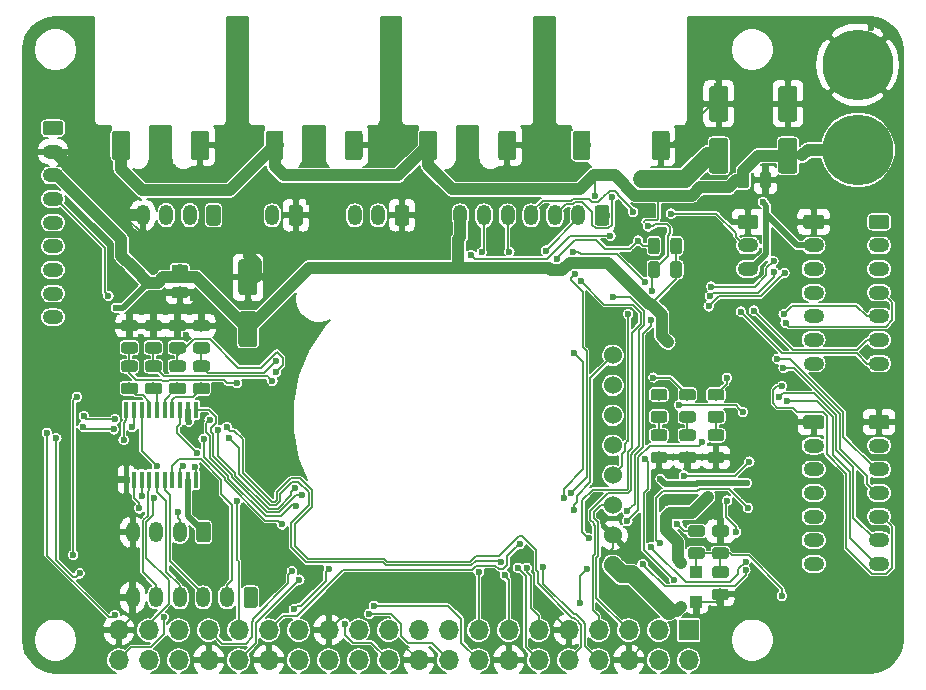
<source format=gbr>
G04 #@! TF.GenerationSoftware,KiCad,Pcbnew,(5.1.4)-1*
G04 #@! TF.CreationDate,2021-11-14T18:14:48-06:00*
G04 #@! TF.ProjectId,RascalHat,52617363-616c-4486-9174-2e6b69636164,rev?*
G04 #@! TF.SameCoordinates,Original*
G04 #@! TF.FileFunction,Copper,L1,Top*
G04 #@! TF.FilePolarity,Positive*
%FSLAX46Y46*%
G04 Gerber Fmt 4.6, Leading zero omitted, Abs format (unit mm)*
G04 Created by KiCad (PCBNEW (5.1.4)-1) date 2021-11-14 18:14:48*
%MOMM*%
%LPD*%
G04 APERTURE LIST*
%ADD10O,1.750000X1.200000*%
%ADD11C,0.100000*%
%ADD12C,1.200000*%
%ADD13O,1.200000X1.750000*%
%ADD14C,1.524000*%
%ADD15C,1.500000*%
%ADD16C,0.975000*%
%ADD17C,1.600000*%
%ADD18O,1.700000X1.700000*%
%ADD19R,1.700000X1.700000*%
%ADD20R,0.450000X1.450000*%
%ADD21C,6.000000*%
%ADD22R,1.000000X1.000000*%
%ADD23C,0.600000*%
%ADD24C,0.150000*%
%ADD25C,1.000000*%
%ADD26C,1.500000*%
%ADD27C,0.500000*%
G04 APERTURE END LIST*
D10*
X67191000Y-29579000D03*
X67191000Y-27579000D03*
X67191000Y-25579000D03*
X67191000Y-23579000D03*
X67191000Y-21579000D03*
X67191000Y-19579000D03*
D11*
G36*
X67840505Y-16980204D02*
G01*
X67864773Y-16983804D01*
X67888572Y-16989765D01*
X67911671Y-16998030D01*
X67933850Y-17008520D01*
X67954893Y-17021132D01*
X67974599Y-17035747D01*
X67992777Y-17052223D01*
X68009253Y-17070401D01*
X68023868Y-17090107D01*
X68036480Y-17111150D01*
X68046970Y-17133329D01*
X68055235Y-17156428D01*
X68061196Y-17180227D01*
X68064796Y-17204495D01*
X68066000Y-17228999D01*
X68066000Y-17929001D01*
X68064796Y-17953505D01*
X68061196Y-17977773D01*
X68055235Y-18001572D01*
X68046970Y-18024671D01*
X68036480Y-18046850D01*
X68023868Y-18067893D01*
X68009253Y-18087599D01*
X67992777Y-18105777D01*
X67974599Y-18122253D01*
X67954893Y-18136868D01*
X67933850Y-18149480D01*
X67911671Y-18159970D01*
X67888572Y-18168235D01*
X67864773Y-18174196D01*
X67840505Y-18177796D01*
X67816001Y-18179000D01*
X66565999Y-18179000D01*
X66541495Y-18177796D01*
X66517227Y-18174196D01*
X66493428Y-18168235D01*
X66470329Y-18159970D01*
X66448150Y-18149480D01*
X66427107Y-18136868D01*
X66407401Y-18122253D01*
X66389223Y-18105777D01*
X66372747Y-18087599D01*
X66358132Y-18067893D01*
X66345520Y-18046850D01*
X66335030Y-18024671D01*
X66326765Y-18001572D01*
X66320804Y-17977773D01*
X66317204Y-17953505D01*
X66316000Y-17929001D01*
X66316000Y-17228999D01*
X66317204Y-17204495D01*
X66320804Y-17180227D01*
X66326765Y-17156428D01*
X66335030Y-17133329D01*
X66345520Y-17111150D01*
X66358132Y-17090107D01*
X66372747Y-17070401D01*
X66389223Y-17052223D01*
X66407401Y-17035747D01*
X66427107Y-17021132D01*
X66448150Y-17008520D01*
X66470329Y-16998030D01*
X66493428Y-16989765D01*
X66517227Y-16983804D01*
X66541495Y-16980204D01*
X66565999Y-16979000D01*
X67816001Y-16979000D01*
X67840505Y-16980204D01*
X67840505Y-16980204D01*
G37*
D12*
X67191000Y-17579000D03*
D10*
X72740000Y-29579000D03*
X72740000Y-27579000D03*
X72740000Y-25579000D03*
X72740000Y-23579000D03*
X72740000Y-21579000D03*
X72740000Y-19579000D03*
D11*
G36*
X73389505Y-16980204D02*
G01*
X73413773Y-16983804D01*
X73437572Y-16989765D01*
X73460671Y-16998030D01*
X73482850Y-17008520D01*
X73503893Y-17021132D01*
X73523599Y-17035747D01*
X73541777Y-17052223D01*
X73558253Y-17070401D01*
X73572868Y-17090107D01*
X73585480Y-17111150D01*
X73595970Y-17133329D01*
X73604235Y-17156428D01*
X73610196Y-17180227D01*
X73613796Y-17204495D01*
X73615000Y-17228999D01*
X73615000Y-17929001D01*
X73613796Y-17953505D01*
X73610196Y-17977773D01*
X73604235Y-18001572D01*
X73595970Y-18024671D01*
X73585480Y-18046850D01*
X73572868Y-18067893D01*
X73558253Y-18087599D01*
X73541777Y-18105777D01*
X73523599Y-18122253D01*
X73503893Y-18136868D01*
X73482850Y-18149480D01*
X73460671Y-18159970D01*
X73437572Y-18168235D01*
X73413773Y-18174196D01*
X73389505Y-18177796D01*
X73365001Y-18179000D01*
X72114999Y-18179000D01*
X72090495Y-18177796D01*
X72066227Y-18174196D01*
X72042428Y-18168235D01*
X72019329Y-18159970D01*
X71997150Y-18149480D01*
X71976107Y-18136868D01*
X71956401Y-18122253D01*
X71938223Y-18105777D01*
X71921747Y-18087599D01*
X71907132Y-18067893D01*
X71894520Y-18046850D01*
X71884030Y-18024671D01*
X71875765Y-18001572D01*
X71869804Y-17977773D01*
X71866204Y-17953505D01*
X71865000Y-17929001D01*
X71865000Y-17228999D01*
X71866204Y-17204495D01*
X71869804Y-17180227D01*
X71875765Y-17156428D01*
X71884030Y-17133329D01*
X71894520Y-17111150D01*
X71907132Y-17090107D01*
X71921747Y-17070401D01*
X71938223Y-17052223D01*
X71956401Y-17035747D01*
X71976107Y-17021132D01*
X71997150Y-17008520D01*
X72019329Y-16998030D01*
X72042428Y-16989765D01*
X72066227Y-16983804D01*
X72090495Y-16980204D01*
X72114999Y-16979000D01*
X73365001Y-16979000D01*
X73389505Y-16980204D01*
X73389505Y-16980204D01*
G37*
D12*
X72740000Y-17579000D03*
D13*
X37280000Y-17030000D03*
X39280000Y-17030000D03*
X41280000Y-17030000D03*
X43280000Y-17030000D03*
X45280000Y-17030000D03*
X47280000Y-17030000D03*
D11*
G36*
X49654505Y-16156204D02*
G01*
X49678773Y-16159804D01*
X49702572Y-16165765D01*
X49725671Y-16174030D01*
X49747850Y-16184520D01*
X49768893Y-16197132D01*
X49788599Y-16211747D01*
X49806777Y-16228223D01*
X49823253Y-16246401D01*
X49837868Y-16266107D01*
X49850480Y-16287150D01*
X49860970Y-16309329D01*
X49869235Y-16332428D01*
X49875196Y-16356227D01*
X49878796Y-16380495D01*
X49880000Y-16404999D01*
X49880000Y-17655001D01*
X49878796Y-17679505D01*
X49875196Y-17703773D01*
X49869235Y-17727572D01*
X49860970Y-17750671D01*
X49850480Y-17772850D01*
X49837868Y-17793893D01*
X49823253Y-17813599D01*
X49806777Y-17831777D01*
X49788599Y-17848253D01*
X49768893Y-17862868D01*
X49747850Y-17875480D01*
X49725671Y-17885970D01*
X49702572Y-17894235D01*
X49678773Y-17900196D01*
X49654505Y-17903796D01*
X49630001Y-17905000D01*
X48929999Y-17905000D01*
X48905495Y-17903796D01*
X48881227Y-17900196D01*
X48857428Y-17894235D01*
X48834329Y-17885970D01*
X48812150Y-17875480D01*
X48791107Y-17862868D01*
X48771401Y-17848253D01*
X48753223Y-17831777D01*
X48736747Y-17813599D01*
X48722132Y-17793893D01*
X48709520Y-17772850D01*
X48699030Y-17750671D01*
X48690765Y-17727572D01*
X48684804Y-17703773D01*
X48681204Y-17679505D01*
X48680000Y-17655001D01*
X48680000Y-16404999D01*
X48681204Y-16380495D01*
X48684804Y-16356227D01*
X48690765Y-16332428D01*
X48699030Y-16309329D01*
X48709520Y-16287150D01*
X48722132Y-16266107D01*
X48736747Y-16246401D01*
X48753223Y-16228223D01*
X48771401Y-16211747D01*
X48791107Y-16197132D01*
X48812150Y-16184520D01*
X48834329Y-16174030D01*
X48857428Y-16165765D01*
X48881227Y-16159804D01*
X48905495Y-16156204D01*
X48929999Y-16155000D01*
X49630001Y-16155000D01*
X49654505Y-16156204D01*
X49654505Y-16156204D01*
G37*
D12*
X49280000Y-17030000D03*
D13*
X21360000Y-17030000D03*
D11*
G36*
X23734505Y-16156204D02*
G01*
X23758773Y-16159804D01*
X23782572Y-16165765D01*
X23805671Y-16174030D01*
X23827850Y-16184520D01*
X23848893Y-16197132D01*
X23868599Y-16211747D01*
X23886777Y-16228223D01*
X23903253Y-16246401D01*
X23917868Y-16266107D01*
X23930480Y-16287150D01*
X23940970Y-16309329D01*
X23949235Y-16332428D01*
X23955196Y-16356227D01*
X23958796Y-16380495D01*
X23960000Y-16404999D01*
X23960000Y-17655001D01*
X23958796Y-17679505D01*
X23955196Y-17703773D01*
X23949235Y-17727572D01*
X23940970Y-17750671D01*
X23930480Y-17772850D01*
X23917868Y-17793893D01*
X23903253Y-17813599D01*
X23886777Y-17831777D01*
X23868599Y-17848253D01*
X23848893Y-17862868D01*
X23827850Y-17875480D01*
X23805671Y-17885970D01*
X23782572Y-17894235D01*
X23758773Y-17900196D01*
X23734505Y-17903796D01*
X23710001Y-17905000D01*
X23009999Y-17905000D01*
X22985495Y-17903796D01*
X22961227Y-17900196D01*
X22937428Y-17894235D01*
X22914329Y-17885970D01*
X22892150Y-17875480D01*
X22871107Y-17862868D01*
X22851401Y-17848253D01*
X22833223Y-17831777D01*
X22816747Y-17813599D01*
X22802132Y-17793893D01*
X22789520Y-17772850D01*
X22779030Y-17750671D01*
X22770765Y-17727572D01*
X22764804Y-17703773D01*
X22761204Y-17679505D01*
X22760000Y-17655001D01*
X22760000Y-16404999D01*
X22761204Y-16380495D01*
X22764804Y-16356227D01*
X22770765Y-16332428D01*
X22779030Y-16309329D01*
X22789520Y-16287150D01*
X22802132Y-16266107D01*
X22816747Y-16246401D01*
X22833223Y-16228223D01*
X22851401Y-16211747D01*
X22871107Y-16197132D01*
X22892150Y-16184520D01*
X22914329Y-16174030D01*
X22937428Y-16165765D01*
X22961227Y-16159804D01*
X22985495Y-16156204D01*
X23009999Y-16155000D01*
X23710001Y-16155000D01*
X23734505Y-16156204D01*
X23734505Y-16156204D01*
G37*
D12*
X23360000Y-17030000D03*
D13*
X9530000Y-49380000D03*
X11530000Y-49380000D03*
X13530000Y-49380000D03*
X15530000Y-49380000D03*
X17530000Y-49380000D03*
D11*
G36*
X19904505Y-48506204D02*
G01*
X19928773Y-48509804D01*
X19952572Y-48515765D01*
X19975671Y-48524030D01*
X19997850Y-48534520D01*
X20018893Y-48547132D01*
X20038599Y-48561747D01*
X20056777Y-48578223D01*
X20073253Y-48596401D01*
X20087868Y-48616107D01*
X20100480Y-48637150D01*
X20110970Y-48659329D01*
X20119235Y-48682428D01*
X20125196Y-48706227D01*
X20128796Y-48730495D01*
X20130000Y-48754999D01*
X20130000Y-50005001D01*
X20128796Y-50029505D01*
X20125196Y-50053773D01*
X20119235Y-50077572D01*
X20110970Y-50100671D01*
X20100480Y-50122850D01*
X20087868Y-50143893D01*
X20073253Y-50163599D01*
X20056777Y-50181777D01*
X20038599Y-50198253D01*
X20018893Y-50212868D01*
X19997850Y-50225480D01*
X19975671Y-50235970D01*
X19952572Y-50244235D01*
X19928773Y-50250196D01*
X19904505Y-50253796D01*
X19880001Y-50255000D01*
X19179999Y-50255000D01*
X19155495Y-50253796D01*
X19131227Y-50250196D01*
X19107428Y-50244235D01*
X19084329Y-50235970D01*
X19062150Y-50225480D01*
X19041107Y-50212868D01*
X19021401Y-50198253D01*
X19003223Y-50181777D01*
X18986747Y-50163599D01*
X18972132Y-50143893D01*
X18959520Y-50122850D01*
X18949030Y-50100671D01*
X18940765Y-50077572D01*
X18934804Y-50053773D01*
X18931204Y-50029505D01*
X18930000Y-50005001D01*
X18930000Y-48754999D01*
X18931204Y-48730495D01*
X18934804Y-48706227D01*
X18940765Y-48682428D01*
X18949030Y-48659329D01*
X18959520Y-48637150D01*
X18972132Y-48616107D01*
X18986747Y-48596401D01*
X19003223Y-48578223D01*
X19021401Y-48561747D01*
X19041107Y-48547132D01*
X19062150Y-48534520D01*
X19084329Y-48524030D01*
X19107428Y-48515765D01*
X19131227Y-48509804D01*
X19155495Y-48506204D01*
X19179999Y-48505000D01*
X19880001Y-48505000D01*
X19904505Y-48506204D01*
X19904505Y-48506204D01*
G37*
D12*
X19530000Y-49380000D03*
D10*
X67200000Y-46542000D03*
X67200000Y-44542000D03*
X67200000Y-42542000D03*
X67200000Y-40542000D03*
X67200000Y-38542000D03*
X67200000Y-36542000D03*
D11*
G36*
X67849505Y-33943204D02*
G01*
X67873773Y-33946804D01*
X67897572Y-33952765D01*
X67920671Y-33961030D01*
X67942850Y-33971520D01*
X67963893Y-33984132D01*
X67983599Y-33998747D01*
X68001777Y-34015223D01*
X68018253Y-34033401D01*
X68032868Y-34053107D01*
X68045480Y-34074150D01*
X68055970Y-34096329D01*
X68064235Y-34119428D01*
X68070196Y-34143227D01*
X68073796Y-34167495D01*
X68075000Y-34191999D01*
X68075000Y-34892001D01*
X68073796Y-34916505D01*
X68070196Y-34940773D01*
X68064235Y-34964572D01*
X68055970Y-34987671D01*
X68045480Y-35009850D01*
X68032868Y-35030893D01*
X68018253Y-35050599D01*
X68001777Y-35068777D01*
X67983599Y-35085253D01*
X67963893Y-35099868D01*
X67942850Y-35112480D01*
X67920671Y-35122970D01*
X67897572Y-35131235D01*
X67873773Y-35137196D01*
X67849505Y-35140796D01*
X67825001Y-35142000D01*
X66574999Y-35142000D01*
X66550495Y-35140796D01*
X66526227Y-35137196D01*
X66502428Y-35131235D01*
X66479329Y-35122970D01*
X66457150Y-35112480D01*
X66436107Y-35099868D01*
X66416401Y-35085253D01*
X66398223Y-35068777D01*
X66381747Y-35050599D01*
X66367132Y-35030893D01*
X66354520Y-35009850D01*
X66344030Y-34987671D01*
X66335765Y-34964572D01*
X66329804Y-34940773D01*
X66326204Y-34916505D01*
X66325000Y-34892001D01*
X66325000Y-34191999D01*
X66326204Y-34167495D01*
X66329804Y-34143227D01*
X66335765Y-34119428D01*
X66344030Y-34096329D01*
X66354520Y-34074150D01*
X66367132Y-34053107D01*
X66381747Y-34033401D01*
X66398223Y-34015223D01*
X66416401Y-33998747D01*
X66436107Y-33984132D01*
X66457150Y-33971520D01*
X66479329Y-33961030D01*
X66502428Y-33952765D01*
X66526227Y-33946804D01*
X66550495Y-33943204D01*
X66574999Y-33942000D01*
X67825001Y-33942000D01*
X67849505Y-33943204D01*
X67849505Y-33943204D01*
G37*
D12*
X67200000Y-34542000D03*
D10*
X72740000Y-46537000D03*
X72740000Y-44537000D03*
X72740000Y-42537000D03*
X72740000Y-40537000D03*
X72740000Y-38537000D03*
X72740000Y-36537000D03*
D11*
G36*
X73389505Y-33938204D02*
G01*
X73413773Y-33941804D01*
X73437572Y-33947765D01*
X73460671Y-33956030D01*
X73482850Y-33966520D01*
X73503893Y-33979132D01*
X73523599Y-33993747D01*
X73541777Y-34010223D01*
X73558253Y-34028401D01*
X73572868Y-34048107D01*
X73585480Y-34069150D01*
X73595970Y-34091329D01*
X73604235Y-34114428D01*
X73610196Y-34138227D01*
X73613796Y-34162495D01*
X73615000Y-34186999D01*
X73615000Y-34887001D01*
X73613796Y-34911505D01*
X73610196Y-34935773D01*
X73604235Y-34959572D01*
X73595970Y-34982671D01*
X73585480Y-35004850D01*
X73572868Y-35025893D01*
X73558253Y-35045599D01*
X73541777Y-35063777D01*
X73523599Y-35080253D01*
X73503893Y-35094868D01*
X73482850Y-35107480D01*
X73460671Y-35117970D01*
X73437572Y-35126235D01*
X73413773Y-35132196D01*
X73389505Y-35135796D01*
X73365001Y-35137000D01*
X72114999Y-35137000D01*
X72090495Y-35135796D01*
X72066227Y-35132196D01*
X72042428Y-35126235D01*
X72019329Y-35117970D01*
X71997150Y-35107480D01*
X71976107Y-35094868D01*
X71956401Y-35080253D01*
X71938223Y-35063777D01*
X71921747Y-35045599D01*
X71907132Y-35025893D01*
X71894520Y-35004850D01*
X71884030Y-34982671D01*
X71875765Y-34959572D01*
X71869804Y-34935773D01*
X71866204Y-34911505D01*
X71865000Y-34887001D01*
X71865000Y-34186999D01*
X71866204Y-34162495D01*
X71869804Y-34138227D01*
X71875765Y-34114428D01*
X71884030Y-34091329D01*
X71894520Y-34069150D01*
X71907132Y-34048107D01*
X71921747Y-34028401D01*
X71938223Y-34010223D01*
X71956401Y-33993747D01*
X71976107Y-33979132D01*
X71997150Y-33966520D01*
X72019329Y-33956030D01*
X72042428Y-33947765D01*
X72066227Y-33941804D01*
X72090495Y-33938204D01*
X72114999Y-33937000D01*
X73365001Y-33937000D01*
X73389505Y-33938204D01*
X73389505Y-33938204D01*
G37*
D12*
X72740000Y-34537000D03*
D10*
X61650000Y-21580000D03*
X61650000Y-19580000D03*
D11*
G36*
X62299505Y-16981204D02*
G01*
X62323773Y-16984804D01*
X62347572Y-16990765D01*
X62370671Y-16999030D01*
X62392850Y-17009520D01*
X62413893Y-17022132D01*
X62433599Y-17036747D01*
X62451777Y-17053223D01*
X62468253Y-17071401D01*
X62482868Y-17091107D01*
X62495480Y-17112150D01*
X62505970Y-17134329D01*
X62514235Y-17157428D01*
X62520196Y-17181227D01*
X62523796Y-17205495D01*
X62525000Y-17229999D01*
X62525000Y-17930001D01*
X62523796Y-17954505D01*
X62520196Y-17978773D01*
X62514235Y-18002572D01*
X62505970Y-18025671D01*
X62495480Y-18047850D01*
X62482868Y-18068893D01*
X62468253Y-18088599D01*
X62451777Y-18106777D01*
X62433599Y-18123253D01*
X62413893Y-18137868D01*
X62392850Y-18150480D01*
X62370671Y-18160970D01*
X62347572Y-18169235D01*
X62323773Y-18175196D01*
X62299505Y-18178796D01*
X62275001Y-18180000D01*
X61024999Y-18180000D01*
X61000495Y-18178796D01*
X60976227Y-18175196D01*
X60952428Y-18169235D01*
X60929329Y-18160970D01*
X60907150Y-18150480D01*
X60886107Y-18137868D01*
X60866401Y-18123253D01*
X60848223Y-18106777D01*
X60831747Y-18088599D01*
X60817132Y-18068893D01*
X60804520Y-18047850D01*
X60794030Y-18025671D01*
X60785765Y-18002572D01*
X60779804Y-17978773D01*
X60776204Y-17954505D01*
X60775000Y-17930001D01*
X60775000Y-17229999D01*
X60776204Y-17205495D01*
X60779804Y-17181227D01*
X60785765Y-17157428D01*
X60794030Y-17134329D01*
X60804520Y-17112150D01*
X60817132Y-17091107D01*
X60831747Y-17071401D01*
X60848223Y-17053223D01*
X60866401Y-17036747D01*
X60886107Y-17022132D01*
X60907150Y-17009520D01*
X60929329Y-16999030D01*
X60952428Y-16990765D01*
X60976227Y-16984804D01*
X61000495Y-16981204D01*
X61024999Y-16980000D01*
X62275001Y-16980000D01*
X62299505Y-16981204D01*
X62299505Y-16981204D01*
G37*
D12*
X61650000Y-17580000D03*
D13*
X28340000Y-17030000D03*
X30340000Y-17030000D03*
D11*
G36*
X32714505Y-16156204D02*
G01*
X32738773Y-16159804D01*
X32762572Y-16165765D01*
X32785671Y-16174030D01*
X32807850Y-16184520D01*
X32828893Y-16197132D01*
X32848599Y-16211747D01*
X32866777Y-16228223D01*
X32883253Y-16246401D01*
X32897868Y-16266107D01*
X32910480Y-16287150D01*
X32920970Y-16309329D01*
X32929235Y-16332428D01*
X32935196Y-16356227D01*
X32938796Y-16380495D01*
X32940000Y-16404999D01*
X32940000Y-17655001D01*
X32938796Y-17679505D01*
X32935196Y-17703773D01*
X32929235Y-17727572D01*
X32920970Y-17750671D01*
X32910480Y-17772850D01*
X32897868Y-17793893D01*
X32883253Y-17813599D01*
X32866777Y-17831777D01*
X32848599Y-17848253D01*
X32828893Y-17862868D01*
X32807850Y-17875480D01*
X32785671Y-17885970D01*
X32762572Y-17894235D01*
X32738773Y-17900196D01*
X32714505Y-17903796D01*
X32690001Y-17905000D01*
X31989999Y-17905000D01*
X31965495Y-17903796D01*
X31941227Y-17900196D01*
X31917428Y-17894235D01*
X31894329Y-17885970D01*
X31872150Y-17875480D01*
X31851107Y-17862868D01*
X31831401Y-17848253D01*
X31813223Y-17831777D01*
X31796747Y-17813599D01*
X31782132Y-17793893D01*
X31769520Y-17772850D01*
X31759030Y-17750671D01*
X31750765Y-17727572D01*
X31744804Y-17703773D01*
X31741204Y-17679505D01*
X31740000Y-17655001D01*
X31740000Y-16404999D01*
X31741204Y-16380495D01*
X31744804Y-16356227D01*
X31750765Y-16332428D01*
X31759030Y-16309329D01*
X31769520Y-16287150D01*
X31782132Y-16266107D01*
X31796747Y-16246401D01*
X31813223Y-16228223D01*
X31831401Y-16211747D01*
X31851107Y-16197132D01*
X31872150Y-16184520D01*
X31894329Y-16174030D01*
X31917428Y-16165765D01*
X31941227Y-16159804D01*
X31965495Y-16156204D01*
X31989999Y-16155000D01*
X32690001Y-16155000D01*
X32714505Y-16156204D01*
X32714505Y-16156204D01*
G37*
D12*
X32340000Y-17030000D03*
D13*
X10383000Y-17018000D03*
X12383000Y-17018000D03*
X14383000Y-17018000D03*
D11*
G36*
X16757505Y-16144204D02*
G01*
X16781773Y-16147804D01*
X16805572Y-16153765D01*
X16828671Y-16162030D01*
X16850850Y-16172520D01*
X16871893Y-16185132D01*
X16891599Y-16199747D01*
X16909777Y-16216223D01*
X16926253Y-16234401D01*
X16940868Y-16254107D01*
X16953480Y-16275150D01*
X16963970Y-16297329D01*
X16972235Y-16320428D01*
X16978196Y-16344227D01*
X16981796Y-16368495D01*
X16983000Y-16392999D01*
X16983000Y-17643001D01*
X16981796Y-17667505D01*
X16978196Y-17691773D01*
X16972235Y-17715572D01*
X16963970Y-17738671D01*
X16953480Y-17760850D01*
X16940868Y-17781893D01*
X16926253Y-17801599D01*
X16909777Y-17819777D01*
X16891599Y-17836253D01*
X16871893Y-17850868D01*
X16850850Y-17863480D01*
X16828671Y-17873970D01*
X16805572Y-17882235D01*
X16781773Y-17888196D01*
X16757505Y-17891796D01*
X16733001Y-17893000D01*
X16032999Y-17893000D01*
X16008495Y-17891796D01*
X15984227Y-17888196D01*
X15960428Y-17882235D01*
X15937329Y-17873970D01*
X15915150Y-17863480D01*
X15894107Y-17850868D01*
X15874401Y-17836253D01*
X15856223Y-17819777D01*
X15839747Y-17801599D01*
X15825132Y-17781893D01*
X15812520Y-17760850D01*
X15802030Y-17738671D01*
X15793765Y-17715572D01*
X15787804Y-17691773D01*
X15784204Y-17667505D01*
X15783000Y-17643001D01*
X15783000Y-16392999D01*
X15784204Y-16368495D01*
X15787804Y-16344227D01*
X15793765Y-16320428D01*
X15802030Y-16297329D01*
X15812520Y-16275150D01*
X15825132Y-16254107D01*
X15839747Y-16234401D01*
X15856223Y-16216223D01*
X15874401Y-16199747D01*
X15894107Y-16185132D01*
X15915150Y-16172520D01*
X15937329Y-16162030D01*
X15960428Y-16153765D01*
X15984227Y-16147804D01*
X16008495Y-16144204D01*
X16032999Y-16143000D01*
X16733001Y-16143000D01*
X16757505Y-16144204D01*
X16757505Y-16144204D01*
G37*
D12*
X16383000Y-17018000D03*
D13*
X9540000Y-43850000D03*
X11540000Y-43850000D03*
X13540000Y-43850000D03*
D11*
G36*
X15914505Y-42976204D02*
G01*
X15938773Y-42979804D01*
X15962572Y-42985765D01*
X15985671Y-42994030D01*
X16007850Y-43004520D01*
X16028893Y-43017132D01*
X16048599Y-43031747D01*
X16066777Y-43048223D01*
X16083253Y-43066401D01*
X16097868Y-43086107D01*
X16110480Y-43107150D01*
X16120970Y-43129329D01*
X16129235Y-43152428D01*
X16135196Y-43176227D01*
X16138796Y-43200495D01*
X16140000Y-43224999D01*
X16140000Y-44475001D01*
X16138796Y-44499505D01*
X16135196Y-44523773D01*
X16129235Y-44547572D01*
X16120970Y-44570671D01*
X16110480Y-44592850D01*
X16097868Y-44613893D01*
X16083253Y-44633599D01*
X16066777Y-44651777D01*
X16048599Y-44668253D01*
X16028893Y-44682868D01*
X16007850Y-44695480D01*
X15985671Y-44705970D01*
X15962572Y-44714235D01*
X15938773Y-44720196D01*
X15914505Y-44723796D01*
X15890001Y-44725000D01*
X15189999Y-44725000D01*
X15165495Y-44723796D01*
X15141227Y-44720196D01*
X15117428Y-44714235D01*
X15094329Y-44705970D01*
X15072150Y-44695480D01*
X15051107Y-44682868D01*
X15031401Y-44668253D01*
X15013223Y-44651777D01*
X14996747Y-44633599D01*
X14982132Y-44613893D01*
X14969520Y-44592850D01*
X14959030Y-44570671D01*
X14950765Y-44547572D01*
X14944804Y-44523773D01*
X14941204Y-44499505D01*
X14940000Y-44475001D01*
X14940000Y-43224999D01*
X14941204Y-43200495D01*
X14944804Y-43176227D01*
X14950765Y-43152428D01*
X14959030Y-43129329D01*
X14969520Y-43107150D01*
X14982132Y-43086107D01*
X14996747Y-43066401D01*
X15013223Y-43048223D01*
X15031401Y-43031747D01*
X15051107Y-43017132D01*
X15072150Y-43004520D01*
X15094329Y-42994030D01*
X15117428Y-42985765D01*
X15141227Y-42979804D01*
X15165495Y-42976204D01*
X15189999Y-42975000D01*
X15890001Y-42975000D01*
X15914505Y-42976204D01*
X15914505Y-42976204D01*
G37*
D12*
X15540000Y-43850000D03*
D10*
X2794000Y-25652000D03*
X2794000Y-23652000D03*
X2794000Y-21652000D03*
X2794000Y-19652000D03*
X2794000Y-17652000D03*
X2794000Y-15652000D03*
X2794000Y-13652000D03*
X2794000Y-11652000D03*
D11*
G36*
X3443505Y-9053204D02*
G01*
X3467773Y-9056804D01*
X3491572Y-9062765D01*
X3514671Y-9071030D01*
X3536850Y-9081520D01*
X3557893Y-9094132D01*
X3577599Y-9108747D01*
X3595777Y-9125223D01*
X3612253Y-9143401D01*
X3626868Y-9163107D01*
X3639480Y-9184150D01*
X3649970Y-9206329D01*
X3658235Y-9229428D01*
X3664196Y-9253227D01*
X3667796Y-9277495D01*
X3669000Y-9301999D01*
X3669000Y-10002001D01*
X3667796Y-10026505D01*
X3664196Y-10050773D01*
X3658235Y-10074572D01*
X3649970Y-10097671D01*
X3639480Y-10119850D01*
X3626868Y-10140893D01*
X3612253Y-10160599D01*
X3595777Y-10178777D01*
X3577599Y-10195253D01*
X3557893Y-10209868D01*
X3536850Y-10222480D01*
X3514671Y-10232970D01*
X3491572Y-10241235D01*
X3467773Y-10247196D01*
X3443505Y-10250796D01*
X3419001Y-10252000D01*
X2168999Y-10252000D01*
X2144495Y-10250796D01*
X2120227Y-10247196D01*
X2096428Y-10241235D01*
X2073329Y-10232970D01*
X2051150Y-10222480D01*
X2030107Y-10209868D01*
X2010401Y-10195253D01*
X1992223Y-10178777D01*
X1975747Y-10160599D01*
X1961132Y-10140893D01*
X1948520Y-10119850D01*
X1938030Y-10097671D01*
X1929765Y-10074572D01*
X1923804Y-10050773D01*
X1920204Y-10026505D01*
X1919000Y-10002001D01*
X1919000Y-9301999D01*
X1920204Y-9277495D01*
X1923804Y-9253227D01*
X1929765Y-9229428D01*
X1938030Y-9206329D01*
X1948520Y-9184150D01*
X1961132Y-9163107D01*
X1975747Y-9143401D01*
X1992223Y-9125223D01*
X2010401Y-9108747D01*
X2030107Y-9094132D01*
X2051150Y-9081520D01*
X2073329Y-9071030D01*
X2096428Y-9062765D01*
X2120227Y-9056804D01*
X2144495Y-9053204D01*
X2168999Y-9052000D01*
X3419001Y-9052000D01*
X3443505Y-9053204D01*
X3443505Y-9053204D01*
G37*
D12*
X2794000Y-9652000D03*
D14*
X50200000Y-28890000D03*
X50200000Y-31430000D03*
X50200000Y-33970000D03*
X50200000Y-36510000D03*
X50200000Y-39050000D03*
X50200000Y-41590000D03*
X50200000Y-44130000D03*
X50200000Y-46670000D03*
D11*
G36*
X22074053Y-9851206D02*
G01*
X22098370Y-9854813D01*
X22122216Y-9860786D01*
X22145362Y-9869068D01*
X22167585Y-9879579D01*
X22188670Y-9892217D01*
X22208416Y-9906861D01*
X22226630Y-9923370D01*
X22243139Y-9941584D01*
X22257783Y-9961330D01*
X22270421Y-9982415D01*
X22280932Y-10004638D01*
X22289214Y-10027784D01*
X22295187Y-10051630D01*
X22298794Y-10075947D01*
X22300000Y-10100500D01*
X22300000Y-12099500D01*
X22298794Y-12124053D01*
X22295187Y-12148370D01*
X22289214Y-12172216D01*
X22280932Y-12195362D01*
X22270421Y-12217585D01*
X22257783Y-12238670D01*
X22243139Y-12258416D01*
X22226630Y-12276630D01*
X22208416Y-12293139D01*
X22188670Y-12307783D01*
X22167585Y-12320421D01*
X22145362Y-12330932D01*
X22122216Y-12339214D01*
X22098370Y-12345187D01*
X22074053Y-12348794D01*
X22049500Y-12350000D01*
X21050500Y-12350000D01*
X21025947Y-12348794D01*
X21001630Y-12345187D01*
X20977784Y-12339214D01*
X20954638Y-12330932D01*
X20932415Y-12320421D01*
X20911330Y-12307783D01*
X20891584Y-12293139D01*
X20873370Y-12276630D01*
X20856861Y-12258416D01*
X20842217Y-12238670D01*
X20829579Y-12217585D01*
X20819068Y-12195362D01*
X20810786Y-12172216D01*
X20804813Y-12148370D01*
X20801206Y-12124053D01*
X20800000Y-12099500D01*
X20800000Y-10100500D01*
X20801206Y-10075947D01*
X20804813Y-10051630D01*
X20810786Y-10027784D01*
X20819068Y-10004638D01*
X20829579Y-9982415D01*
X20842217Y-9961330D01*
X20856861Y-9941584D01*
X20873370Y-9923370D01*
X20891584Y-9906861D01*
X20911330Y-9892217D01*
X20932415Y-9879579D01*
X20954638Y-9869068D01*
X20977784Y-9860786D01*
X21001630Y-9854813D01*
X21025947Y-9851206D01*
X21050500Y-9850000D01*
X22049500Y-9850000D01*
X22074053Y-9851206D01*
X22074053Y-9851206D01*
G37*
D15*
X21550000Y-11100000D03*
D11*
G36*
X28774053Y-9851206D02*
G01*
X28798370Y-9854813D01*
X28822216Y-9860786D01*
X28845362Y-9869068D01*
X28867585Y-9879579D01*
X28888670Y-9892217D01*
X28908416Y-9906861D01*
X28926630Y-9923370D01*
X28943139Y-9941584D01*
X28957783Y-9961330D01*
X28970421Y-9982415D01*
X28980932Y-10004638D01*
X28989214Y-10027784D01*
X28995187Y-10051630D01*
X28998794Y-10075947D01*
X29000000Y-10100500D01*
X29000000Y-12099500D01*
X28998794Y-12124053D01*
X28995187Y-12148370D01*
X28989214Y-12172216D01*
X28980932Y-12195362D01*
X28970421Y-12217585D01*
X28957783Y-12238670D01*
X28943139Y-12258416D01*
X28926630Y-12276630D01*
X28908416Y-12293139D01*
X28888670Y-12307783D01*
X28867585Y-12320421D01*
X28845362Y-12330932D01*
X28822216Y-12339214D01*
X28798370Y-12345187D01*
X28774053Y-12348794D01*
X28749500Y-12350000D01*
X27750500Y-12350000D01*
X27725947Y-12348794D01*
X27701630Y-12345187D01*
X27677784Y-12339214D01*
X27654638Y-12330932D01*
X27632415Y-12320421D01*
X27611330Y-12307783D01*
X27591584Y-12293139D01*
X27573370Y-12276630D01*
X27556861Y-12258416D01*
X27542217Y-12238670D01*
X27529579Y-12217585D01*
X27519068Y-12195362D01*
X27510786Y-12172216D01*
X27504813Y-12148370D01*
X27501206Y-12124053D01*
X27500000Y-12099500D01*
X27500000Y-10100500D01*
X27501206Y-10075947D01*
X27504813Y-10051630D01*
X27510786Y-10027784D01*
X27519068Y-10004638D01*
X27529579Y-9982415D01*
X27542217Y-9961330D01*
X27556861Y-9941584D01*
X27573370Y-9923370D01*
X27591584Y-9906861D01*
X27611330Y-9892217D01*
X27632415Y-9879579D01*
X27654638Y-9869068D01*
X27677784Y-9860786D01*
X27701630Y-9854813D01*
X27725947Y-9851206D01*
X27750500Y-9850000D01*
X28749500Y-9850000D01*
X28774053Y-9851206D01*
X28774053Y-9851206D01*
G37*
D15*
X28250000Y-11100000D03*
D11*
G36*
X63387642Y-13341174D02*
G01*
X63411303Y-13344684D01*
X63434507Y-13350496D01*
X63457029Y-13358554D01*
X63478653Y-13368782D01*
X63499170Y-13381079D01*
X63518383Y-13395329D01*
X63536107Y-13411393D01*
X63552171Y-13429117D01*
X63566421Y-13448330D01*
X63578718Y-13468847D01*
X63588946Y-13490471D01*
X63597004Y-13512993D01*
X63602816Y-13536197D01*
X63606326Y-13559858D01*
X63607500Y-13583750D01*
X63607500Y-14496250D01*
X63606326Y-14520142D01*
X63602816Y-14543803D01*
X63597004Y-14567007D01*
X63588946Y-14589529D01*
X63578718Y-14611153D01*
X63566421Y-14631670D01*
X63552171Y-14650883D01*
X63536107Y-14668607D01*
X63518383Y-14684671D01*
X63499170Y-14698921D01*
X63478653Y-14711218D01*
X63457029Y-14721446D01*
X63434507Y-14729504D01*
X63411303Y-14735316D01*
X63387642Y-14738826D01*
X63363750Y-14740000D01*
X62876250Y-14740000D01*
X62852358Y-14738826D01*
X62828697Y-14735316D01*
X62805493Y-14729504D01*
X62782971Y-14721446D01*
X62761347Y-14711218D01*
X62740830Y-14698921D01*
X62721617Y-14684671D01*
X62703893Y-14668607D01*
X62687829Y-14650883D01*
X62673579Y-14631670D01*
X62661282Y-14611153D01*
X62651054Y-14589529D01*
X62642996Y-14567007D01*
X62637184Y-14543803D01*
X62633674Y-14520142D01*
X62632500Y-14496250D01*
X62632500Y-13583750D01*
X62633674Y-13559858D01*
X62637184Y-13536197D01*
X62642996Y-13512993D01*
X62651054Y-13490471D01*
X62661282Y-13468847D01*
X62673579Y-13448330D01*
X62687829Y-13429117D01*
X62703893Y-13411393D01*
X62721617Y-13395329D01*
X62740830Y-13381079D01*
X62761347Y-13368782D01*
X62782971Y-13358554D01*
X62805493Y-13350496D01*
X62828697Y-13344684D01*
X62852358Y-13341174D01*
X62876250Y-13340000D01*
X63363750Y-13340000D01*
X63387642Y-13341174D01*
X63387642Y-13341174D01*
G37*
D16*
X63120000Y-14040000D03*
D11*
G36*
X61512642Y-13341174D02*
G01*
X61536303Y-13344684D01*
X61559507Y-13350496D01*
X61582029Y-13358554D01*
X61603653Y-13368782D01*
X61624170Y-13381079D01*
X61643383Y-13395329D01*
X61661107Y-13411393D01*
X61677171Y-13429117D01*
X61691421Y-13448330D01*
X61703718Y-13468847D01*
X61713946Y-13490471D01*
X61722004Y-13512993D01*
X61727816Y-13536197D01*
X61731326Y-13559858D01*
X61732500Y-13583750D01*
X61732500Y-14496250D01*
X61731326Y-14520142D01*
X61727816Y-14543803D01*
X61722004Y-14567007D01*
X61713946Y-14589529D01*
X61703718Y-14611153D01*
X61691421Y-14631670D01*
X61677171Y-14650883D01*
X61661107Y-14668607D01*
X61643383Y-14684671D01*
X61624170Y-14698921D01*
X61603653Y-14711218D01*
X61582029Y-14721446D01*
X61559507Y-14729504D01*
X61536303Y-14735316D01*
X61512642Y-14738826D01*
X61488750Y-14740000D01*
X61001250Y-14740000D01*
X60977358Y-14738826D01*
X60953697Y-14735316D01*
X60930493Y-14729504D01*
X60907971Y-14721446D01*
X60886347Y-14711218D01*
X60865830Y-14698921D01*
X60846617Y-14684671D01*
X60828893Y-14668607D01*
X60812829Y-14650883D01*
X60798579Y-14631670D01*
X60786282Y-14611153D01*
X60776054Y-14589529D01*
X60767996Y-14567007D01*
X60762184Y-14543803D01*
X60758674Y-14520142D01*
X60757500Y-14496250D01*
X60757500Y-13583750D01*
X60758674Y-13559858D01*
X60762184Y-13536197D01*
X60767996Y-13512993D01*
X60776054Y-13490471D01*
X60786282Y-13468847D01*
X60798579Y-13448330D01*
X60812829Y-13429117D01*
X60828893Y-13411393D01*
X60846617Y-13395329D01*
X60865830Y-13381079D01*
X60886347Y-13368782D01*
X60907971Y-13358554D01*
X60930493Y-13350496D01*
X60953697Y-13344684D01*
X60977358Y-13341174D01*
X61001250Y-13340000D01*
X61488750Y-13340000D01*
X61512642Y-13341174D01*
X61512642Y-13341174D01*
G37*
D16*
X61245000Y-14040000D03*
D11*
G36*
X65584504Y-6091204D02*
G01*
X65608773Y-6094804D01*
X65632571Y-6100765D01*
X65655671Y-6109030D01*
X65677849Y-6119520D01*
X65698893Y-6132133D01*
X65718598Y-6146747D01*
X65736777Y-6163223D01*
X65753253Y-6181402D01*
X65767867Y-6201107D01*
X65780480Y-6222151D01*
X65790970Y-6244329D01*
X65799235Y-6267429D01*
X65805196Y-6291227D01*
X65808796Y-6315496D01*
X65810000Y-6340000D01*
X65810000Y-8840000D01*
X65808796Y-8864504D01*
X65805196Y-8888773D01*
X65799235Y-8912571D01*
X65790970Y-8935671D01*
X65780480Y-8957849D01*
X65767867Y-8978893D01*
X65753253Y-8998598D01*
X65736777Y-9016777D01*
X65718598Y-9033253D01*
X65698893Y-9047867D01*
X65677849Y-9060480D01*
X65655671Y-9070970D01*
X65632571Y-9079235D01*
X65608773Y-9085196D01*
X65584504Y-9088796D01*
X65560000Y-9090000D01*
X64460000Y-9090000D01*
X64435496Y-9088796D01*
X64411227Y-9085196D01*
X64387429Y-9079235D01*
X64364329Y-9070970D01*
X64342151Y-9060480D01*
X64321107Y-9047867D01*
X64301402Y-9033253D01*
X64283223Y-9016777D01*
X64266747Y-8998598D01*
X64252133Y-8978893D01*
X64239520Y-8957849D01*
X64229030Y-8935671D01*
X64220765Y-8912571D01*
X64214804Y-8888773D01*
X64211204Y-8864504D01*
X64210000Y-8840000D01*
X64210000Y-6340000D01*
X64211204Y-6315496D01*
X64214804Y-6291227D01*
X64220765Y-6267429D01*
X64229030Y-6244329D01*
X64239520Y-6222151D01*
X64252133Y-6201107D01*
X64266747Y-6181402D01*
X64283223Y-6163223D01*
X64301402Y-6146747D01*
X64321107Y-6132133D01*
X64342151Y-6119520D01*
X64364329Y-6109030D01*
X64387429Y-6100765D01*
X64411227Y-6094804D01*
X64435496Y-6091204D01*
X64460000Y-6090000D01*
X65560000Y-6090000D01*
X65584504Y-6091204D01*
X65584504Y-6091204D01*
G37*
D17*
X65010000Y-7590000D03*
D11*
G36*
X65584504Y-10491204D02*
G01*
X65608773Y-10494804D01*
X65632571Y-10500765D01*
X65655671Y-10509030D01*
X65677849Y-10519520D01*
X65698893Y-10532133D01*
X65718598Y-10546747D01*
X65736777Y-10563223D01*
X65753253Y-10581402D01*
X65767867Y-10601107D01*
X65780480Y-10622151D01*
X65790970Y-10644329D01*
X65799235Y-10667429D01*
X65805196Y-10691227D01*
X65808796Y-10715496D01*
X65810000Y-10740000D01*
X65810000Y-13240000D01*
X65808796Y-13264504D01*
X65805196Y-13288773D01*
X65799235Y-13312571D01*
X65790970Y-13335671D01*
X65780480Y-13357849D01*
X65767867Y-13378893D01*
X65753253Y-13398598D01*
X65736777Y-13416777D01*
X65718598Y-13433253D01*
X65698893Y-13447867D01*
X65677849Y-13460480D01*
X65655671Y-13470970D01*
X65632571Y-13479235D01*
X65608773Y-13485196D01*
X65584504Y-13488796D01*
X65560000Y-13490000D01*
X64460000Y-13490000D01*
X64435496Y-13488796D01*
X64411227Y-13485196D01*
X64387429Y-13479235D01*
X64364329Y-13470970D01*
X64342151Y-13460480D01*
X64321107Y-13447867D01*
X64301402Y-13433253D01*
X64283223Y-13416777D01*
X64266747Y-13398598D01*
X64252133Y-13378893D01*
X64239520Y-13357849D01*
X64229030Y-13335671D01*
X64220765Y-13312571D01*
X64214804Y-13288773D01*
X64211204Y-13264504D01*
X64210000Y-13240000D01*
X64210000Y-10740000D01*
X64211204Y-10715496D01*
X64214804Y-10691227D01*
X64220765Y-10667429D01*
X64229030Y-10644329D01*
X64239520Y-10622151D01*
X64252133Y-10601107D01*
X64266747Y-10581402D01*
X64283223Y-10563223D01*
X64301402Y-10546747D01*
X64321107Y-10532133D01*
X64342151Y-10519520D01*
X64364329Y-10509030D01*
X64387429Y-10500765D01*
X64411227Y-10494804D01*
X64435496Y-10491204D01*
X64460000Y-10490000D01*
X65560000Y-10490000D01*
X65584504Y-10491204D01*
X65584504Y-10491204D01*
G37*
D17*
X65010000Y-11990000D03*
D11*
G36*
X14010142Y-23071174D02*
G01*
X14033803Y-23074684D01*
X14057007Y-23080496D01*
X14079529Y-23088554D01*
X14101153Y-23098782D01*
X14121670Y-23111079D01*
X14140883Y-23125329D01*
X14158607Y-23141393D01*
X14174671Y-23159117D01*
X14188921Y-23178330D01*
X14201218Y-23198847D01*
X14211446Y-23220471D01*
X14219504Y-23242993D01*
X14225316Y-23266197D01*
X14228826Y-23289858D01*
X14230000Y-23313750D01*
X14230000Y-23801250D01*
X14228826Y-23825142D01*
X14225316Y-23848803D01*
X14219504Y-23872007D01*
X14211446Y-23894529D01*
X14201218Y-23916153D01*
X14188921Y-23936670D01*
X14174671Y-23955883D01*
X14158607Y-23973607D01*
X14140883Y-23989671D01*
X14121670Y-24003921D01*
X14101153Y-24016218D01*
X14079529Y-24026446D01*
X14057007Y-24034504D01*
X14033803Y-24040316D01*
X14010142Y-24043826D01*
X13986250Y-24045000D01*
X13073750Y-24045000D01*
X13049858Y-24043826D01*
X13026197Y-24040316D01*
X13002993Y-24034504D01*
X12980471Y-24026446D01*
X12958847Y-24016218D01*
X12938330Y-24003921D01*
X12919117Y-23989671D01*
X12901393Y-23973607D01*
X12885329Y-23955883D01*
X12871079Y-23936670D01*
X12858782Y-23916153D01*
X12848554Y-23894529D01*
X12840496Y-23872007D01*
X12834684Y-23848803D01*
X12831174Y-23825142D01*
X12830000Y-23801250D01*
X12830000Y-23313750D01*
X12831174Y-23289858D01*
X12834684Y-23266197D01*
X12840496Y-23242993D01*
X12848554Y-23220471D01*
X12858782Y-23198847D01*
X12871079Y-23178330D01*
X12885329Y-23159117D01*
X12901393Y-23141393D01*
X12919117Y-23125329D01*
X12938330Y-23111079D01*
X12958847Y-23098782D01*
X12980471Y-23088554D01*
X13002993Y-23080496D01*
X13026197Y-23074684D01*
X13049858Y-23071174D01*
X13073750Y-23070000D01*
X13986250Y-23070000D01*
X14010142Y-23071174D01*
X14010142Y-23071174D01*
G37*
D16*
X13530000Y-23557500D03*
D11*
G36*
X14010142Y-21196174D02*
G01*
X14033803Y-21199684D01*
X14057007Y-21205496D01*
X14079529Y-21213554D01*
X14101153Y-21223782D01*
X14121670Y-21236079D01*
X14140883Y-21250329D01*
X14158607Y-21266393D01*
X14174671Y-21284117D01*
X14188921Y-21303330D01*
X14201218Y-21323847D01*
X14211446Y-21345471D01*
X14219504Y-21367993D01*
X14225316Y-21391197D01*
X14228826Y-21414858D01*
X14230000Y-21438750D01*
X14230000Y-21926250D01*
X14228826Y-21950142D01*
X14225316Y-21973803D01*
X14219504Y-21997007D01*
X14211446Y-22019529D01*
X14201218Y-22041153D01*
X14188921Y-22061670D01*
X14174671Y-22080883D01*
X14158607Y-22098607D01*
X14140883Y-22114671D01*
X14121670Y-22128921D01*
X14101153Y-22141218D01*
X14079529Y-22151446D01*
X14057007Y-22159504D01*
X14033803Y-22165316D01*
X14010142Y-22168826D01*
X13986250Y-22170000D01*
X13073750Y-22170000D01*
X13049858Y-22168826D01*
X13026197Y-22165316D01*
X13002993Y-22159504D01*
X12980471Y-22151446D01*
X12958847Y-22141218D01*
X12938330Y-22128921D01*
X12919117Y-22114671D01*
X12901393Y-22098607D01*
X12885329Y-22080883D01*
X12871079Y-22061670D01*
X12858782Y-22041153D01*
X12848554Y-22019529D01*
X12840496Y-21997007D01*
X12834684Y-21973803D01*
X12831174Y-21950142D01*
X12830000Y-21926250D01*
X12830000Y-21438750D01*
X12831174Y-21414858D01*
X12834684Y-21391197D01*
X12840496Y-21367993D01*
X12848554Y-21345471D01*
X12858782Y-21323847D01*
X12871079Y-21303330D01*
X12885329Y-21284117D01*
X12901393Y-21266393D01*
X12919117Y-21250329D01*
X12938330Y-21236079D01*
X12958847Y-21223782D01*
X12980471Y-21213554D01*
X13002993Y-21205496D01*
X13026197Y-21199684D01*
X13049858Y-21196174D01*
X13073750Y-21195000D01*
X13986250Y-21195000D01*
X14010142Y-21196174D01*
X14010142Y-21196174D01*
G37*
D16*
X13530000Y-21682500D03*
D11*
G36*
X59734504Y-6091204D02*
G01*
X59758773Y-6094804D01*
X59782571Y-6100765D01*
X59805671Y-6109030D01*
X59827849Y-6119520D01*
X59848893Y-6132133D01*
X59868598Y-6146747D01*
X59886777Y-6163223D01*
X59903253Y-6181402D01*
X59917867Y-6201107D01*
X59930480Y-6222151D01*
X59940970Y-6244329D01*
X59949235Y-6267429D01*
X59955196Y-6291227D01*
X59958796Y-6315496D01*
X59960000Y-6340000D01*
X59960000Y-8840000D01*
X59958796Y-8864504D01*
X59955196Y-8888773D01*
X59949235Y-8912571D01*
X59940970Y-8935671D01*
X59930480Y-8957849D01*
X59917867Y-8978893D01*
X59903253Y-8998598D01*
X59886777Y-9016777D01*
X59868598Y-9033253D01*
X59848893Y-9047867D01*
X59827849Y-9060480D01*
X59805671Y-9070970D01*
X59782571Y-9079235D01*
X59758773Y-9085196D01*
X59734504Y-9088796D01*
X59710000Y-9090000D01*
X58610000Y-9090000D01*
X58585496Y-9088796D01*
X58561227Y-9085196D01*
X58537429Y-9079235D01*
X58514329Y-9070970D01*
X58492151Y-9060480D01*
X58471107Y-9047867D01*
X58451402Y-9033253D01*
X58433223Y-9016777D01*
X58416747Y-8998598D01*
X58402133Y-8978893D01*
X58389520Y-8957849D01*
X58379030Y-8935671D01*
X58370765Y-8912571D01*
X58364804Y-8888773D01*
X58361204Y-8864504D01*
X58360000Y-8840000D01*
X58360000Y-6340000D01*
X58361204Y-6315496D01*
X58364804Y-6291227D01*
X58370765Y-6267429D01*
X58379030Y-6244329D01*
X58389520Y-6222151D01*
X58402133Y-6201107D01*
X58416747Y-6181402D01*
X58433223Y-6163223D01*
X58451402Y-6146747D01*
X58471107Y-6132133D01*
X58492151Y-6119520D01*
X58514329Y-6109030D01*
X58537429Y-6100765D01*
X58561227Y-6094804D01*
X58585496Y-6091204D01*
X58610000Y-6090000D01*
X59710000Y-6090000D01*
X59734504Y-6091204D01*
X59734504Y-6091204D01*
G37*
D17*
X59160000Y-7590000D03*
D11*
G36*
X59734504Y-10491204D02*
G01*
X59758773Y-10494804D01*
X59782571Y-10500765D01*
X59805671Y-10509030D01*
X59827849Y-10519520D01*
X59848893Y-10532133D01*
X59868598Y-10546747D01*
X59886777Y-10563223D01*
X59903253Y-10581402D01*
X59917867Y-10601107D01*
X59930480Y-10622151D01*
X59940970Y-10644329D01*
X59949235Y-10667429D01*
X59955196Y-10691227D01*
X59958796Y-10715496D01*
X59960000Y-10740000D01*
X59960000Y-13240000D01*
X59958796Y-13264504D01*
X59955196Y-13288773D01*
X59949235Y-13312571D01*
X59940970Y-13335671D01*
X59930480Y-13357849D01*
X59917867Y-13378893D01*
X59903253Y-13398598D01*
X59886777Y-13416777D01*
X59868598Y-13433253D01*
X59848893Y-13447867D01*
X59827849Y-13460480D01*
X59805671Y-13470970D01*
X59782571Y-13479235D01*
X59758773Y-13485196D01*
X59734504Y-13488796D01*
X59710000Y-13490000D01*
X58610000Y-13490000D01*
X58585496Y-13488796D01*
X58561227Y-13485196D01*
X58537429Y-13479235D01*
X58514329Y-13470970D01*
X58492151Y-13460480D01*
X58471107Y-13447867D01*
X58451402Y-13433253D01*
X58433223Y-13416777D01*
X58416747Y-13398598D01*
X58402133Y-13378893D01*
X58389520Y-13357849D01*
X58379030Y-13335671D01*
X58370765Y-13312571D01*
X58364804Y-13288773D01*
X58361204Y-13264504D01*
X58360000Y-13240000D01*
X58360000Y-10740000D01*
X58361204Y-10715496D01*
X58364804Y-10691227D01*
X58370765Y-10667429D01*
X58379030Y-10644329D01*
X58389520Y-10622151D01*
X58402133Y-10601107D01*
X58416747Y-10581402D01*
X58433223Y-10563223D01*
X58451402Y-10546747D01*
X58471107Y-10532133D01*
X58492151Y-10519520D01*
X58514329Y-10509030D01*
X58537429Y-10500765D01*
X58561227Y-10494804D01*
X58585496Y-10491204D01*
X58610000Y-10490000D01*
X59710000Y-10490000D01*
X59734504Y-10491204D01*
X59734504Y-10491204D01*
G37*
D17*
X59160000Y-11990000D03*
D11*
G36*
X19874504Y-20761204D02*
G01*
X19898773Y-20764804D01*
X19922571Y-20770765D01*
X19945671Y-20779030D01*
X19967849Y-20789520D01*
X19988893Y-20802133D01*
X20008598Y-20816747D01*
X20026777Y-20833223D01*
X20043253Y-20851402D01*
X20057867Y-20871107D01*
X20070480Y-20892151D01*
X20080970Y-20914329D01*
X20089235Y-20937429D01*
X20095196Y-20961227D01*
X20098796Y-20985496D01*
X20100000Y-21010000D01*
X20100000Y-23510000D01*
X20098796Y-23534504D01*
X20095196Y-23558773D01*
X20089235Y-23582571D01*
X20080970Y-23605671D01*
X20070480Y-23627849D01*
X20057867Y-23648893D01*
X20043253Y-23668598D01*
X20026777Y-23686777D01*
X20008598Y-23703253D01*
X19988893Y-23717867D01*
X19967849Y-23730480D01*
X19945671Y-23740970D01*
X19922571Y-23749235D01*
X19898773Y-23755196D01*
X19874504Y-23758796D01*
X19850000Y-23760000D01*
X18750000Y-23760000D01*
X18725496Y-23758796D01*
X18701227Y-23755196D01*
X18677429Y-23749235D01*
X18654329Y-23740970D01*
X18632151Y-23730480D01*
X18611107Y-23717867D01*
X18591402Y-23703253D01*
X18573223Y-23686777D01*
X18556747Y-23668598D01*
X18542133Y-23648893D01*
X18529520Y-23627849D01*
X18519030Y-23605671D01*
X18510765Y-23582571D01*
X18504804Y-23558773D01*
X18501204Y-23534504D01*
X18500000Y-23510000D01*
X18500000Y-21010000D01*
X18501204Y-20985496D01*
X18504804Y-20961227D01*
X18510765Y-20937429D01*
X18519030Y-20914329D01*
X18529520Y-20892151D01*
X18542133Y-20871107D01*
X18556747Y-20851402D01*
X18573223Y-20833223D01*
X18591402Y-20816747D01*
X18611107Y-20802133D01*
X18632151Y-20789520D01*
X18654329Y-20779030D01*
X18677429Y-20770765D01*
X18701227Y-20764804D01*
X18725496Y-20761204D01*
X18750000Y-20760000D01*
X19850000Y-20760000D01*
X19874504Y-20761204D01*
X19874504Y-20761204D01*
G37*
D17*
X19300000Y-22260000D03*
D11*
G36*
X19874504Y-25161204D02*
G01*
X19898773Y-25164804D01*
X19922571Y-25170765D01*
X19945671Y-25179030D01*
X19967849Y-25189520D01*
X19988893Y-25202133D01*
X20008598Y-25216747D01*
X20026777Y-25233223D01*
X20043253Y-25251402D01*
X20057867Y-25271107D01*
X20070480Y-25292151D01*
X20080970Y-25314329D01*
X20089235Y-25337429D01*
X20095196Y-25361227D01*
X20098796Y-25385496D01*
X20100000Y-25410000D01*
X20100000Y-27910000D01*
X20098796Y-27934504D01*
X20095196Y-27958773D01*
X20089235Y-27982571D01*
X20080970Y-28005671D01*
X20070480Y-28027849D01*
X20057867Y-28048893D01*
X20043253Y-28068598D01*
X20026777Y-28086777D01*
X20008598Y-28103253D01*
X19988893Y-28117867D01*
X19967849Y-28130480D01*
X19945671Y-28140970D01*
X19922571Y-28149235D01*
X19898773Y-28155196D01*
X19874504Y-28158796D01*
X19850000Y-28160000D01*
X18750000Y-28160000D01*
X18725496Y-28158796D01*
X18701227Y-28155196D01*
X18677429Y-28149235D01*
X18654329Y-28140970D01*
X18632151Y-28130480D01*
X18611107Y-28117867D01*
X18591402Y-28103253D01*
X18573223Y-28086777D01*
X18556747Y-28068598D01*
X18542133Y-28048893D01*
X18529520Y-28027849D01*
X18519030Y-28005671D01*
X18510765Y-27982571D01*
X18504804Y-27958773D01*
X18501204Y-27934504D01*
X18500000Y-27910000D01*
X18500000Y-25410000D01*
X18501204Y-25385496D01*
X18504804Y-25361227D01*
X18510765Y-25337429D01*
X18519030Y-25314329D01*
X18529520Y-25292151D01*
X18542133Y-25271107D01*
X18556747Y-25251402D01*
X18573223Y-25233223D01*
X18591402Y-25216747D01*
X18611107Y-25202133D01*
X18632151Y-25189520D01*
X18654329Y-25179030D01*
X18677429Y-25170765D01*
X18701227Y-25164804D01*
X18725496Y-25161204D01*
X18750000Y-25160000D01*
X19850000Y-25160000D01*
X19874504Y-25161204D01*
X19874504Y-25161204D01*
G37*
D17*
X19300000Y-26660000D03*
D18*
X8350000Y-54690000D03*
X8350000Y-52150000D03*
X10890000Y-54690000D03*
X10890000Y-52150000D03*
X13430000Y-54690000D03*
X13430000Y-52150000D03*
X15970000Y-54690000D03*
X15970000Y-52150000D03*
X18510000Y-54690000D03*
X18510000Y-52150000D03*
X21050000Y-54690000D03*
X21050000Y-52150000D03*
X23590000Y-54690000D03*
X23590000Y-52150000D03*
X26130000Y-54690000D03*
X26130000Y-52150000D03*
X28670000Y-54690000D03*
X28670000Y-52150000D03*
X31210000Y-54690000D03*
X31210000Y-52150000D03*
X33750000Y-54690000D03*
X33750000Y-52150000D03*
X36290000Y-54690000D03*
X36290000Y-52150000D03*
X38830000Y-54690000D03*
X38830000Y-52150000D03*
X41370000Y-54690000D03*
X41370000Y-52150000D03*
X43910000Y-54690000D03*
X43910000Y-52150000D03*
X46450000Y-54690000D03*
X46450000Y-52150000D03*
X48990000Y-54690000D03*
X48990000Y-52150000D03*
X51530000Y-54690000D03*
X51530000Y-52150000D03*
X54070000Y-54690000D03*
X54070000Y-52150000D03*
X56610000Y-54690000D03*
D19*
X56610000Y-52150000D03*
D11*
G36*
X9074053Y-9851206D02*
G01*
X9098370Y-9854813D01*
X9122216Y-9860786D01*
X9145362Y-9869068D01*
X9167585Y-9879579D01*
X9188670Y-9892217D01*
X9208416Y-9906861D01*
X9226630Y-9923370D01*
X9243139Y-9941584D01*
X9257783Y-9961330D01*
X9270421Y-9982415D01*
X9280932Y-10004638D01*
X9289214Y-10027784D01*
X9295187Y-10051630D01*
X9298794Y-10075947D01*
X9300000Y-10100500D01*
X9300000Y-12099500D01*
X9298794Y-12124053D01*
X9295187Y-12148370D01*
X9289214Y-12172216D01*
X9280932Y-12195362D01*
X9270421Y-12217585D01*
X9257783Y-12238670D01*
X9243139Y-12258416D01*
X9226630Y-12276630D01*
X9208416Y-12293139D01*
X9188670Y-12307783D01*
X9167585Y-12320421D01*
X9145362Y-12330932D01*
X9122216Y-12339214D01*
X9098370Y-12345187D01*
X9074053Y-12348794D01*
X9049500Y-12350000D01*
X8050500Y-12350000D01*
X8025947Y-12348794D01*
X8001630Y-12345187D01*
X7977784Y-12339214D01*
X7954638Y-12330932D01*
X7932415Y-12320421D01*
X7911330Y-12307783D01*
X7891584Y-12293139D01*
X7873370Y-12276630D01*
X7856861Y-12258416D01*
X7842217Y-12238670D01*
X7829579Y-12217585D01*
X7819068Y-12195362D01*
X7810786Y-12172216D01*
X7804813Y-12148370D01*
X7801206Y-12124053D01*
X7800000Y-12099500D01*
X7800000Y-10100500D01*
X7801206Y-10075947D01*
X7804813Y-10051630D01*
X7810786Y-10027784D01*
X7819068Y-10004638D01*
X7829579Y-9982415D01*
X7842217Y-9961330D01*
X7856861Y-9941584D01*
X7873370Y-9923370D01*
X7891584Y-9906861D01*
X7911330Y-9892217D01*
X7932415Y-9879579D01*
X7954638Y-9869068D01*
X7977784Y-9860786D01*
X8001630Y-9854813D01*
X8025947Y-9851206D01*
X8050500Y-9850000D01*
X9049500Y-9850000D01*
X9074053Y-9851206D01*
X9074053Y-9851206D01*
G37*
D15*
X8550000Y-11100000D03*
D11*
G36*
X15774053Y-9851206D02*
G01*
X15798370Y-9854813D01*
X15822216Y-9860786D01*
X15845362Y-9869068D01*
X15867585Y-9879579D01*
X15888670Y-9892217D01*
X15908416Y-9906861D01*
X15926630Y-9923370D01*
X15943139Y-9941584D01*
X15957783Y-9961330D01*
X15970421Y-9982415D01*
X15980932Y-10004638D01*
X15989214Y-10027784D01*
X15995187Y-10051630D01*
X15998794Y-10075947D01*
X16000000Y-10100500D01*
X16000000Y-12099500D01*
X15998794Y-12124053D01*
X15995187Y-12148370D01*
X15989214Y-12172216D01*
X15980932Y-12195362D01*
X15970421Y-12217585D01*
X15957783Y-12238670D01*
X15943139Y-12258416D01*
X15926630Y-12276630D01*
X15908416Y-12293139D01*
X15888670Y-12307783D01*
X15867585Y-12320421D01*
X15845362Y-12330932D01*
X15822216Y-12339214D01*
X15798370Y-12345187D01*
X15774053Y-12348794D01*
X15749500Y-12350000D01*
X14750500Y-12350000D01*
X14725947Y-12348794D01*
X14701630Y-12345187D01*
X14677784Y-12339214D01*
X14654638Y-12330932D01*
X14632415Y-12320421D01*
X14611330Y-12307783D01*
X14591584Y-12293139D01*
X14573370Y-12276630D01*
X14556861Y-12258416D01*
X14542217Y-12238670D01*
X14529579Y-12217585D01*
X14519068Y-12195362D01*
X14510786Y-12172216D01*
X14504813Y-12148370D01*
X14501206Y-12124053D01*
X14500000Y-12099500D01*
X14500000Y-10100500D01*
X14501206Y-10075947D01*
X14504813Y-10051630D01*
X14510786Y-10027784D01*
X14519068Y-10004638D01*
X14529579Y-9982415D01*
X14542217Y-9961330D01*
X14556861Y-9941584D01*
X14573370Y-9923370D01*
X14591584Y-9906861D01*
X14611330Y-9892217D01*
X14632415Y-9879579D01*
X14654638Y-9869068D01*
X14677784Y-9860786D01*
X14701630Y-9854813D01*
X14725947Y-9851206D01*
X14750500Y-9850000D01*
X15749500Y-9850000D01*
X15774053Y-9851206D01*
X15774053Y-9851206D01*
G37*
D15*
X15250000Y-11100000D03*
D20*
X14863000Y-39399000D03*
X14213000Y-39399000D03*
X13563000Y-39399000D03*
X12913000Y-39399000D03*
X12263000Y-39399000D03*
X11613000Y-39399000D03*
X10963000Y-39399000D03*
X10313000Y-39399000D03*
X9663000Y-39399000D03*
X9013000Y-39399000D03*
X9013000Y-33499000D03*
X9663000Y-33499000D03*
X10313000Y-33499000D03*
X10963000Y-33499000D03*
X11613000Y-33499000D03*
X12263000Y-33499000D03*
X12913000Y-33499000D03*
X13563000Y-33499000D03*
X14213000Y-33499000D03*
X14863000Y-33499000D03*
D11*
G36*
X54582142Y-31723174D02*
G01*
X54605803Y-31726684D01*
X54629007Y-31732496D01*
X54651529Y-31740554D01*
X54673153Y-31750782D01*
X54693670Y-31763079D01*
X54712883Y-31777329D01*
X54730607Y-31793393D01*
X54746671Y-31811117D01*
X54760921Y-31830330D01*
X54773218Y-31850847D01*
X54783446Y-31872471D01*
X54791504Y-31894993D01*
X54797316Y-31918197D01*
X54800826Y-31941858D01*
X54802000Y-31965750D01*
X54802000Y-32453250D01*
X54800826Y-32477142D01*
X54797316Y-32500803D01*
X54791504Y-32524007D01*
X54783446Y-32546529D01*
X54773218Y-32568153D01*
X54760921Y-32588670D01*
X54746671Y-32607883D01*
X54730607Y-32625607D01*
X54712883Y-32641671D01*
X54693670Y-32655921D01*
X54673153Y-32668218D01*
X54651529Y-32678446D01*
X54629007Y-32686504D01*
X54605803Y-32692316D01*
X54582142Y-32695826D01*
X54558250Y-32697000D01*
X53645750Y-32697000D01*
X53621858Y-32695826D01*
X53598197Y-32692316D01*
X53574993Y-32686504D01*
X53552471Y-32678446D01*
X53530847Y-32668218D01*
X53510330Y-32655921D01*
X53491117Y-32641671D01*
X53473393Y-32625607D01*
X53457329Y-32607883D01*
X53443079Y-32588670D01*
X53430782Y-32568153D01*
X53420554Y-32546529D01*
X53412496Y-32524007D01*
X53406684Y-32500803D01*
X53403174Y-32477142D01*
X53402000Y-32453250D01*
X53402000Y-31965750D01*
X53403174Y-31941858D01*
X53406684Y-31918197D01*
X53412496Y-31894993D01*
X53420554Y-31872471D01*
X53430782Y-31850847D01*
X53443079Y-31830330D01*
X53457329Y-31811117D01*
X53473393Y-31793393D01*
X53491117Y-31777329D01*
X53510330Y-31763079D01*
X53530847Y-31750782D01*
X53552471Y-31740554D01*
X53574993Y-31732496D01*
X53598197Y-31726684D01*
X53621858Y-31723174D01*
X53645750Y-31722000D01*
X54558250Y-31722000D01*
X54582142Y-31723174D01*
X54582142Y-31723174D01*
G37*
D16*
X54102000Y-32209500D03*
D11*
G36*
X54582142Y-33598174D02*
G01*
X54605803Y-33601684D01*
X54629007Y-33607496D01*
X54651529Y-33615554D01*
X54673153Y-33625782D01*
X54693670Y-33638079D01*
X54712883Y-33652329D01*
X54730607Y-33668393D01*
X54746671Y-33686117D01*
X54760921Y-33705330D01*
X54773218Y-33725847D01*
X54783446Y-33747471D01*
X54791504Y-33769993D01*
X54797316Y-33793197D01*
X54800826Y-33816858D01*
X54802000Y-33840750D01*
X54802000Y-34328250D01*
X54800826Y-34352142D01*
X54797316Y-34375803D01*
X54791504Y-34399007D01*
X54783446Y-34421529D01*
X54773218Y-34443153D01*
X54760921Y-34463670D01*
X54746671Y-34482883D01*
X54730607Y-34500607D01*
X54712883Y-34516671D01*
X54693670Y-34530921D01*
X54673153Y-34543218D01*
X54651529Y-34553446D01*
X54629007Y-34561504D01*
X54605803Y-34567316D01*
X54582142Y-34570826D01*
X54558250Y-34572000D01*
X53645750Y-34572000D01*
X53621858Y-34570826D01*
X53598197Y-34567316D01*
X53574993Y-34561504D01*
X53552471Y-34553446D01*
X53530847Y-34543218D01*
X53510330Y-34530921D01*
X53491117Y-34516671D01*
X53473393Y-34500607D01*
X53457329Y-34482883D01*
X53443079Y-34463670D01*
X53430782Y-34443153D01*
X53420554Y-34421529D01*
X53412496Y-34399007D01*
X53406684Y-34375803D01*
X53403174Y-34352142D01*
X53402000Y-34328250D01*
X53402000Y-33840750D01*
X53403174Y-33816858D01*
X53406684Y-33793197D01*
X53412496Y-33769993D01*
X53420554Y-33747471D01*
X53430782Y-33725847D01*
X53443079Y-33705330D01*
X53457329Y-33686117D01*
X53473393Y-33668393D01*
X53491117Y-33652329D01*
X53510330Y-33638079D01*
X53530847Y-33625782D01*
X53552471Y-33615554D01*
X53574993Y-33607496D01*
X53598197Y-33601684D01*
X53621858Y-33598174D01*
X53645750Y-33597000D01*
X54558250Y-33597000D01*
X54582142Y-33598174D01*
X54582142Y-33598174D01*
G37*
D16*
X54102000Y-34084500D03*
D11*
G36*
X56995142Y-31723174D02*
G01*
X57018803Y-31726684D01*
X57042007Y-31732496D01*
X57064529Y-31740554D01*
X57086153Y-31750782D01*
X57106670Y-31763079D01*
X57125883Y-31777329D01*
X57143607Y-31793393D01*
X57159671Y-31811117D01*
X57173921Y-31830330D01*
X57186218Y-31850847D01*
X57196446Y-31872471D01*
X57204504Y-31894993D01*
X57210316Y-31918197D01*
X57213826Y-31941858D01*
X57215000Y-31965750D01*
X57215000Y-32453250D01*
X57213826Y-32477142D01*
X57210316Y-32500803D01*
X57204504Y-32524007D01*
X57196446Y-32546529D01*
X57186218Y-32568153D01*
X57173921Y-32588670D01*
X57159671Y-32607883D01*
X57143607Y-32625607D01*
X57125883Y-32641671D01*
X57106670Y-32655921D01*
X57086153Y-32668218D01*
X57064529Y-32678446D01*
X57042007Y-32686504D01*
X57018803Y-32692316D01*
X56995142Y-32695826D01*
X56971250Y-32697000D01*
X56058750Y-32697000D01*
X56034858Y-32695826D01*
X56011197Y-32692316D01*
X55987993Y-32686504D01*
X55965471Y-32678446D01*
X55943847Y-32668218D01*
X55923330Y-32655921D01*
X55904117Y-32641671D01*
X55886393Y-32625607D01*
X55870329Y-32607883D01*
X55856079Y-32588670D01*
X55843782Y-32568153D01*
X55833554Y-32546529D01*
X55825496Y-32524007D01*
X55819684Y-32500803D01*
X55816174Y-32477142D01*
X55815000Y-32453250D01*
X55815000Y-31965750D01*
X55816174Y-31941858D01*
X55819684Y-31918197D01*
X55825496Y-31894993D01*
X55833554Y-31872471D01*
X55843782Y-31850847D01*
X55856079Y-31830330D01*
X55870329Y-31811117D01*
X55886393Y-31793393D01*
X55904117Y-31777329D01*
X55923330Y-31763079D01*
X55943847Y-31750782D01*
X55965471Y-31740554D01*
X55987993Y-31732496D01*
X56011197Y-31726684D01*
X56034858Y-31723174D01*
X56058750Y-31722000D01*
X56971250Y-31722000D01*
X56995142Y-31723174D01*
X56995142Y-31723174D01*
G37*
D16*
X56515000Y-32209500D03*
D11*
G36*
X56995142Y-33598174D02*
G01*
X57018803Y-33601684D01*
X57042007Y-33607496D01*
X57064529Y-33615554D01*
X57086153Y-33625782D01*
X57106670Y-33638079D01*
X57125883Y-33652329D01*
X57143607Y-33668393D01*
X57159671Y-33686117D01*
X57173921Y-33705330D01*
X57186218Y-33725847D01*
X57196446Y-33747471D01*
X57204504Y-33769993D01*
X57210316Y-33793197D01*
X57213826Y-33816858D01*
X57215000Y-33840750D01*
X57215000Y-34328250D01*
X57213826Y-34352142D01*
X57210316Y-34375803D01*
X57204504Y-34399007D01*
X57196446Y-34421529D01*
X57186218Y-34443153D01*
X57173921Y-34463670D01*
X57159671Y-34482883D01*
X57143607Y-34500607D01*
X57125883Y-34516671D01*
X57106670Y-34530921D01*
X57086153Y-34543218D01*
X57064529Y-34553446D01*
X57042007Y-34561504D01*
X57018803Y-34567316D01*
X56995142Y-34570826D01*
X56971250Y-34572000D01*
X56058750Y-34572000D01*
X56034858Y-34570826D01*
X56011197Y-34567316D01*
X55987993Y-34561504D01*
X55965471Y-34553446D01*
X55943847Y-34543218D01*
X55923330Y-34530921D01*
X55904117Y-34516671D01*
X55886393Y-34500607D01*
X55870329Y-34482883D01*
X55856079Y-34463670D01*
X55843782Y-34443153D01*
X55833554Y-34421529D01*
X55825496Y-34399007D01*
X55819684Y-34375803D01*
X55816174Y-34352142D01*
X55815000Y-34328250D01*
X55815000Y-33840750D01*
X55816174Y-33816858D01*
X55819684Y-33793197D01*
X55825496Y-33769993D01*
X55833554Y-33747471D01*
X55843782Y-33725847D01*
X55856079Y-33705330D01*
X55870329Y-33686117D01*
X55886393Y-33668393D01*
X55904117Y-33652329D01*
X55923330Y-33638079D01*
X55943847Y-33625782D01*
X55965471Y-33615554D01*
X55987993Y-33607496D01*
X56011197Y-33601684D01*
X56034858Y-33598174D01*
X56058750Y-33597000D01*
X56971250Y-33597000D01*
X56995142Y-33598174D01*
X56995142Y-33598174D01*
G37*
D16*
X56515000Y-34084500D03*
D11*
G36*
X59408142Y-31723174D02*
G01*
X59431803Y-31726684D01*
X59455007Y-31732496D01*
X59477529Y-31740554D01*
X59499153Y-31750782D01*
X59519670Y-31763079D01*
X59538883Y-31777329D01*
X59556607Y-31793393D01*
X59572671Y-31811117D01*
X59586921Y-31830330D01*
X59599218Y-31850847D01*
X59609446Y-31872471D01*
X59617504Y-31894993D01*
X59623316Y-31918197D01*
X59626826Y-31941858D01*
X59628000Y-31965750D01*
X59628000Y-32453250D01*
X59626826Y-32477142D01*
X59623316Y-32500803D01*
X59617504Y-32524007D01*
X59609446Y-32546529D01*
X59599218Y-32568153D01*
X59586921Y-32588670D01*
X59572671Y-32607883D01*
X59556607Y-32625607D01*
X59538883Y-32641671D01*
X59519670Y-32655921D01*
X59499153Y-32668218D01*
X59477529Y-32678446D01*
X59455007Y-32686504D01*
X59431803Y-32692316D01*
X59408142Y-32695826D01*
X59384250Y-32697000D01*
X58471750Y-32697000D01*
X58447858Y-32695826D01*
X58424197Y-32692316D01*
X58400993Y-32686504D01*
X58378471Y-32678446D01*
X58356847Y-32668218D01*
X58336330Y-32655921D01*
X58317117Y-32641671D01*
X58299393Y-32625607D01*
X58283329Y-32607883D01*
X58269079Y-32588670D01*
X58256782Y-32568153D01*
X58246554Y-32546529D01*
X58238496Y-32524007D01*
X58232684Y-32500803D01*
X58229174Y-32477142D01*
X58228000Y-32453250D01*
X58228000Y-31965750D01*
X58229174Y-31941858D01*
X58232684Y-31918197D01*
X58238496Y-31894993D01*
X58246554Y-31872471D01*
X58256782Y-31850847D01*
X58269079Y-31830330D01*
X58283329Y-31811117D01*
X58299393Y-31793393D01*
X58317117Y-31777329D01*
X58336330Y-31763079D01*
X58356847Y-31750782D01*
X58378471Y-31740554D01*
X58400993Y-31732496D01*
X58424197Y-31726684D01*
X58447858Y-31723174D01*
X58471750Y-31722000D01*
X59384250Y-31722000D01*
X59408142Y-31723174D01*
X59408142Y-31723174D01*
G37*
D16*
X58928000Y-32209500D03*
D11*
G36*
X59408142Y-33598174D02*
G01*
X59431803Y-33601684D01*
X59455007Y-33607496D01*
X59477529Y-33615554D01*
X59499153Y-33625782D01*
X59519670Y-33638079D01*
X59538883Y-33652329D01*
X59556607Y-33668393D01*
X59572671Y-33686117D01*
X59586921Y-33705330D01*
X59599218Y-33725847D01*
X59609446Y-33747471D01*
X59617504Y-33769993D01*
X59623316Y-33793197D01*
X59626826Y-33816858D01*
X59628000Y-33840750D01*
X59628000Y-34328250D01*
X59626826Y-34352142D01*
X59623316Y-34375803D01*
X59617504Y-34399007D01*
X59609446Y-34421529D01*
X59599218Y-34443153D01*
X59586921Y-34463670D01*
X59572671Y-34482883D01*
X59556607Y-34500607D01*
X59538883Y-34516671D01*
X59519670Y-34530921D01*
X59499153Y-34543218D01*
X59477529Y-34553446D01*
X59455007Y-34561504D01*
X59431803Y-34567316D01*
X59408142Y-34570826D01*
X59384250Y-34572000D01*
X58471750Y-34572000D01*
X58447858Y-34570826D01*
X58424197Y-34567316D01*
X58400993Y-34561504D01*
X58378471Y-34553446D01*
X58356847Y-34543218D01*
X58336330Y-34530921D01*
X58317117Y-34516671D01*
X58299393Y-34500607D01*
X58283329Y-34482883D01*
X58269079Y-34463670D01*
X58256782Y-34443153D01*
X58246554Y-34421529D01*
X58238496Y-34399007D01*
X58232684Y-34375803D01*
X58229174Y-34352142D01*
X58228000Y-34328250D01*
X58228000Y-33840750D01*
X58229174Y-33816858D01*
X58232684Y-33793197D01*
X58238496Y-33769993D01*
X58246554Y-33747471D01*
X58256782Y-33725847D01*
X58269079Y-33705330D01*
X58283329Y-33686117D01*
X58299393Y-33668393D01*
X58317117Y-33652329D01*
X58336330Y-33638079D01*
X58356847Y-33625782D01*
X58378471Y-33615554D01*
X58400993Y-33607496D01*
X58424197Y-33601684D01*
X58447858Y-33598174D01*
X58471750Y-33597000D01*
X59384250Y-33597000D01*
X59408142Y-33598174D01*
X59408142Y-33598174D01*
G37*
D16*
X58928000Y-34084500D03*
D11*
G36*
X54774053Y-9851206D02*
G01*
X54798370Y-9854813D01*
X54822216Y-9860786D01*
X54845362Y-9869068D01*
X54867585Y-9879579D01*
X54888670Y-9892217D01*
X54908416Y-9906861D01*
X54926630Y-9923370D01*
X54943139Y-9941584D01*
X54957783Y-9961330D01*
X54970421Y-9982415D01*
X54980932Y-10004638D01*
X54989214Y-10027784D01*
X54995187Y-10051630D01*
X54998794Y-10075947D01*
X55000000Y-10100500D01*
X55000000Y-12099500D01*
X54998794Y-12124053D01*
X54995187Y-12148370D01*
X54989214Y-12172216D01*
X54980932Y-12195362D01*
X54970421Y-12217585D01*
X54957783Y-12238670D01*
X54943139Y-12258416D01*
X54926630Y-12276630D01*
X54908416Y-12293139D01*
X54888670Y-12307783D01*
X54867585Y-12320421D01*
X54845362Y-12330932D01*
X54822216Y-12339214D01*
X54798370Y-12345187D01*
X54774053Y-12348794D01*
X54749500Y-12350000D01*
X53750500Y-12350000D01*
X53725947Y-12348794D01*
X53701630Y-12345187D01*
X53677784Y-12339214D01*
X53654638Y-12330932D01*
X53632415Y-12320421D01*
X53611330Y-12307783D01*
X53591584Y-12293139D01*
X53573370Y-12276630D01*
X53556861Y-12258416D01*
X53542217Y-12238670D01*
X53529579Y-12217585D01*
X53519068Y-12195362D01*
X53510786Y-12172216D01*
X53504813Y-12148370D01*
X53501206Y-12124053D01*
X53500000Y-12099500D01*
X53500000Y-10100500D01*
X53501206Y-10075947D01*
X53504813Y-10051630D01*
X53510786Y-10027784D01*
X53519068Y-10004638D01*
X53529579Y-9982415D01*
X53542217Y-9961330D01*
X53556861Y-9941584D01*
X53573370Y-9923370D01*
X53591584Y-9906861D01*
X53611330Y-9892217D01*
X53632415Y-9879579D01*
X53654638Y-9869068D01*
X53677784Y-9860786D01*
X53701630Y-9854813D01*
X53725947Y-9851206D01*
X53750500Y-9850000D01*
X54749500Y-9850000D01*
X54774053Y-9851206D01*
X54774053Y-9851206D01*
G37*
D15*
X54250000Y-11100000D03*
D11*
G36*
X48074053Y-9851206D02*
G01*
X48098370Y-9854813D01*
X48122216Y-9860786D01*
X48145362Y-9869068D01*
X48167585Y-9879579D01*
X48188670Y-9892217D01*
X48208416Y-9906861D01*
X48226630Y-9923370D01*
X48243139Y-9941584D01*
X48257783Y-9961330D01*
X48270421Y-9982415D01*
X48280932Y-10004638D01*
X48289214Y-10027784D01*
X48295187Y-10051630D01*
X48298794Y-10075947D01*
X48300000Y-10100500D01*
X48300000Y-12099500D01*
X48298794Y-12124053D01*
X48295187Y-12148370D01*
X48289214Y-12172216D01*
X48280932Y-12195362D01*
X48270421Y-12217585D01*
X48257783Y-12238670D01*
X48243139Y-12258416D01*
X48226630Y-12276630D01*
X48208416Y-12293139D01*
X48188670Y-12307783D01*
X48167585Y-12320421D01*
X48145362Y-12330932D01*
X48122216Y-12339214D01*
X48098370Y-12345187D01*
X48074053Y-12348794D01*
X48049500Y-12350000D01*
X47050500Y-12350000D01*
X47025947Y-12348794D01*
X47001630Y-12345187D01*
X46977784Y-12339214D01*
X46954638Y-12330932D01*
X46932415Y-12320421D01*
X46911330Y-12307783D01*
X46891584Y-12293139D01*
X46873370Y-12276630D01*
X46856861Y-12258416D01*
X46842217Y-12238670D01*
X46829579Y-12217585D01*
X46819068Y-12195362D01*
X46810786Y-12172216D01*
X46804813Y-12148370D01*
X46801206Y-12124053D01*
X46800000Y-12099500D01*
X46800000Y-10100500D01*
X46801206Y-10075947D01*
X46804813Y-10051630D01*
X46810786Y-10027784D01*
X46819068Y-10004638D01*
X46829579Y-9982415D01*
X46842217Y-9961330D01*
X46856861Y-9941584D01*
X46873370Y-9923370D01*
X46891584Y-9906861D01*
X46911330Y-9892217D01*
X46932415Y-9879579D01*
X46954638Y-9869068D01*
X46977784Y-9860786D01*
X47001630Y-9854813D01*
X47025947Y-9851206D01*
X47050500Y-9850000D01*
X48049500Y-9850000D01*
X48074053Y-9851206D01*
X48074053Y-9851206D01*
G37*
D15*
X47550000Y-11100000D03*
D11*
G36*
X35074053Y-9851206D02*
G01*
X35098370Y-9854813D01*
X35122216Y-9860786D01*
X35145362Y-9869068D01*
X35167585Y-9879579D01*
X35188670Y-9892217D01*
X35208416Y-9906861D01*
X35226630Y-9923370D01*
X35243139Y-9941584D01*
X35257783Y-9961330D01*
X35270421Y-9982415D01*
X35280932Y-10004638D01*
X35289214Y-10027784D01*
X35295187Y-10051630D01*
X35298794Y-10075947D01*
X35300000Y-10100500D01*
X35300000Y-12099500D01*
X35298794Y-12124053D01*
X35295187Y-12148370D01*
X35289214Y-12172216D01*
X35280932Y-12195362D01*
X35270421Y-12217585D01*
X35257783Y-12238670D01*
X35243139Y-12258416D01*
X35226630Y-12276630D01*
X35208416Y-12293139D01*
X35188670Y-12307783D01*
X35167585Y-12320421D01*
X35145362Y-12330932D01*
X35122216Y-12339214D01*
X35098370Y-12345187D01*
X35074053Y-12348794D01*
X35049500Y-12350000D01*
X34050500Y-12350000D01*
X34025947Y-12348794D01*
X34001630Y-12345187D01*
X33977784Y-12339214D01*
X33954638Y-12330932D01*
X33932415Y-12320421D01*
X33911330Y-12307783D01*
X33891584Y-12293139D01*
X33873370Y-12276630D01*
X33856861Y-12258416D01*
X33842217Y-12238670D01*
X33829579Y-12217585D01*
X33819068Y-12195362D01*
X33810786Y-12172216D01*
X33804813Y-12148370D01*
X33801206Y-12124053D01*
X33800000Y-12099500D01*
X33800000Y-10100500D01*
X33801206Y-10075947D01*
X33804813Y-10051630D01*
X33810786Y-10027784D01*
X33819068Y-10004638D01*
X33829579Y-9982415D01*
X33842217Y-9961330D01*
X33856861Y-9941584D01*
X33873370Y-9923370D01*
X33891584Y-9906861D01*
X33911330Y-9892217D01*
X33932415Y-9879579D01*
X33954638Y-9869068D01*
X33977784Y-9860786D01*
X34001630Y-9854813D01*
X34025947Y-9851206D01*
X34050500Y-9850000D01*
X35049500Y-9850000D01*
X35074053Y-9851206D01*
X35074053Y-9851206D01*
G37*
D15*
X34550000Y-11100000D03*
D11*
G36*
X41774053Y-9851206D02*
G01*
X41798370Y-9854813D01*
X41822216Y-9860786D01*
X41845362Y-9869068D01*
X41867585Y-9879579D01*
X41888670Y-9892217D01*
X41908416Y-9906861D01*
X41926630Y-9923370D01*
X41943139Y-9941584D01*
X41957783Y-9961330D01*
X41970421Y-9982415D01*
X41980932Y-10004638D01*
X41989214Y-10027784D01*
X41995187Y-10051630D01*
X41998794Y-10075947D01*
X42000000Y-10100500D01*
X42000000Y-12099500D01*
X41998794Y-12124053D01*
X41995187Y-12148370D01*
X41989214Y-12172216D01*
X41980932Y-12195362D01*
X41970421Y-12217585D01*
X41957783Y-12238670D01*
X41943139Y-12258416D01*
X41926630Y-12276630D01*
X41908416Y-12293139D01*
X41888670Y-12307783D01*
X41867585Y-12320421D01*
X41845362Y-12330932D01*
X41822216Y-12339214D01*
X41798370Y-12345187D01*
X41774053Y-12348794D01*
X41749500Y-12350000D01*
X40750500Y-12350000D01*
X40725947Y-12348794D01*
X40701630Y-12345187D01*
X40677784Y-12339214D01*
X40654638Y-12330932D01*
X40632415Y-12320421D01*
X40611330Y-12307783D01*
X40591584Y-12293139D01*
X40573370Y-12276630D01*
X40556861Y-12258416D01*
X40542217Y-12238670D01*
X40529579Y-12217585D01*
X40519068Y-12195362D01*
X40510786Y-12172216D01*
X40504813Y-12148370D01*
X40501206Y-12124053D01*
X40500000Y-12099500D01*
X40500000Y-10100500D01*
X40501206Y-10075947D01*
X40504813Y-10051630D01*
X40510786Y-10027784D01*
X40519068Y-10004638D01*
X40529579Y-9982415D01*
X40542217Y-9961330D01*
X40556861Y-9941584D01*
X40573370Y-9923370D01*
X40591584Y-9906861D01*
X40611330Y-9892217D01*
X40632415Y-9879579D01*
X40654638Y-9869068D01*
X40677784Y-9860786D01*
X40701630Y-9854813D01*
X40725947Y-9851206D01*
X40750500Y-9850000D01*
X41749500Y-9850000D01*
X41774053Y-9851206D01*
X41774053Y-9851206D01*
G37*
D15*
X41250000Y-11100000D03*
D11*
G36*
X54582142Y-37027174D02*
G01*
X54605803Y-37030684D01*
X54629007Y-37036496D01*
X54651529Y-37044554D01*
X54673153Y-37054782D01*
X54693670Y-37067079D01*
X54712883Y-37081329D01*
X54730607Y-37097393D01*
X54746671Y-37115117D01*
X54760921Y-37134330D01*
X54773218Y-37154847D01*
X54783446Y-37176471D01*
X54791504Y-37198993D01*
X54797316Y-37222197D01*
X54800826Y-37245858D01*
X54802000Y-37269750D01*
X54802000Y-37757250D01*
X54800826Y-37781142D01*
X54797316Y-37804803D01*
X54791504Y-37828007D01*
X54783446Y-37850529D01*
X54773218Y-37872153D01*
X54760921Y-37892670D01*
X54746671Y-37911883D01*
X54730607Y-37929607D01*
X54712883Y-37945671D01*
X54693670Y-37959921D01*
X54673153Y-37972218D01*
X54651529Y-37982446D01*
X54629007Y-37990504D01*
X54605803Y-37996316D01*
X54582142Y-37999826D01*
X54558250Y-38001000D01*
X53645750Y-38001000D01*
X53621858Y-37999826D01*
X53598197Y-37996316D01*
X53574993Y-37990504D01*
X53552471Y-37982446D01*
X53530847Y-37972218D01*
X53510330Y-37959921D01*
X53491117Y-37945671D01*
X53473393Y-37929607D01*
X53457329Y-37911883D01*
X53443079Y-37892670D01*
X53430782Y-37872153D01*
X53420554Y-37850529D01*
X53412496Y-37828007D01*
X53406684Y-37804803D01*
X53403174Y-37781142D01*
X53402000Y-37757250D01*
X53402000Y-37269750D01*
X53403174Y-37245858D01*
X53406684Y-37222197D01*
X53412496Y-37198993D01*
X53420554Y-37176471D01*
X53430782Y-37154847D01*
X53443079Y-37134330D01*
X53457329Y-37115117D01*
X53473393Y-37097393D01*
X53491117Y-37081329D01*
X53510330Y-37067079D01*
X53530847Y-37054782D01*
X53552471Y-37044554D01*
X53574993Y-37036496D01*
X53598197Y-37030684D01*
X53621858Y-37027174D01*
X53645750Y-37026000D01*
X54558250Y-37026000D01*
X54582142Y-37027174D01*
X54582142Y-37027174D01*
G37*
D16*
X54102000Y-37513500D03*
D11*
G36*
X54582142Y-35152174D02*
G01*
X54605803Y-35155684D01*
X54629007Y-35161496D01*
X54651529Y-35169554D01*
X54673153Y-35179782D01*
X54693670Y-35192079D01*
X54712883Y-35206329D01*
X54730607Y-35222393D01*
X54746671Y-35240117D01*
X54760921Y-35259330D01*
X54773218Y-35279847D01*
X54783446Y-35301471D01*
X54791504Y-35323993D01*
X54797316Y-35347197D01*
X54800826Y-35370858D01*
X54802000Y-35394750D01*
X54802000Y-35882250D01*
X54800826Y-35906142D01*
X54797316Y-35929803D01*
X54791504Y-35953007D01*
X54783446Y-35975529D01*
X54773218Y-35997153D01*
X54760921Y-36017670D01*
X54746671Y-36036883D01*
X54730607Y-36054607D01*
X54712883Y-36070671D01*
X54693670Y-36084921D01*
X54673153Y-36097218D01*
X54651529Y-36107446D01*
X54629007Y-36115504D01*
X54605803Y-36121316D01*
X54582142Y-36124826D01*
X54558250Y-36126000D01*
X53645750Y-36126000D01*
X53621858Y-36124826D01*
X53598197Y-36121316D01*
X53574993Y-36115504D01*
X53552471Y-36107446D01*
X53530847Y-36097218D01*
X53510330Y-36084921D01*
X53491117Y-36070671D01*
X53473393Y-36054607D01*
X53457329Y-36036883D01*
X53443079Y-36017670D01*
X53430782Y-35997153D01*
X53420554Y-35975529D01*
X53412496Y-35953007D01*
X53406684Y-35929803D01*
X53403174Y-35906142D01*
X53402000Y-35882250D01*
X53402000Y-35394750D01*
X53403174Y-35370858D01*
X53406684Y-35347197D01*
X53412496Y-35323993D01*
X53420554Y-35301471D01*
X53430782Y-35279847D01*
X53443079Y-35259330D01*
X53457329Y-35240117D01*
X53473393Y-35222393D01*
X53491117Y-35206329D01*
X53510330Y-35192079D01*
X53530847Y-35179782D01*
X53552471Y-35169554D01*
X53574993Y-35161496D01*
X53598197Y-35155684D01*
X53621858Y-35152174D01*
X53645750Y-35151000D01*
X54558250Y-35151000D01*
X54582142Y-35152174D01*
X54582142Y-35152174D01*
G37*
D16*
X54102000Y-35638500D03*
D11*
G36*
X56995142Y-37027174D02*
G01*
X57018803Y-37030684D01*
X57042007Y-37036496D01*
X57064529Y-37044554D01*
X57086153Y-37054782D01*
X57106670Y-37067079D01*
X57125883Y-37081329D01*
X57143607Y-37097393D01*
X57159671Y-37115117D01*
X57173921Y-37134330D01*
X57186218Y-37154847D01*
X57196446Y-37176471D01*
X57204504Y-37198993D01*
X57210316Y-37222197D01*
X57213826Y-37245858D01*
X57215000Y-37269750D01*
X57215000Y-37757250D01*
X57213826Y-37781142D01*
X57210316Y-37804803D01*
X57204504Y-37828007D01*
X57196446Y-37850529D01*
X57186218Y-37872153D01*
X57173921Y-37892670D01*
X57159671Y-37911883D01*
X57143607Y-37929607D01*
X57125883Y-37945671D01*
X57106670Y-37959921D01*
X57086153Y-37972218D01*
X57064529Y-37982446D01*
X57042007Y-37990504D01*
X57018803Y-37996316D01*
X56995142Y-37999826D01*
X56971250Y-38001000D01*
X56058750Y-38001000D01*
X56034858Y-37999826D01*
X56011197Y-37996316D01*
X55987993Y-37990504D01*
X55965471Y-37982446D01*
X55943847Y-37972218D01*
X55923330Y-37959921D01*
X55904117Y-37945671D01*
X55886393Y-37929607D01*
X55870329Y-37911883D01*
X55856079Y-37892670D01*
X55843782Y-37872153D01*
X55833554Y-37850529D01*
X55825496Y-37828007D01*
X55819684Y-37804803D01*
X55816174Y-37781142D01*
X55815000Y-37757250D01*
X55815000Y-37269750D01*
X55816174Y-37245858D01*
X55819684Y-37222197D01*
X55825496Y-37198993D01*
X55833554Y-37176471D01*
X55843782Y-37154847D01*
X55856079Y-37134330D01*
X55870329Y-37115117D01*
X55886393Y-37097393D01*
X55904117Y-37081329D01*
X55923330Y-37067079D01*
X55943847Y-37054782D01*
X55965471Y-37044554D01*
X55987993Y-37036496D01*
X56011197Y-37030684D01*
X56034858Y-37027174D01*
X56058750Y-37026000D01*
X56971250Y-37026000D01*
X56995142Y-37027174D01*
X56995142Y-37027174D01*
G37*
D16*
X56515000Y-37513500D03*
D11*
G36*
X56995142Y-35152174D02*
G01*
X57018803Y-35155684D01*
X57042007Y-35161496D01*
X57064529Y-35169554D01*
X57086153Y-35179782D01*
X57106670Y-35192079D01*
X57125883Y-35206329D01*
X57143607Y-35222393D01*
X57159671Y-35240117D01*
X57173921Y-35259330D01*
X57186218Y-35279847D01*
X57196446Y-35301471D01*
X57204504Y-35323993D01*
X57210316Y-35347197D01*
X57213826Y-35370858D01*
X57215000Y-35394750D01*
X57215000Y-35882250D01*
X57213826Y-35906142D01*
X57210316Y-35929803D01*
X57204504Y-35953007D01*
X57196446Y-35975529D01*
X57186218Y-35997153D01*
X57173921Y-36017670D01*
X57159671Y-36036883D01*
X57143607Y-36054607D01*
X57125883Y-36070671D01*
X57106670Y-36084921D01*
X57086153Y-36097218D01*
X57064529Y-36107446D01*
X57042007Y-36115504D01*
X57018803Y-36121316D01*
X56995142Y-36124826D01*
X56971250Y-36126000D01*
X56058750Y-36126000D01*
X56034858Y-36124826D01*
X56011197Y-36121316D01*
X55987993Y-36115504D01*
X55965471Y-36107446D01*
X55943847Y-36097218D01*
X55923330Y-36084921D01*
X55904117Y-36070671D01*
X55886393Y-36054607D01*
X55870329Y-36036883D01*
X55856079Y-36017670D01*
X55843782Y-35997153D01*
X55833554Y-35975529D01*
X55825496Y-35953007D01*
X55819684Y-35929803D01*
X55816174Y-35906142D01*
X55815000Y-35882250D01*
X55815000Y-35394750D01*
X55816174Y-35370858D01*
X55819684Y-35347197D01*
X55825496Y-35323993D01*
X55833554Y-35301471D01*
X55843782Y-35279847D01*
X55856079Y-35259330D01*
X55870329Y-35240117D01*
X55886393Y-35222393D01*
X55904117Y-35206329D01*
X55923330Y-35192079D01*
X55943847Y-35179782D01*
X55965471Y-35169554D01*
X55987993Y-35161496D01*
X56011197Y-35155684D01*
X56034858Y-35152174D01*
X56058750Y-35151000D01*
X56971250Y-35151000D01*
X56995142Y-35152174D01*
X56995142Y-35152174D01*
G37*
D16*
X56515000Y-35638500D03*
D11*
G36*
X59408142Y-37027174D02*
G01*
X59431803Y-37030684D01*
X59455007Y-37036496D01*
X59477529Y-37044554D01*
X59499153Y-37054782D01*
X59519670Y-37067079D01*
X59538883Y-37081329D01*
X59556607Y-37097393D01*
X59572671Y-37115117D01*
X59586921Y-37134330D01*
X59599218Y-37154847D01*
X59609446Y-37176471D01*
X59617504Y-37198993D01*
X59623316Y-37222197D01*
X59626826Y-37245858D01*
X59628000Y-37269750D01*
X59628000Y-37757250D01*
X59626826Y-37781142D01*
X59623316Y-37804803D01*
X59617504Y-37828007D01*
X59609446Y-37850529D01*
X59599218Y-37872153D01*
X59586921Y-37892670D01*
X59572671Y-37911883D01*
X59556607Y-37929607D01*
X59538883Y-37945671D01*
X59519670Y-37959921D01*
X59499153Y-37972218D01*
X59477529Y-37982446D01*
X59455007Y-37990504D01*
X59431803Y-37996316D01*
X59408142Y-37999826D01*
X59384250Y-38001000D01*
X58471750Y-38001000D01*
X58447858Y-37999826D01*
X58424197Y-37996316D01*
X58400993Y-37990504D01*
X58378471Y-37982446D01*
X58356847Y-37972218D01*
X58336330Y-37959921D01*
X58317117Y-37945671D01*
X58299393Y-37929607D01*
X58283329Y-37911883D01*
X58269079Y-37892670D01*
X58256782Y-37872153D01*
X58246554Y-37850529D01*
X58238496Y-37828007D01*
X58232684Y-37804803D01*
X58229174Y-37781142D01*
X58228000Y-37757250D01*
X58228000Y-37269750D01*
X58229174Y-37245858D01*
X58232684Y-37222197D01*
X58238496Y-37198993D01*
X58246554Y-37176471D01*
X58256782Y-37154847D01*
X58269079Y-37134330D01*
X58283329Y-37115117D01*
X58299393Y-37097393D01*
X58317117Y-37081329D01*
X58336330Y-37067079D01*
X58356847Y-37054782D01*
X58378471Y-37044554D01*
X58400993Y-37036496D01*
X58424197Y-37030684D01*
X58447858Y-37027174D01*
X58471750Y-37026000D01*
X59384250Y-37026000D01*
X59408142Y-37027174D01*
X59408142Y-37027174D01*
G37*
D16*
X58928000Y-37513500D03*
D11*
G36*
X59408142Y-35152174D02*
G01*
X59431803Y-35155684D01*
X59455007Y-35161496D01*
X59477529Y-35169554D01*
X59499153Y-35179782D01*
X59519670Y-35192079D01*
X59538883Y-35206329D01*
X59556607Y-35222393D01*
X59572671Y-35240117D01*
X59586921Y-35259330D01*
X59599218Y-35279847D01*
X59609446Y-35301471D01*
X59617504Y-35323993D01*
X59623316Y-35347197D01*
X59626826Y-35370858D01*
X59628000Y-35394750D01*
X59628000Y-35882250D01*
X59626826Y-35906142D01*
X59623316Y-35929803D01*
X59617504Y-35953007D01*
X59609446Y-35975529D01*
X59599218Y-35997153D01*
X59586921Y-36017670D01*
X59572671Y-36036883D01*
X59556607Y-36054607D01*
X59538883Y-36070671D01*
X59519670Y-36084921D01*
X59499153Y-36097218D01*
X59477529Y-36107446D01*
X59455007Y-36115504D01*
X59431803Y-36121316D01*
X59408142Y-36124826D01*
X59384250Y-36126000D01*
X58471750Y-36126000D01*
X58447858Y-36124826D01*
X58424197Y-36121316D01*
X58400993Y-36115504D01*
X58378471Y-36107446D01*
X58356847Y-36097218D01*
X58336330Y-36084921D01*
X58317117Y-36070671D01*
X58299393Y-36054607D01*
X58283329Y-36036883D01*
X58269079Y-36017670D01*
X58256782Y-35997153D01*
X58246554Y-35975529D01*
X58238496Y-35953007D01*
X58232684Y-35929803D01*
X58229174Y-35906142D01*
X58228000Y-35882250D01*
X58228000Y-35394750D01*
X58229174Y-35370858D01*
X58232684Y-35347197D01*
X58238496Y-35323993D01*
X58246554Y-35301471D01*
X58256782Y-35279847D01*
X58269079Y-35259330D01*
X58283329Y-35240117D01*
X58299393Y-35222393D01*
X58317117Y-35206329D01*
X58336330Y-35192079D01*
X58356847Y-35179782D01*
X58378471Y-35169554D01*
X58400993Y-35161496D01*
X58424197Y-35155684D01*
X58447858Y-35152174D01*
X58471750Y-35151000D01*
X59384250Y-35151000D01*
X59408142Y-35152174D01*
X59408142Y-35152174D01*
G37*
D16*
X58928000Y-35638500D03*
D11*
G36*
X59786142Y-45148174D02*
G01*
X59809803Y-45151684D01*
X59833007Y-45157496D01*
X59855529Y-45165554D01*
X59877153Y-45175782D01*
X59897670Y-45188079D01*
X59916883Y-45202329D01*
X59934607Y-45218393D01*
X59950671Y-45236117D01*
X59964921Y-45255330D01*
X59977218Y-45275847D01*
X59987446Y-45297471D01*
X59995504Y-45319993D01*
X60001316Y-45343197D01*
X60004826Y-45366858D01*
X60006000Y-45390750D01*
X60006000Y-45878250D01*
X60004826Y-45902142D01*
X60001316Y-45925803D01*
X59995504Y-45949007D01*
X59987446Y-45971529D01*
X59977218Y-45993153D01*
X59964921Y-46013670D01*
X59950671Y-46032883D01*
X59934607Y-46050607D01*
X59916883Y-46066671D01*
X59897670Y-46080921D01*
X59877153Y-46093218D01*
X59855529Y-46103446D01*
X59833007Y-46111504D01*
X59809803Y-46117316D01*
X59786142Y-46120826D01*
X59762250Y-46122000D01*
X58849750Y-46122000D01*
X58825858Y-46120826D01*
X58802197Y-46117316D01*
X58778993Y-46111504D01*
X58756471Y-46103446D01*
X58734847Y-46093218D01*
X58714330Y-46080921D01*
X58695117Y-46066671D01*
X58677393Y-46050607D01*
X58661329Y-46032883D01*
X58647079Y-46013670D01*
X58634782Y-45993153D01*
X58624554Y-45971529D01*
X58616496Y-45949007D01*
X58610684Y-45925803D01*
X58607174Y-45902142D01*
X58606000Y-45878250D01*
X58606000Y-45390750D01*
X58607174Y-45366858D01*
X58610684Y-45343197D01*
X58616496Y-45319993D01*
X58624554Y-45297471D01*
X58634782Y-45275847D01*
X58647079Y-45255330D01*
X58661329Y-45236117D01*
X58677393Y-45218393D01*
X58695117Y-45202329D01*
X58714330Y-45188079D01*
X58734847Y-45175782D01*
X58756471Y-45165554D01*
X58778993Y-45157496D01*
X58802197Y-45151684D01*
X58825858Y-45148174D01*
X58849750Y-45147000D01*
X59762250Y-45147000D01*
X59786142Y-45148174D01*
X59786142Y-45148174D01*
G37*
D16*
X59306000Y-45634500D03*
D11*
G36*
X59786142Y-43273174D02*
G01*
X59809803Y-43276684D01*
X59833007Y-43282496D01*
X59855529Y-43290554D01*
X59877153Y-43300782D01*
X59897670Y-43313079D01*
X59916883Y-43327329D01*
X59934607Y-43343393D01*
X59950671Y-43361117D01*
X59964921Y-43380330D01*
X59977218Y-43400847D01*
X59987446Y-43422471D01*
X59995504Y-43444993D01*
X60001316Y-43468197D01*
X60004826Y-43491858D01*
X60006000Y-43515750D01*
X60006000Y-44003250D01*
X60004826Y-44027142D01*
X60001316Y-44050803D01*
X59995504Y-44074007D01*
X59987446Y-44096529D01*
X59977218Y-44118153D01*
X59964921Y-44138670D01*
X59950671Y-44157883D01*
X59934607Y-44175607D01*
X59916883Y-44191671D01*
X59897670Y-44205921D01*
X59877153Y-44218218D01*
X59855529Y-44228446D01*
X59833007Y-44236504D01*
X59809803Y-44242316D01*
X59786142Y-44245826D01*
X59762250Y-44247000D01*
X58849750Y-44247000D01*
X58825858Y-44245826D01*
X58802197Y-44242316D01*
X58778993Y-44236504D01*
X58756471Y-44228446D01*
X58734847Y-44218218D01*
X58714330Y-44205921D01*
X58695117Y-44191671D01*
X58677393Y-44175607D01*
X58661329Y-44157883D01*
X58647079Y-44138670D01*
X58634782Y-44118153D01*
X58624554Y-44096529D01*
X58616496Y-44074007D01*
X58610684Y-44050803D01*
X58607174Y-44027142D01*
X58606000Y-44003250D01*
X58606000Y-43515750D01*
X58607174Y-43491858D01*
X58610684Y-43468197D01*
X58616496Y-43444993D01*
X58624554Y-43422471D01*
X58634782Y-43400847D01*
X58647079Y-43380330D01*
X58661329Y-43361117D01*
X58677393Y-43343393D01*
X58695117Y-43327329D01*
X58714330Y-43313079D01*
X58734847Y-43300782D01*
X58756471Y-43290554D01*
X58778993Y-43282496D01*
X58802197Y-43276684D01*
X58825858Y-43273174D01*
X58849750Y-43272000D01*
X59762250Y-43272000D01*
X59786142Y-43273174D01*
X59786142Y-43273174D01*
G37*
D16*
X59306000Y-43759500D03*
D21*
X70930000Y-11500000D03*
X70930000Y-4300000D03*
D11*
G36*
X9751142Y-29310174D02*
G01*
X9774803Y-29313684D01*
X9798007Y-29319496D01*
X9820529Y-29327554D01*
X9842153Y-29337782D01*
X9862670Y-29350079D01*
X9881883Y-29364329D01*
X9899607Y-29380393D01*
X9915671Y-29398117D01*
X9929921Y-29417330D01*
X9942218Y-29437847D01*
X9952446Y-29459471D01*
X9960504Y-29481993D01*
X9966316Y-29505197D01*
X9969826Y-29528858D01*
X9971000Y-29552750D01*
X9971000Y-30040250D01*
X9969826Y-30064142D01*
X9966316Y-30087803D01*
X9960504Y-30111007D01*
X9952446Y-30133529D01*
X9942218Y-30155153D01*
X9929921Y-30175670D01*
X9915671Y-30194883D01*
X9899607Y-30212607D01*
X9881883Y-30228671D01*
X9862670Y-30242921D01*
X9842153Y-30255218D01*
X9820529Y-30265446D01*
X9798007Y-30273504D01*
X9774803Y-30279316D01*
X9751142Y-30282826D01*
X9727250Y-30284000D01*
X8814750Y-30284000D01*
X8790858Y-30282826D01*
X8767197Y-30279316D01*
X8743993Y-30273504D01*
X8721471Y-30265446D01*
X8699847Y-30255218D01*
X8679330Y-30242921D01*
X8660117Y-30228671D01*
X8642393Y-30212607D01*
X8626329Y-30194883D01*
X8612079Y-30175670D01*
X8599782Y-30155153D01*
X8589554Y-30133529D01*
X8581496Y-30111007D01*
X8575684Y-30087803D01*
X8572174Y-30064142D01*
X8571000Y-30040250D01*
X8571000Y-29552750D01*
X8572174Y-29528858D01*
X8575684Y-29505197D01*
X8581496Y-29481993D01*
X8589554Y-29459471D01*
X8599782Y-29437847D01*
X8612079Y-29417330D01*
X8626329Y-29398117D01*
X8642393Y-29380393D01*
X8660117Y-29364329D01*
X8679330Y-29350079D01*
X8699847Y-29337782D01*
X8721471Y-29327554D01*
X8743993Y-29319496D01*
X8767197Y-29313684D01*
X8790858Y-29310174D01*
X8814750Y-29309000D01*
X9727250Y-29309000D01*
X9751142Y-29310174D01*
X9751142Y-29310174D01*
G37*
D16*
X9271000Y-29796500D03*
D11*
G36*
X9751142Y-31185174D02*
G01*
X9774803Y-31188684D01*
X9798007Y-31194496D01*
X9820529Y-31202554D01*
X9842153Y-31212782D01*
X9862670Y-31225079D01*
X9881883Y-31239329D01*
X9899607Y-31255393D01*
X9915671Y-31273117D01*
X9929921Y-31292330D01*
X9942218Y-31312847D01*
X9952446Y-31334471D01*
X9960504Y-31356993D01*
X9966316Y-31380197D01*
X9969826Y-31403858D01*
X9971000Y-31427750D01*
X9971000Y-31915250D01*
X9969826Y-31939142D01*
X9966316Y-31962803D01*
X9960504Y-31986007D01*
X9952446Y-32008529D01*
X9942218Y-32030153D01*
X9929921Y-32050670D01*
X9915671Y-32069883D01*
X9899607Y-32087607D01*
X9881883Y-32103671D01*
X9862670Y-32117921D01*
X9842153Y-32130218D01*
X9820529Y-32140446D01*
X9798007Y-32148504D01*
X9774803Y-32154316D01*
X9751142Y-32157826D01*
X9727250Y-32159000D01*
X8814750Y-32159000D01*
X8790858Y-32157826D01*
X8767197Y-32154316D01*
X8743993Y-32148504D01*
X8721471Y-32140446D01*
X8699847Y-32130218D01*
X8679330Y-32117921D01*
X8660117Y-32103671D01*
X8642393Y-32087607D01*
X8626329Y-32069883D01*
X8612079Y-32050670D01*
X8599782Y-32030153D01*
X8589554Y-32008529D01*
X8581496Y-31986007D01*
X8575684Y-31962803D01*
X8572174Y-31939142D01*
X8571000Y-31915250D01*
X8571000Y-31427750D01*
X8572174Y-31403858D01*
X8575684Y-31380197D01*
X8581496Y-31356993D01*
X8589554Y-31334471D01*
X8599782Y-31312847D01*
X8612079Y-31292330D01*
X8626329Y-31273117D01*
X8642393Y-31255393D01*
X8660117Y-31239329D01*
X8679330Y-31225079D01*
X8699847Y-31212782D01*
X8721471Y-31202554D01*
X8743993Y-31194496D01*
X8767197Y-31188684D01*
X8790858Y-31185174D01*
X8814750Y-31184000D01*
X9727250Y-31184000D01*
X9751142Y-31185174D01*
X9751142Y-31185174D01*
G37*
D16*
X9271000Y-31671500D03*
D11*
G36*
X11783142Y-29310174D02*
G01*
X11806803Y-29313684D01*
X11830007Y-29319496D01*
X11852529Y-29327554D01*
X11874153Y-29337782D01*
X11894670Y-29350079D01*
X11913883Y-29364329D01*
X11931607Y-29380393D01*
X11947671Y-29398117D01*
X11961921Y-29417330D01*
X11974218Y-29437847D01*
X11984446Y-29459471D01*
X11992504Y-29481993D01*
X11998316Y-29505197D01*
X12001826Y-29528858D01*
X12003000Y-29552750D01*
X12003000Y-30040250D01*
X12001826Y-30064142D01*
X11998316Y-30087803D01*
X11992504Y-30111007D01*
X11984446Y-30133529D01*
X11974218Y-30155153D01*
X11961921Y-30175670D01*
X11947671Y-30194883D01*
X11931607Y-30212607D01*
X11913883Y-30228671D01*
X11894670Y-30242921D01*
X11874153Y-30255218D01*
X11852529Y-30265446D01*
X11830007Y-30273504D01*
X11806803Y-30279316D01*
X11783142Y-30282826D01*
X11759250Y-30284000D01*
X10846750Y-30284000D01*
X10822858Y-30282826D01*
X10799197Y-30279316D01*
X10775993Y-30273504D01*
X10753471Y-30265446D01*
X10731847Y-30255218D01*
X10711330Y-30242921D01*
X10692117Y-30228671D01*
X10674393Y-30212607D01*
X10658329Y-30194883D01*
X10644079Y-30175670D01*
X10631782Y-30155153D01*
X10621554Y-30133529D01*
X10613496Y-30111007D01*
X10607684Y-30087803D01*
X10604174Y-30064142D01*
X10603000Y-30040250D01*
X10603000Y-29552750D01*
X10604174Y-29528858D01*
X10607684Y-29505197D01*
X10613496Y-29481993D01*
X10621554Y-29459471D01*
X10631782Y-29437847D01*
X10644079Y-29417330D01*
X10658329Y-29398117D01*
X10674393Y-29380393D01*
X10692117Y-29364329D01*
X10711330Y-29350079D01*
X10731847Y-29337782D01*
X10753471Y-29327554D01*
X10775993Y-29319496D01*
X10799197Y-29313684D01*
X10822858Y-29310174D01*
X10846750Y-29309000D01*
X11759250Y-29309000D01*
X11783142Y-29310174D01*
X11783142Y-29310174D01*
G37*
D16*
X11303000Y-29796500D03*
D11*
G36*
X11783142Y-31185174D02*
G01*
X11806803Y-31188684D01*
X11830007Y-31194496D01*
X11852529Y-31202554D01*
X11874153Y-31212782D01*
X11894670Y-31225079D01*
X11913883Y-31239329D01*
X11931607Y-31255393D01*
X11947671Y-31273117D01*
X11961921Y-31292330D01*
X11974218Y-31312847D01*
X11984446Y-31334471D01*
X11992504Y-31356993D01*
X11998316Y-31380197D01*
X12001826Y-31403858D01*
X12003000Y-31427750D01*
X12003000Y-31915250D01*
X12001826Y-31939142D01*
X11998316Y-31962803D01*
X11992504Y-31986007D01*
X11984446Y-32008529D01*
X11974218Y-32030153D01*
X11961921Y-32050670D01*
X11947671Y-32069883D01*
X11931607Y-32087607D01*
X11913883Y-32103671D01*
X11894670Y-32117921D01*
X11874153Y-32130218D01*
X11852529Y-32140446D01*
X11830007Y-32148504D01*
X11806803Y-32154316D01*
X11783142Y-32157826D01*
X11759250Y-32159000D01*
X10846750Y-32159000D01*
X10822858Y-32157826D01*
X10799197Y-32154316D01*
X10775993Y-32148504D01*
X10753471Y-32140446D01*
X10731847Y-32130218D01*
X10711330Y-32117921D01*
X10692117Y-32103671D01*
X10674393Y-32087607D01*
X10658329Y-32069883D01*
X10644079Y-32050670D01*
X10631782Y-32030153D01*
X10621554Y-32008529D01*
X10613496Y-31986007D01*
X10607684Y-31962803D01*
X10604174Y-31939142D01*
X10603000Y-31915250D01*
X10603000Y-31427750D01*
X10604174Y-31403858D01*
X10607684Y-31380197D01*
X10613496Y-31356993D01*
X10621554Y-31334471D01*
X10631782Y-31312847D01*
X10644079Y-31292330D01*
X10658329Y-31273117D01*
X10674393Y-31255393D01*
X10692117Y-31239329D01*
X10711330Y-31225079D01*
X10731847Y-31212782D01*
X10753471Y-31202554D01*
X10775993Y-31194496D01*
X10799197Y-31188684D01*
X10822858Y-31185174D01*
X10846750Y-31184000D01*
X11759250Y-31184000D01*
X11783142Y-31185174D01*
X11783142Y-31185174D01*
G37*
D16*
X11303000Y-31671500D03*
D11*
G36*
X13815142Y-29310174D02*
G01*
X13838803Y-29313684D01*
X13862007Y-29319496D01*
X13884529Y-29327554D01*
X13906153Y-29337782D01*
X13926670Y-29350079D01*
X13945883Y-29364329D01*
X13963607Y-29380393D01*
X13979671Y-29398117D01*
X13993921Y-29417330D01*
X14006218Y-29437847D01*
X14016446Y-29459471D01*
X14024504Y-29481993D01*
X14030316Y-29505197D01*
X14033826Y-29528858D01*
X14035000Y-29552750D01*
X14035000Y-30040250D01*
X14033826Y-30064142D01*
X14030316Y-30087803D01*
X14024504Y-30111007D01*
X14016446Y-30133529D01*
X14006218Y-30155153D01*
X13993921Y-30175670D01*
X13979671Y-30194883D01*
X13963607Y-30212607D01*
X13945883Y-30228671D01*
X13926670Y-30242921D01*
X13906153Y-30255218D01*
X13884529Y-30265446D01*
X13862007Y-30273504D01*
X13838803Y-30279316D01*
X13815142Y-30282826D01*
X13791250Y-30284000D01*
X12878750Y-30284000D01*
X12854858Y-30282826D01*
X12831197Y-30279316D01*
X12807993Y-30273504D01*
X12785471Y-30265446D01*
X12763847Y-30255218D01*
X12743330Y-30242921D01*
X12724117Y-30228671D01*
X12706393Y-30212607D01*
X12690329Y-30194883D01*
X12676079Y-30175670D01*
X12663782Y-30155153D01*
X12653554Y-30133529D01*
X12645496Y-30111007D01*
X12639684Y-30087803D01*
X12636174Y-30064142D01*
X12635000Y-30040250D01*
X12635000Y-29552750D01*
X12636174Y-29528858D01*
X12639684Y-29505197D01*
X12645496Y-29481993D01*
X12653554Y-29459471D01*
X12663782Y-29437847D01*
X12676079Y-29417330D01*
X12690329Y-29398117D01*
X12706393Y-29380393D01*
X12724117Y-29364329D01*
X12743330Y-29350079D01*
X12763847Y-29337782D01*
X12785471Y-29327554D01*
X12807993Y-29319496D01*
X12831197Y-29313684D01*
X12854858Y-29310174D01*
X12878750Y-29309000D01*
X13791250Y-29309000D01*
X13815142Y-29310174D01*
X13815142Y-29310174D01*
G37*
D16*
X13335000Y-29796500D03*
D11*
G36*
X13815142Y-31185174D02*
G01*
X13838803Y-31188684D01*
X13862007Y-31194496D01*
X13884529Y-31202554D01*
X13906153Y-31212782D01*
X13926670Y-31225079D01*
X13945883Y-31239329D01*
X13963607Y-31255393D01*
X13979671Y-31273117D01*
X13993921Y-31292330D01*
X14006218Y-31312847D01*
X14016446Y-31334471D01*
X14024504Y-31356993D01*
X14030316Y-31380197D01*
X14033826Y-31403858D01*
X14035000Y-31427750D01*
X14035000Y-31915250D01*
X14033826Y-31939142D01*
X14030316Y-31962803D01*
X14024504Y-31986007D01*
X14016446Y-32008529D01*
X14006218Y-32030153D01*
X13993921Y-32050670D01*
X13979671Y-32069883D01*
X13963607Y-32087607D01*
X13945883Y-32103671D01*
X13926670Y-32117921D01*
X13906153Y-32130218D01*
X13884529Y-32140446D01*
X13862007Y-32148504D01*
X13838803Y-32154316D01*
X13815142Y-32157826D01*
X13791250Y-32159000D01*
X12878750Y-32159000D01*
X12854858Y-32157826D01*
X12831197Y-32154316D01*
X12807993Y-32148504D01*
X12785471Y-32140446D01*
X12763847Y-32130218D01*
X12743330Y-32117921D01*
X12724117Y-32103671D01*
X12706393Y-32087607D01*
X12690329Y-32069883D01*
X12676079Y-32050670D01*
X12663782Y-32030153D01*
X12653554Y-32008529D01*
X12645496Y-31986007D01*
X12639684Y-31962803D01*
X12636174Y-31939142D01*
X12635000Y-31915250D01*
X12635000Y-31427750D01*
X12636174Y-31403858D01*
X12639684Y-31380197D01*
X12645496Y-31356993D01*
X12653554Y-31334471D01*
X12663782Y-31312847D01*
X12676079Y-31292330D01*
X12690329Y-31273117D01*
X12706393Y-31255393D01*
X12724117Y-31239329D01*
X12743330Y-31225079D01*
X12763847Y-31212782D01*
X12785471Y-31202554D01*
X12807993Y-31194496D01*
X12831197Y-31188684D01*
X12854858Y-31185174D01*
X12878750Y-31184000D01*
X13791250Y-31184000D01*
X13815142Y-31185174D01*
X13815142Y-31185174D01*
G37*
D16*
X13335000Y-31671500D03*
D11*
G36*
X15847142Y-29310174D02*
G01*
X15870803Y-29313684D01*
X15894007Y-29319496D01*
X15916529Y-29327554D01*
X15938153Y-29337782D01*
X15958670Y-29350079D01*
X15977883Y-29364329D01*
X15995607Y-29380393D01*
X16011671Y-29398117D01*
X16025921Y-29417330D01*
X16038218Y-29437847D01*
X16048446Y-29459471D01*
X16056504Y-29481993D01*
X16062316Y-29505197D01*
X16065826Y-29528858D01*
X16067000Y-29552750D01*
X16067000Y-30040250D01*
X16065826Y-30064142D01*
X16062316Y-30087803D01*
X16056504Y-30111007D01*
X16048446Y-30133529D01*
X16038218Y-30155153D01*
X16025921Y-30175670D01*
X16011671Y-30194883D01*
X15995607Y-30212607D01*
X15977883Y-30228671D01*
X15958670Y-30242921D01*
X15938153Y-30255218D01*
X15916529Y-30265446D01*
X15894007Y-30273504D01*
X15870803Y-30279316D01*
X15847142Y-30282826D01*
X15823250Y-30284000D01*
X14910750Y-30284000D01*
X14886858Y-30282826D01*
X14863197Y-30279316D01*
X14839993Y-30273504D01*
X14817471Y-30265446D01*
X14795847Y-30255218D01*
X14775330Y-30242921D01*
X14756117Y-30228671D01*
X14738393Y-30212607D01*
X14722329Y-30194883D01*
X14708079Y-30175670D01*
X14695782Y-30155153D01*
X14685554Y-30133529D01*
X14677496Y-30111007D01*
X14671684Y-30087803D01*
X14668174Y-30064142D01*
X14667000Y-30040250D01*
X14667000Y-29552750D01*
X14668174Y-29528858D01*
X14671684Y-29505197D01*
X14677496Y-29481993D01*
X14685554Y-29459471D01*
X14695782Y-29437847D01*
X14708079Y-29417330D01*
X14722329Y-29398117D01*
X14738393Y-29380393D01*
X14756117Y-29364329D01*
X14775330Y-29350079D01*
X14795847Y-29337782D01*
X14817471Y-29327554D01*
X14839993Y-29319496D01*
X14863197Y-29313684D01*
X14886858Y-29310174D01*
X14910750Y-29309000D01*
X15823250Y-29309000D01*
X15847142Y-29310174D01*
X15847142Y-29310174D01*
G37*
D16*
X15367000Y-29796500D03*
D11*
G36*
X15847142Y-31185174D02*
G01*
X15870803Y-31188684D01*
X15894007Y-31194496D01*
X15916529Y-31202554D01*
X15938153Y-31212782D01*
X15958670Y-31225079D01*
X15977883Y-31239329D01*
X15995607Y-31255393D01*
X16011671Y-31273117D01*
X16025921Y-31292330D01*
X16038218Y-31312847D01*
X16048446Y-31334471D01*
X16056504Y-31356993D01*
X16062316Y-31380197D01*
X16065826Y-31403858D01*
X16067000Y-31427750D01*
X16067000Y-31915250D01*
X16065826Y-31939142D01*
X16062316Y-31962803D01*
X16056504Y-31986007D01*
X16048446Y-32008529D01*
X16038218Y-32030153D01*
X16025921Y-32050670D01*
X16011671Y-32069883D01*
X15995607Y-32087607D01*
X15977883Y-32103671D01*
X15958670Y-32117921D01*
X15938153Y-32130218D01*
X15916529Y-32140446D01*
X15894007Y-32148504D01*
X15870803Y-32154316D01*
X15847142Y-32157826D01*
X15823250Y-32159000D01*
X14910750Y-32159000D01*
X14886858Y-32157826D01*
X14863197Y-32154316D01*
X14839993Y-32148504D01*
X14817471Y-32140446D01*
X14795847Y-32130218D01*
X14775330Y-32117921D01*
X14756117Y-32103671D01*
X14738393Y-32087607D01*
X14722329Y-32069883D01*
X14708079Y-32050670D01*
X14695782Y-32030153D01*
X14685554Y-32008529D01*
X14677496Y-31986007D01*
X14671684Y-31962803D01*
X14668174Y-31939142D01*
X14667000Y-31915250D01*
X14667000Y-31427750D01*
X14668174Y-31403858D01*
X14671684Y-31380197D01*
X14677496Y-31356993D01*
X14685554Y-31334471D01*
X14695782Y-31312847D01*
X14708079Y-31292330D01*
X14722329Y-31273117D01*
X14738393Y-31255393D01*
X14756117Y-31239329D01*
X14775330Y-31225079D01*
X14795847Y-31212782D01*
X14817471Y-31202554D01*
X14839993Y-31194496D01*
X14863197Y-31188684D01*
X14886858Y-31185174D01*
X14910750Y-31184000D01*
X15823250Y-31184000D01*
X15847142Y-31185174D01*
X15847142Y-31185174D01*
G37*
D16*
X15367000Y-31671500D03*
D11*
G36*
X59786142Y-48625674D02*
G01*
X59809803Y-48629184D01*
X59833007Y-48634996D01*
X59855529Y-48643054D01*
X59877153Y-48653282D01*
X59897670Y-48665579D01*
X59916883Y-48679829D01*
X59934607Y-48695893D01*
X59950671Y-48713617D01*
X59964921Y-48732830D01*
X59977218Y-48753347D01*
X59987446Y-48774971D01*
X59995504Y-48797493D01*
X60001316Y-48820697D01*
X60004826Y-48844358D01*
X60006000Y-48868250D01*
X60006000Y-49355750D01*
X60004826Y-49379642D01*
X60001316Y-49403303D01*
X59995504Y-49426507D01*
X59987446Y-49449029D01*
X59977218Y-49470653D01*
X59964921Y-49491170D01*
X59950671Y-49510383D01*
X59934607Y-49528107D01*
X59916883Y-49544171D01*
X59897670Y-49558421D01*
X59877153Y-49570718D01*
X59855529Y-49580946D01*
X59833007Y-49589004D01*
X59809803Y-49594816D01*
X59786142Y-49598326D01*
X59762250Y-49599500D01*
X58849750Y-49599500D01*
X58825858Y-49598326D01*
X58802197Y-49594816D01*
X58778993Y-49589004D01*
X58756471Y-49580946D01*
X58734847Y-49570718D01*
X58714330Y-49558421D01*
X58695117Y-49544171D01*
X58677393Y-49528107D01*
X58661329Y-49510383D01*
X58647079Y-49491170D01*
X58634782Y-49470653D01*
X58624554Y-49449029D01*
X58616496Y-49426507D01*
X58610684Y-49403303D01*
X58607174Y-49379642D01*
X58606000Y-49355750D01*
X58606000Y-48868250D01*
X58607174Y-48844358D01*
X58610684Y-48820697D01*
X58616496Y-48797493D01*
X58624554Y-48774971D01*
X58634782Y-48753347D01*
X58647079Y-48732830D01*
X58661329Y-48713617D01*
X58677393Y-48695893D01*
X58695117Y-48679829D01*
X58714330Y-48665579D01*
X58734847Y-48653282D01*
X58756471Y-48643054D01*
X58778993Y-48634996D01*
X58802197Y-48629184D01*
X58825858Y-48625674D01*
X58849750Y-48624500D01*
X59762250Y-48624500D01*
X59786142Y-48625674D01*
X59786142Y-48625674D01*
G37*
D16*
X59306000Y-49112000D03*
D11*
G36*
X59786142Y-46750674D02*
G01*
X59809803Y-46754184D01*
X59833007Y-46759996D01*
X59855529Y-46768054D01*
X59877153Y-46778282D01*
X59897670Y-46790579D01*
X59916883Y-46804829D01*
X59934607Y-46820893D01*
X59950671Y-46838617D01*
X59964921Y-46857830D01*
X59977218Y-46878347D01*
X59987446Y-46899971D01*
X59995504Y-46922493D01*
X60001316Y-46945697D01*
X60004826Y-46969358D01*
X60006000Y-46993250D01*
X60006000Y-47480750D01*
X60004826Y-47504642D01*
X60001316Y-47528303D01*
X59995504Y-47551507D01*
X59987446Y-47574029D01*
X59977218Y-47595653D01*
X59964921Y-47616170D01*
X59950671Y-47635383D01*
X59934607Y-47653107D01*
X59916883Y-47669171D01*
X59897670Y-47683421D01*
X59877153Y-47695718D01*
X59855529Y-47705946D01*
X59833007Y-47714004D01*
X59809803Y-47719816D01*
X59786142Y-47723326D01*
X59762250Y-47724500D01*
X58849750Y-47724500D01*
X58825858Y-47723326D01*
X58802197Y-47719816D01*
X58778993Y-47714004D01*
X58756471Y-47705946D01*
X58734847Y-47695718D01*
X58714330Y-47683421D01*
X58695117Y-47669171D01*
X58677393Y-47653107D01*
X58661329Y-47635383D01*
X58647079Y-47616170D01*
X58634782Y-47595653D01*
X58624554Y-47574029D01*
X58616496Y-47551507D01*
X58610684Y-47528303D01*
X58607174Y-47504642D01*
X58606000Y-47480750D01*
X58606000Y-46993250D01*
X58607174Y-46969358D01*
X58610684Y-46945697D01*
X58616496Y-46922493D01*
X58624554Y-46899971D01*
X58634782Y-46878347D01*
X58647079Y-46857830D01*
X58661329Y-46838617D01*
X58677393Y-46820893D01*
X58695117Y-46804829D01*
X58714330Y-46790579D01*
X58734847Y-46778282D01*
X58756471Y-46768054D01*
X58778993Y-46759996D01*
X58802197Y-46754184D01*
X58825858Y-46750674D01*
X58849750Y-46749500D01*
X59762250Y-46749500D01*
X59786142Y-46750674D01*
X59786142Y-46750674D01*
G37*
D16*
X59306000Y-47237000D03*
D11*
G36*
X57754142Y-45148174D02*
G01*
X57777803Y-45151684D01*
X57801007Y-45157496D01*
X57823529Y-45165554D01*
X57845153Y-45175782D01*
X57865670Y-45188079D01*
X57884883Y-45202329D01*
X57902607Y-45218393D01*
X57918671Y-45236117D01*
X57932921Y-45255330D01*
X57945218Y-45275847D01*
X57955446Y-45297471D01*
X57963504Y-45319993D01*
X57969316Y-45343197D01*
X57972826Y-45366858D01*
X57974000Y-45390750D01*
X57974000Y-45878250D01*
X57972826Y-45902142D01*
X57969316Y-45925803D01*
X57963504Y-45949007D01*
X57955446Y-45971529D01*
X57945218Y-45993153D01*
X57932921Y-46013670D01*
X57918671Y-46032883D01*
X57902607Y-46050607D01*
X57884883Y-46066671D01*
X57865670Y-46080921D01*
X57845153Y-46093218D01*
X57823529Y-46103446D01*
X57801007Y-46111504D01*
X57777803Y-46117316D01*
X57754142Y-46120826D01*
X57730250Y-46122000D01*
X56817750Y-46122000D01*
X56793858Y-46120826D01*
X56770197Y-46117316D01*
X56746993Y-46111504D01*
X56724471Y-46103446D01*
X56702847Y-46093218D01*
X56682330Y-46080921D01*
X56663117Y-46066671D01*
X56645393Y-46050607D01*
X56629329Y-46032883D01*
X56615079Y-46013670D01*
X56602782Y-45993153D01*
X56592554Y-45971529D01*
X56584496Y-45949007D01*
X56578684Y-45925803D01*
X56575174Y-45902142D01*
X56574000Y-45878250D01*
X56574000Y-45390750D01*
X56575174Y-45366858D01*
X56578684Y-45343197D01*
X56584496Y-45319993D01*
X56592554Y-45297471D01*
X56602782Y-45275847D01*
X56615079Y-45255330D01*
X56629329Y-45236117D01*
X56645393Y-45218393D01*
X56663117Y-45202329D01*
X56682330Y-45188079D01*
X56702847Y-45175782D01*
X56724471Y-45165554D01*
X56746993Y-45157496D01*
X56770197Y-45151684D01*
X56793858Y-45148174D01*
X56817750Y-45147000D01*
X57730250Y-45147000D01*
X57754142Y-45148174D01*
X57754142Y-45148174D01*
G37*
D16*
X57274000Y-45634500D03*
D11*
G36*
X57754142Y-43273174D02*
G01*
X57777803Y-43276684D01*
X57801007Y-43282496D01*
X57823529Y-43290554D01*
X57845153Y-43300782D01*
X57865670Y-43313079D01*
X57884883Y-43327329D01*
X57902607Y-43343393D01*
X57918671Y-43361117D01*
X57932921Y-43380330D01*
X57945218Y-43400847D01*
X57955446Y-43422471D01*
X57963504Y-43444993D01*
X57969316Y-43468197D01*
X57972826Y-43491858D01*
X57974000Y-43515750D01*
X57974000Y-44003250D01*
X57972826Y-44027142D01*
X57969316Y-44050803D01*
X57963504Y-44074007D01*
X57955446Y-44096529D01*
X57945218Y-44118153D01*
X57932921Y-44138670D01*
X57918671Y-44157883D01*
X57902607Y-44175607D01*
X57884883Y-44191671D01*
X57865670Y-44205921D01*
X57845153Y-44218218D01*
X57823529Y-44228446D01*
X57801007Y-44236504D01*
X57777803Y-44242316D01*
X57754142Y-44245826D01*
X57730250Y-44247000D01*
X56817750Y-44247000D01*
X56793858Y-44245826D01*
X56770197Y-44242316D01*
X56746993Y-44236504D01*
X56724471Y-44228446D01*
X56702847Y-44218218D01*
X56682330Y-44205921D01*
X56663117Y-44191671D01*
X56645393Y-44175607D01*
X56629329Y-44157883D01*
X56615079Y-44138670D01*
X56602782Y-44118153D01*
X56592554Y-44096529D01*
X56584496Y-44074007D01*
X56578684Y-44050803D01*
X56575174Y-44027142D01*
X56574000Y-44003250D01*
X56574000Y-43515750D01*
X56575174Y-43491858D01*
X56578684Y-43468197D01*
X56584496Y-43444993D01*
X56592554Y-43422471D01*
X56602782Y-43400847D01*
X56615079Y-43380330D01*
X56629329Y-43361117D01*
X56645393Y-43343393D01*
X56663117Y-43327329D01*
X56682330Y-43313079D01*
X56702847Y-43300782D01*
X56724471Y-43290554D01*
X56746993Y-43282496D01*
X56770197Y-43276684D01*
X56793858Y-43273174D01*
X56817750Y-43272000D01*
X57730250Y-43272000D01*
X57754142Y-43273174D01*
X57754142Y-43273174D01*
G37*
D16*
X57274000Y-43759500D03*
D22*
X57274000Y-49757000D03*
X57274000Y-47257000D03*
D11*
G36*
X9751142Y-25881174D02*
G01*
X9774803Y-25884684D01*
X9798007Y-25890496D01*
X9820529Y-25898554D01*
X9842153Y-25908782D01*
X9862670Y-25921079D01*
X9881883Y-25935329D01*
X9899607Y-25951393D01*
X9915671Y-25969117D01*
X9929921Y-25988330D01*
X9942218Y-26008847D01*
X9952446Y-26030471D01*
X9960504Y-26052993D01*
X9966316Y-26076197D01*
X9969826Y-26099858D01*
X9971000Y-26123750D01*
X9971000Y-26611250D01*
X9969826Y-26635142D01*
X9966316Y-26658803D01*
X9960504Y-26682007D01*
X9952446Y-26704529D01*
X9942218Y-26726153D01*
X9929921Y-26746670D01*
X9915671Y-26765883D01*
X9899607Y-26783607D01*
X9881883Y-26799671D01*
X9862670Y-26813921D01*
X9842153Y-26826218D01*
X9820529Y-26836446D01*
X9798007Y-26844504D01*
X9774803Y-26850316D01*
X9751142Y-26853826D01*
X9727250Y-26855000D01*
X8814750Y-26855000D01*
X8790858Y-26853826D01*
X8767197Y-26850316D01*
X8743993Y-26844504D01*
X8721471Y-26836446D01*
X8699847Y-26826218D01*
X8679330Y-26813921D01*
X8660117Y-26799671D01*
X8642393Y-26783607D01*
X8626329Y-26765883D01*
X8612079Y-26746670D01*
X8599782Y-26726153D01*
X8589554Y-26704529D01*
X8581496Y-26682007D01*
X8575684Y-26658803D01*
X8572174Y-26635142D01*
X8571000Y-26611250D01*
X8571000Y-26123750D01*
X8572174Y-26099858D01*
X8575684Y-26076197D01*
X8581496Y-26052993D01*
X8589554Y-26030471D01*
X8599782Y-26008847D01*
X8612079Y-25988330D01*
X8626329Y-25969117D01*
X8642393Y-25951393D01*
X8660117Y-25935329D01*
X8679330Y-25921079D01*
X8699847Y-25908782D01*
X8721471Y-25898554D01*
X8743993Y-25890496D01*
X8767197Y-25884684D01*
X8790858Y-25881174D01*
X8814750Y-25880000D01*
X9727250Y-25880000D01*
X9751142Y-25881174D01*
X9751142Y-25881174D01*
G37*
D16*
X9271000Y-26367500D03*
D11*
G36*
X9751142Y-27756174D02*
G01*
X9774803Y-27759684D01*
X9798007Y-27765496D01*
X9820529Y-27773554D01*
X9842153Y-27783782D01*
X9862670Y-27796079D01*
X9881883Y-27810329D01*
X9899607Y-27826393D01*
X9915671Y-27844117D01*
X9929921Y-27863330D01*
X9942218Y-27883847D01*
X9952446Y-27905471D01*
X9960504Y-27927993D01*
X9966316Y-27951197D01*
X9969826Y-27974858D01*
X9971000Y-27998750D01*
X9971000Y-28486250D01*
X9969826Y-28510142D01*
X9966316Y-28533803D01*
X9960504Y-28557007D01*
X9952446Y-28579529D01*
X9942218Y-28601153D01*
X9929921Y-28621670D01*
X9915671Y-28640883D01*
X9899607Y-28658607D01*
X9881883Y-28674671D01*
X9862670Y-28688921D01*
X9842153Y-28701218D01*
X9820529Y-28711446D01*
X9798007Y-28719504D01*
X9774803Y-28725316D01*
X9751142Y-28728826D01*
X9727250Y-28730000D01*
X8814750Y-28730000D01*
X8790858Y-28728826D01*
X8767197Y-28725316D01*
X8743993Y-28719504D01*
X8721471Y-28711446D01*
X8699847Y-28701218D01*
X8679330Y-28688921D01*
X8660117Y-28674671D01*
X8642393Y-28658607D01*
X8626329Y-28640883D01*
X8612079Y-28621670D01*
X8599782Y-28601153D01*
X8589554Y-28579529D01*
X8581496Y-28557007D01*
X8575684Y-28533803D01*
X8572174Y-28510142D01*
X8571000Y-28486250D01*
X8571000Y-27998750D01*
X8572174Y-27974858D01*
X8575684Y-27951197D01*
X8581496Y-27927993D01*
X8589554Y-27905471D01*
X8599782Y-27883847D01*
X8612079Y-27863330D01*
X8626329Y-27844117D01*
X8642393Y-27826393D01*
X8660117Y-27810329D01*
X8679330Y-27796079D01*
X8699847Y-27783782D01*
X8721471Y-27773554D01*
X8743993Y-27765496D01*
X8767197Y-27759684D01*
X8790858Y-27756174D01*
X8814750Y-27755000D01*
X9727250Y-27755000D01*
X9751142Y-27756174D01*
X9751142Y-27756174D01*
G37*
D16*
X9271000Y-28242500D03*
D11*
G36*
X11783142Y-25881174D02*
G01*
X11806803Y-25884684D01*
X11830007Y-25890496D01*
X11852529Y-25898554D01*
X11874153Y-25908782D01*
X11894670Y-25921079D01*
X11913883Y-25935329D01*
X11931607Y-25951393D01*
X11947671Y-25969117D01*
X11961921Y-25988330D01*
X11974218Y-26008847D01*
X11984446Y-26030471D01*
X11992504Y-26052993D01*
X11998316Y-26076197D01*
X12001826Y-26099858D01*
X12003000Y-26123750D01*
X12003000Y-26611250D01*
X12001826Y-26635142D01*
X11998316Y-26658803D01*
X11992504Y-26682007D01*
X11984446Y-26704529D01*
X11974218Y-26726153D01*
X11961921Y-26746670D01*
X11947671Y-26765883D01*
X11931607Y-26783607D01*
X11913883Y-26799671D01*
X11894670Y-26813921D01*
X11874153Y-26826218D01*
X11852529Y-26836446D01*
X11830007Y-26844504D01*
X11806803Y-26850316D01*
X11783142Y-26853826D01*
X11759250Y-26855000D01*
X10846750Y-26855000D01*
X10822858Y-26853826D01*
X10799197Y-26850316D01*
X10775993Y-26844504D01*
X10753471Y-26836446D01*
X10731847Y-26826218D01*
X10711330Y-26813921D01*
X10692117Y-26799671D01*
X10674393Y-26783607D01*
X10658329Y-26765883D01*
X10644079Y-26746670D01*
X10631782Y-26726153D01*
X10621554Y-26704529D01*
X10613496Y-26682007D01*
X10607684Y-26658803D01*
X10604174Y-26635142D01*
X10603000Y-26611250D01*
X10603000Y-26123750D01*
X10604174Y-26099858D01*
X10607684Y-26076197D01*
X10613496Y-26052993D01*
X10621554Y-26030471D01*
X10631782Y-26008847D01*
X10644079Y-25988330D01*
X10658329Y-25969117D01*
X10674393Y-25951393D01*
X10692117Y-25935329D01*
X10711330Y-25921079D01*
X10731847Y-25908782D01*
X10753471Y-25898554D01*
X10775993Y-25890496D01*
X10799197Y-25884684D01*
X10822858Y-25881174D01*
X10846750Y-25880000D01*
X11759250Y-25880000D01*
X11783142Y-25881174D01*
X11783142Y-25881174D01*
G37*
D16*
X11303000Y-26367500D03*
D11*
G36*
X11783142Y-27756174D02*
G01*
X11806803Y-27759684D01*
X11830007Y-27765496D01*
X11852529Y-27773554D01*
X11874153Y-27783782D01*
X11894670Y-27796079D01*
X11913883Y-27810329D01*
X11931607Y-27826393D01*
X11947671Y-27844117D01*
X11961921Y-27863330D01*
X11974218Y-27883847D01*
X11984446Y-27905471D01*
X11992504Y-27927993D01*
X11998316Y-27951197D01*
X12001826Y-27974858D01*
X12003000Y-27998750D01*
X12003000Y-28486250D01*
X12001826Y-28510142D01*
X11998316Y-28533803D01*
X11992504Y-28557007D01*
X11984446Y-28579529D01*
X11974218Y-28601153D01*
X11961921Y-28621670D01*
X11947671Y-28640883D01*
X11931607Y-28658607D01*
X11913883Y-28674671D01*
X11894670Y-28688921D01*
X11874153Y-28701218D01*
X11852529Y-28711446D01*
X11830007Y-28719504D01*
X11806803Y-28725316D01*
X11783142Y-28728826D01*
X11759250Y-28730000D01*
X10846750Y-28730000D01*
X10822858Y-28728826D01*
X10799197Y-28725316D01*
X10775993Y-28719504D01*
X10753471Y-28711446D01*
X10731847Y-28701218D01*
X10711330Y-28688921D01*
X10692117Y-28674671D01*
X10674393Y-28658607D01*
X10658329Y-28640883D01*
X10644079Y-28621670D01*
X10631782Y-28601153D01*
X10621554Y-28579529D01*
X10613496Y-28557007D01*
X10607684Y-28533803D01*
X10604174Y-28510142D01*
X10603000Y-28486250D01*
X10603000Y-27998750D01*
X10604174Y-27974858D01*
X10607684Y-27951197D01*
X10613496Y-27927993D01*
X10621554Y-27905471D01*
X10631782Y-27883847D01*
X10644079Y-27863330D01*
X10658329Y-27844117D01*
X10674393Y-27826393D01*
X10692117Y-27810329D01*
X10711330Y-27796079D01*
X10731847Y-27783782D01*
X10753471Y-27773554D01*
X10775993Y-27765496D01*
X10799197Y-27759684D01*
X10822858Y-27756174D01*
X10846750Y-27755000D01*
X11759250Y-27755000D01*
X11783142Y-27756174D01*
X11783142Y-27756174D01*
G37*
D16*
X11303000Y-28242500D03*
D11*
G36*
X13815142Y-25881174D02*
G01*
X13838803Y-25884684D01*
X13862007Y-25890496D01*
X13884529Y-25898554D01*
X13906153Y-25908782D01*
X13926670Y-25921079D01*
X13945883Y-25935329D01*
X13963607Y-25951393D01*
X13979671Y-25969117D01*
X13993921Y-25988330D01*
X14006218Y-26008847D01*
X14016446Y-26030471D01*
X14024504Y-26052993D01*
X14030316Y-26076197D01*
X14033826Y-26099858D01*
X14035000Y-26123750D01*
X14035000Y-26611250D01*
X14033826Y-26635142D01*
X14030316Y-26658803D01*
X14024504Y-26682007D01*
X14016446Y-26704529D01*
X14006218Y-26726153D01*
X13993921Y-26746670D01*
X13979671Y-26765883D01*
X13963607Y-26783607D01*
X13945883Y-26799671D01*
X13926670Y-26813921D01*
X13906153Y-26826218D01*
X13884529Y-26836446D01*
X13862007Y-26844504D01*
X13838803Y-26850316D01*
X13815142Y-26853826D01*
X13791250Y-26855000D01*
X12878750Y-26855000D01*
X12854858Y-26853826D01*
X12831197Y-26850316D01*
X12807993Y-26844504D01*
X12785471Y-26836446D01*
X12763847Y-26826218D01*
X12743330Y-26813921D01*
X12724117Y-26799671D01*
X12706393Y-26783607D01*
X12690329Y-26765883D01*
X12676079Y-26746670D01*
X12663782Y-26726153D01*
X12653554Y-26704529D01*
X12645496Y-26682007D01*
X12639684Y-26658803D01*
X12636174Y-26635142D01*
X12635000Y-26611250D01*
X12635000Y-26123750D01*
X12636174Y-26099858D01*
X12639684Y-26076197D01*
X12645496Y-26052993D01*
X12653554Y-26030471D01*
X12663782Y-26008847D01*
X12676079Y-25988330D01*
X12690329Y-25969117D01*
X12706393Y-25951393D01*
X12724117Y-25935329D01*
X12743330Y-25921079D01*
X12763847Y-25908782D01*
X12785471Y-25898554D01*
X12807993Y-25890496D01*
X12831197Y-25884684D01*
X12854858Y-25881174D01*
X12878750Y-25880000D01*
X13791250Y-25880000D01*
X13815142Y-25881174D01*
X13815142Y-25881174D01*
G37*
D16*
X13335000Y-26367500D03*
D11*
G36*
X13815142Y-27756174D02*
G01*
X13838803Y-27759684D01*
X13862007Y-27765496D01*
X13884529Y-27773554D01*
X13906153Y-27783782D01*
X13926670Y-27796079D01*
X13945883Y-27810329D01*
X13963607Y-27826393D01*
X13979671Y-27844117D01*
X13993921Y-27863330D01*
X14006218Y-27883847D01*
X14016446Y-27905471D01*
X14024504Y-27927993D01*
X14030316Y-27951197D01*
X14033826Y-27974858D01*
X14035000Y-27998750D01*
X14035000Y-28486250D01*
X14033826Y-28510142D01*
X14030316Y-28533803D01*
X14024504Y-28557007D01*
X14016446Y-28579529D01*
X14006218Y-28601153D01*
X13993921Y-28621670D01*
X13979671Y-28640883D01*
X13963607Y-28658607D01*
X13945883Y-28674671D01*
X13926670Y-28688921D01*
X13906153Y-28701218D01*
X13884529Y-28711446D01*
X13862007Y-28719504D01*
X13838803Y-28725316D01*
X13815142Y-28728826D01*
X13791250Y-28730000D01*
X12878750Y-28730000D01*
X12854858Y-28728826D01*
X12831197Y-28725316D01*
X12807993Y-28719504D01*
X12785471Y-28711446D01*
X12763847Y-28701218D01*
X12743330Y-28688921D01*
X12724117Y-28674671D01*
X12706393Y-28658607D01*
X12690329Y-28640883D01*
X12676079Y-28621670D01*
X12663782Y-28601153D01*
X12653554Y-28579529D01*
X12645496Y-28557007D01*
X12639684Y-28533803D01*
X12636174Y-28510142D01*
X12635000Y-28486250D01*
X12635000Y-27998750D01*
X12636174Y-27974858D01*
X12639684Y-27951197D01*
X12645496Y-27927993D01*
X12653554Y-27905471D01*
X12663782Y-27883847D01*
X12676079Y-27863330D01*
X12690329Y-27844117D01*
X12706393Y-27826393D01*
X12724117Y-27810329D01*
X12743330Y-27796079D01*
X12763847Y-27783782D01*
X12785471Y-27773554D01*
X12807993Y-27765496D01*
X12831197Y-27759684D01*
X12854858Y-27756174D01*
X12878750Y-27755000D01*
X13791250Y-27755000D01*
X13815142Y-27756174D01*
X13815142Y-27756174D01*
G37*
D16*
X13335000Y-28242500D03*
D11*
G36*
X15847142Y-25881174D02*
G01*
X15870803Y-25884684D01*
X15894007Y-25890496D01*
X15916529Y-25898554D01*
X15938153Y-25908782D01*
X15958670Y-25921079D01*
X15977883Y-25935329D01*
X15995607Y-25951393D01*
X16011671Y-25969117D01*
X16025921Y-25988330D01*
X16038218Y-26008847D01*
X16048446Y-26030471D01*
X16056504Y-26052993D01*
X16062316Y-26076197D01*
X16065826Y-26099858D01*
X16067000Y-26123750D01*
X16067000Y-26611250D01*
X16065826Y-26635142D01*
X16062316Y-26658803D01*
X16056504Y-26682007D01*
X16048446Y-26704529D01*
X16038218Y-26726153D01*
X16025921Y-26746670D01*
X16011671Y-26765883D01*
X15995607Y-26783607D01*
X15977883Y-26799671D01*
X15958670Y-26813921D01*
X15938153Y-26826218D01*
X15916529Y-26836446D01*
X15894007Y-26844504D01*
X15870803Y-26850316D01*
X15847142Y-26853826D01*
X15823250Y-26855000D01*
X14910750Y-26855000D01*
X14886858Y-26853826D01*
X14863197Y-26850316D01*
X14839993Y-26844504D01*
X14817471Y-26836446D01*
X14795847Y-26826218D01*
X14775330Y-26813921D01*
X14756117Y-26799671D01*
X14738393Y-26783607D01*
X14722329Y-26765883D01*
X14708079Y-26746670D01*
X14695782Y-26726153D01*
X14685554Y-26704529D01*
X14677496Y-26682007D01*
X14671684Y-26658803D01*
X14668174Y-26635142D01*
X14667000Y-26611250D01*
X14667000Y-26123750D01*
X14668174Y-26099858D01*
X14671684Y-26076197D01*
X14677496Y-26052993D01*
X14685554Y-26030471D01*
X14695782Y-26008847D01*
X14708079Y-25988330D01*
X14722329Y-25969117D01*
X14738393Y-25951393D01*
X14756117Y-25935329D01*
X14775330Y-25921079D01*
X14795847Y-25908782D01*
X14817471Y-25898554D01*
X14839993Y-25890496D01*
X14863197Y-25884684D01*
X14886858Y-25881174D01*
X14910750Y-25880000D01*
X15823250Y-25880000D01*
X15847142Y-25881174D01*
X15847142Y-25881174D01*
G37*
D16*
X15367000Y-26367500D03*
D11*
G36*
X15847142Y-27756174D02*
G01*
X15870803Y-27759684D01*
X15894007Y-27765496D01*
X15916529Y-27773554D01*
X15938153Y-27783782D01*
X15958670Y-27796079D01*
X15977883Y-27810329D01*
X15995607Y-27826393D01*
X16011671Y-27844117D01*
X16025921Y-27863330D01*
X16038218Y-27883847D01*
X16048446Y-27905471D01*
X16056504Y-27927993D01*
X16062316Y-27951197D01*
X16065826Y-27974858D01*
X16067000Y-27998750D01*
X16067000Y-28486250D01*
X16065826Y-28510142D01*
X16062316Y-28533803D01*
X16056504Y-28557007D01*
X16048446Y-28579529D01*
X16038218Y-28601153D01*
X16025921Y-28621670D01*
X16011671Y-28640883D01*
X15995607Y-28658607D01*
X15977883Y-28674671D01*
X15958670Y-28688921D01*
X15938153Y-28701218D01*
X15916529Y-28711446D01*
X15894007Y-28719504D01*
X15870803Y-28725316D01*
X15847142Y-28728826D01*
X15823250Y-28730000D01*
X14910750Y-28730000D01*
X14886858Y-28728826D01*
X14863197Y-28725316D01*
X14839993Y-28719504D01*
X14817471Y-28711446D01*
X14795847Y-28701218D01*
X14775330Y-28688921D01*
X14756117Y-28674671D01*
X14738393Y-28658607D01*
X14722329Y-28640883D01*
X14708079Y-28621670D01*
X14695782Y-28601153D01*
X14685554Y-28579529D01*
X14677496Y-28557007D01*
X14671684Y-28533803D01*
X14668174Y-28510142D01*
X14667000Y-28486250D01*
X14667000Y-27998750D01*
X14668174Y-27974858D01*
X14671684Y-27951197D01*
X14677496Y-27927993D01*
X14685554Y-27905471D01*
X14695782Y-27883847D01*
X14708079Y-27863330D01*
X14722329Y-27844117D01*
X14738393Y-27826393D01*
X14756117Y-27810329D01*
X14775330Y-27796079D01*
X14795847Y-27783782D01*
X14817471Y-27773554D01*
X14839993Y-27765496D01*
X14863197Y-27759684D01*
X14886858Y-27756174D01*
X14910750Y-27755000D01*
X15823250Y-27755000D01*
X15847142Y-27756174D01*
X15847142Y-27756174D01*
G37*
D16*
X15367000Y-28242500D03*
D11*
G36*
X53945141Y-20916173D02*
G01*
X53968802Y-20919683D01*
X53992006Y-20925495D01*
X54014528Y-20933553D01*
X54036152Y-20943781D01*
X54056669Y-20956078D01*
X54075882Y-20970328D01*
X54093606Y-20986392D01*
X54109670Y-21004116D01*
X54123920Y-21023329D01*
X54136217Y-21043846D01*
X54146445Y-21065470D01*
X54154503Y-21087992D01*
X54160315Y-21111196D01*
X54163825Y-21134857D01*
X54164999Y-21158749D01*
X54164999Y-22071249D01*
X54163825Y-22095141D01*
X54160315Y-22118802D01*
X54154503Y-22142006D01*
X54146445Y-22164528D01*
X54136217Y-22186152D01*
X54123920Y-22206669D01*
X54109670Y-22225882D01*
X54093606Y-22243606D01*
X54075882Y-22259670D01*
X54056669Y-22273920D01*
X54036152Y-22286217D01*
X54014528Y-22296445D01*
X53992006Y-22304503D01*
X53968802Y-22310315D01*
X53945141Y-22313825D01*
X53921249Y-22314999D01*
X53433749Y-22314999D01*
X53409857Y-22313825D01*
X53386196Y-22310315D01*
X53362992Y-22304503D01*
X53340470Y-22296445D01*
X53318846Y-22286217D01*
X53298329Y-22273920D01*
X53279116Y-22259670D01*
X53261392Y-22243606D01*
X53245328Y-22225882D01*
X53231078Y-22206669D01*
X53218781Y-22186152D01*
X53208553Y-22164528D01*
X53200495Y-22142006D01*
X53194683Y-22118802D01*
X53191173Y-22095141D01*
X53189999Y-22071249D01*
X53189999Y-21158749D01*
X53191173Y-21134857D01*
X53194683Y-21111196D01*
X53200495Y-21087992D01*
X53208553Y-21065470D01*
X53218781Y-21043846D01*
X53231078Y-21023329D01*
X53245328Y-21004116D01*
X53261392Y-20986392D01*
X53279116Y-20970328D01*
X53298329Y-20956078D01*
X53318846Y-20943781D01*
X53340470Y-20933553D01*
X53362992Y-20925495D01*
X53386196Y-20919683D01*
X53409857Y-20916173D01*
X53433749Y-20914999D01*
X53921249Y-20914999D01*
X53945141Y-20916173D01*
X53945141Y-20916173D01*
G37*
D16*
X53677499Y-21614999D03*
D11*
G36*
X55820141Y-20916173D02*
G01*
X55843802Y-20919683D01*
X55867006Y-20925495D01*
X55889528Y-20933553D01*
X55911152Y-20943781D01*
X55931669Y-20956078D01*
X55950882Y-20970328D01*
X55968606Y-20986392D01*
X55984670Y-21004116D01*
X55998920Y-21023329D01*
X56011217Y-21043846D01*
X56021445Y-21065470D01*
X56029503Y-21087992D01*
X56035315Y-21111196D01*
X56038825Y-21134857D01*
X56039999Y-21158749D01*
X56039999Y-22071249D01*
X56038825Y-22095141D01*
X56035315Y-22118802D01*
X56029503Y-22142006D01*
X56021445Y-22164528D01*
X56011217Y-22186152D01*
X55998920Y-22206669D01*
X55984670Y-22225882D01*
X55968606Y-22243606D01*
X55950882Y-22259670D01*
X55931669Y-22273920D01*
X55911152Y-22286217D01*
X55889528Y-22296445D01*
X55867006Y-22304503D01*
X55843802Y-22310315D01*
X55820141Y-22313825D01*
X55796249Y-22314999D01*
X55308749Y-22314999D01*
X55284857Y-22313825D01*
X55261196Y-22310315D01*
X55237992Y-22304503D01*
X55215470Y-22296445D01*
X55193846Y-22286217D01*
X55173329Y-22273920D01*
X55154116Y-22259670D01*
X55136392Y-22243606D01*
X55120328Y-22225882D01*
X55106078Y-22206669D01*
X55093781Y-22186152D01*
X55083553Y-22164528D01*
X55075495Y-22142006D01*
X55069683Y-22118802D01*
X55066173Y-22095141D01*
X55064999Y-22071249D01*
X55064999Y-21158749D01*
X55066173Y-21134857D01*
X55069683Y-21111196D01*
X55075495Y-21087992D01*
X55083553Y-21065470D01*
X55093781Y-21043846D01*
X55106078Y-21023329D01*
X55120328Y-21004116D01*
X55136392Y-20986392D01*
X55154116Y-20970328D01*
X55173329Y-20956078D01*
X55193846Y-20943781D01*
X55215470Y-20933553D01*
X55237992Y-20925495D01*
X55261196Y-20919683D01*
X55284857Y-20916173D01*
X55308749Y-20914999D01*
X55796249Y-20914999D01*
X55820141Y-20916173D01*
X55820141Y-20916173D01*
G37*
D16*
X55552499Y-21614999D03*
D11*
G36*
X55817642Y-18911174D02*
G01*
X55841303Y-18914684D01*
X55864507Y-18920496D01*
X55887029Y-18928554D01*
X55908653Y-18938782D01*
X55929170Y-18951079D01*
X55948383Y-18965329D01*
X55966107Y-18981393D01*
X55982171Y-18999117D01*
X55996421Y-19018330D01*
X56008718Y-19038847D01*
X56018946Y-19060471D01*
X56027004Y-19082993D01*
X56032816Y-19106197D01*
X56036326Y-19129858D01*
X56037500Y-19153750D01*
X56037500Y-20066250D01*
X56036326Y-20090142D01*
X56032816Y-20113803D01*
X56027004Y-20137007D01*
X56018946Y-20159529D01*
X56008718Y-20181153D01*
X55996421Y-20201670D01*
X55982171Y-20220883D01*
X55966107Y-20238607D01*
X55948383Y-20254671D01*
X55929170Y-20268921D01*
X55908653Y-20281218D01*
X55887029Y-20291446D01*
X55864507Y-20299504D01*
X55841303Y-20305316D01*
X55817642Y-20308826D01*
X55793750Y-20310000D01*
X55306250Y-20310000D01*
X55282358Y-20308826D01*
X55258697Y-20305316D01*
X55235493Y-20299504D01*
X55212971Y-20291446D01*
X55191347Y-20281218D01*
X55170830Y-20268921D01*
X55151617Y-20254671D01*
X55133893Y-20238607D01*
X55117829Y-20220883D01*
X55103579Y-20201670D01*
X55091282Y-20181153D01*
X55081054Y-20159529D01*
X55072996Y-20137007D01*
X55067184Y-20113803D01*
X55063674Y-20090142D01*
X55062500Y-20066250D01*
X55062500Y-19153750D01*
X55063674Y-19129858D01*
X55067184Y-19106197D01*
X55072996Y-19082993D01*
X55081054Y-19060471D01*
X55091282Y-19038847D01*
X55103579Y-19018330D01*
X55117829Y-18999117D01*
X55133893Y-18981393D01*
X55151617Y-18965329D01*
X55170830Y-18951079D01*
X55191347Y-18938782D01*
X55212971Y-18928554D01*
X55235493Y-18920496D01*
X55258697Y-18914684D01*
X55282358Y-18911174D01*
X55306250Y-18910000D01*
X55793750Y-18910000D01*
X55817642Y-18911174D01*
X55817642Y-18911174D01*
G37*
D16*
X55550000Y-19610000D03*
D11*
G36*
X53942642Y-18911174D02*
G01*
X53966303Y-18914684D01*
X53989507Y-18920496D01*
X54012029Y-18928554D01*
X54033653Y-18938782D01*
X54054170Y-18951079D01*
X54073383Y-18965329D01*
X54091107Y-18981393D01*
X54107171Y-18999117D01*
X54121421Y-19018330D01*
X54133718Y-19038847D01*
X54143946Y-19060471D01*
X54152004Y-19082993D01*
X54157816Y-19106197D01*
X54161326Y-19129858D01*
X54162500Y-19153750D01*
X54162500Y-20066250D01*
X54161326Y-20090142D01*
X54157816Y-20113803D01*
X54152004Y-20137007D01*
X54143946Y-20159529D01*
X54133718Y-20181153D01*
X54121421Y-20201670D01*
X54107171Y-20220883D01*
X54091107Y-20238607D01*
X54073383Y-20254671D01*
X54054170Y-20268921D01*
X54033653Y-20281218D01*
X54012029Y-20291446D01*
X53989507Y-20299504D01*
X53966303Y-20305316D01*
X53942642Y-20308826D01*
X53918750Y-20310000D01*
X53431250Y-20310000D01*
X53407358Y-20308826D01*
X53383697Y-20305316D01*
X53360493Y-20299504D01*
X53337971Y-20291446D01*
X53316347Y-20281218D01*
X53295830Y-20268921D01*
X53276617Y-20254671D01*
X53258893Y-20238607D01*
X53242829Y-20220883D01*
X53228579Y-20201670D01*
X53216282Y-20181153D01*
X53206054Y-20159529D01*
X53197996Y-20137007D01*
X53192184Y-20113803D01*
X53188674Y-20090142D01*
X53187500Y-20066250D01*
X53187500Y-19153750D01*
X53188674Y-19129858D01*
X53192184Y-19106197D01*
X53197996Y-19082993D01*
X53206054Y-19060471D01*
X53216282Y-19038847D01*
X53228579Y-19018330D01*
X53242829Y-18999117D01*
X53258893Y-18981393D01*
X53276617Y-18965329D01*
X53295830Y-18951079D01*
X53316347Y-18938782D01*
X53337971Y-18928554D01*
X53360493Y-18920496D01*
X53383697Y-18914684D01*
X53407358Y-18911174D01*
X53431250Y-18910000D01*
X53918750Y-18910000D01*
X53942642Y-18911174D01*
X53942642Y-18911174D01*
G37*
D16*
X53675000Y-19610000D03*
D23*
X59055000Y-6096000D03*
X9110000Y-40850000D03*
X14990000Y-19560000D03*
X20750000Y-33920000D03*
X16960000Y-32230000D03*
X20430000Y-28670000D03*
X18150000Y-28770000D03*
X21510000Y-27020000D03*
X14630000Y-24040000D03*
X6060000Y-22980000D03*
X5700000Y-25360000D03*
X58770000Y-55280000D03*
X70060000Y-53850000D03*
X69560000Y-49750000D03*
X69440000Y-46370000D03*
X69330000Y-42160000D03*
X69890000Y-22990000D03*
X70030000Y-18050000D03*
X57460000Y-930000D03*
X56820000Y-8530000D03*
X37840000Y-12060000D03*
X31540000Y-11940000D03*
X25010000Y-12000000D03*
X18240000Y-11160000D03*
X11580000Y-12060000D03*
X5650000Y-10230000D03*
X1150000Y-7400000D03*
X950000Y-15650000D03*
X24460000Y-15940000D03*
X24030000Y-19460000D03*
X72030000Y-1160000D03*
X65480000Y-830000D03*
X61570000Y-32540000D03*
X59900000Y-29010000D03*
X62930000Y-49560000D03*
X65470000Y-54180000D03*
X5450000Y-38780000D03*
X5110000Y-44540000D03*
X5400000Y-32980000D03*
X5270000Y-31030000D03*
X4220000Y-28630000D03*
X6820000Y-53820000D03*
X1700000Y-48830000D03*
X1090000Y-38590000D03*
X750000Y-31910000D03*
X6600000Y-15290000D03*
X12080000Y-20720000D03*
X14960000Y-18260000D03*
X14090000Y-27140000D03*
X10430000Y-24970000D03*
X10220000Y-27300000D03*
X15535458Y-32726214D03*
X7270000Y-25500000D03*
X8190000Y-32740000D03*
X13837846Y-35213409D03*
X21250000Y-40270000D03*
X20690000Y-37040000D03*
X19370000Y-20441000D03*
X8090000Y-22390000D03*
X25790000Y-16200000D03*
X18410000Y-34790000D03*
X55570000Y-30200000D03*
X10390000Y-18650000D03*
X19370000Y-24310000D03*
X59146214Y-49669140D03*
X41250000Y-11100000D03*
X54250000Y-11100000D03*
X61330000Y-40750000D03*
X56080000Y-27540000D03*
X51940000Y-18190000D03*
X52330000Y-20730000D03*
X54510000Y-18300000D03*
X18077972Y-15817990D03*
X15250000Y-11100000D03*
X48175010Y-27928761D03*
X57040000Y-24140000D03*
X46540000Y-13860000D03*
X20514959Y-43515248D03*
X28270000Y-47925054D03*
X24733056Y-48295375D03*
X53100000Y-50660000D03*
X56657664Y-41091652D03*
X52041115Y-25959766D03*
X50960000Y-30170000D03*
X48930000Y-39640000D03*
X48490000Y-41030000D03*
X49120000Y-42410000D03*
X48115342Y-43490433D03*
X16270000Y-39720000D03*
X61740000Y-36177942D03*
X61427470Y-47090007D03*
X21717000Y-29337000D03*
X52718785Y-46548785D03*
X21690000Y-30290000D03*
X61430000Y-46340000D03*
X53390010Y-45115765D03*
X21364484Y-31065402D03*
X54164588Y-44783331D03*
X61621327Y-41798537D03*
X18390000Y-31240000D03*
X56196633Y-39062679D03*
X61755010Y-37877838D03*
X64516000Y-49276000D03*
X53169382Y-17964989D03*
X50133378Y-15479099D03*
X53550000Y-23460000D03*
X55390000Y-47920000D03*
X51490293Y-25408943D03*
X52948254Y-37657219D03*
X52326817Y-19165010D03*
X51920000Y-16750000D03*
X46673788Y-40506218D03*
X46968497Y-22000012D03*
X45444303Y-20718668D03*
X55930000Y-50190000D03*
X52650000Y-13950000D03*
X53630000Y-30760000D03*
X62890000Y-15910000D03*
X47550000Y-11100000D03*
X54229955Y-39340045D03*
X61527398Y-39699988D03*
X59160000Y-11990000D03*
X4826000Y-32385000D03*
X27496722Y-51590144D03*
X4500000Y-45780000D03*
X8030000Y-34290000D03*
X5400000Y-34040000D03*
X23280000Y-40120000D03*
X16793309Y-35184540D03*
X44300000Y-46840000D03*
X7940000Y-35160000D03*
X5340000Y-34920000D03*
X17512948Y-34973264D03*
X3080107Y-35908893D03*
X29570098Y-50772015D03*
X5050000Y-47350000D03*
X2286000Y-35433000D03*
X7480000Y-23840000D03*
X29955785Y-50097386D03*
X8020173Y-50892535D03*
X38876273Y-47247308D03*
X16060468Y-34344999D03*
X23370000Y-41610000D03*
X8570000Y-20441000D03*
X59856010Y-30776010D03*
X58231000Y-40894000D03*
X8122500Y-24872500D03*
X55970000Y-46450000D03*
X14272567Y-34494955D03*
X54860000Y-27770000D03*
X13360000Y-42130000D03*
X10299988Y-40830000D03*
X10100000Y-41840000D03*
X58518761Y-23058761D03*
X63800000Y-20920000D03*
X8550000Y-11100000D03*
X21550000Y-11100000D03*
X34550000Y-11100000D03*
X54102000Y-32209500D03*
X55663716Y-43168007D03*
X48689319Y-15374990D03*
X14789229Y-38295021D03*
X13829651Y-38225021D03*
X49991501Y-18773134D03*
X38200000Y-20390000D03*
X55110000Y-16880000D03*
X58413761Y-23893761D03*
X63840000Y-21830000D03*
X58310000Y-24740000D03*
X64730000Y-21890000D03*
X64814990Y-26147796D03*
X64651845Y-25415743D03*
X62130000Y-25090000D03*
X61030000Y-25180000D03*
X64943088Y-32774990D03*
X64290785Y-32404829D03*
X64516000Y-31496000D03*
X64643000Y-29972000D03*
X64122506Y-29184983D03*
X46020000Y-40940000D03*
X39100000Y-20170000D03*
X46870000Y-28650000D03*
X42316919Y-44835559D03*
X23650150Y-47869632D03*
X41440000Y-20100000D03*
X47466239Y-22563761D03*
X48135010Y-44377039D03*
X23024146Y-47170902D03*
X46830000Y-20100000D03*
X44520000Y-20010000D03*
X52935060Y-22701541D03*
X53391138Y-25866759D03*
X51413752Y-42063752D03*
X11569426Y-38223939D03*
X11350000Y-40970000D03*
X8780135Y-36033300D03*
X18371419Y-41219570D03*
X57781856Y-36254493D03*
X51420000Y-42890000D03*
X47430658Y-49861526D03*
X47984968Y-47011449D03*
X60640000Y-43870000D03*
X59880000Y-41180000D03*
X55804388Y-33110785D03*
X61214990Y-33690000D03*
X9517464Y-34964937D03*
X15552198Y-35954559D03*
X41049977Y-47512193D03*
X22180000Y-43190000D03*
X17720000Y-35910000D03*
X14979850Y-37135043D03*
X40740226Y-46413018D03*
X42145016Y-46876624D03*
X23860000Y-40720000D03*
X42894942Y-46865978D03*
X50215030Y-23925012D03*
X26170000Y-46940000D03*
X46887593Y-41987292D03*
X23190914Y-50394110D03*
X12186239Y-51066239D03*
D24*
X59055000Y-7145000D02*
X59055000Y-6096000D01*
X54250000Y-11100000D02*
X55100000Y-11100000D01*
X55100000Y-11100000D02*
X59055000Y-7145000D01*
X58128000Y-37513500D02*
X56515000Y-37513500D01*
X58928000Y-37513500D02*
X58128000Y-37513500D01*
X55715000Y-37513500D02*
X54102000Y-37513500D01*
X56515000Y-37513500D02*
X55715000Y-37513500D01*
X9110000Y-39496000D02*
X9013000Y-39399000D01*
X9110000Y-40850000D02*
X9110000Y-39496000D01*
X9271000Y-26367500D02*
X11303000Y-26367500D01*
X11303000Y-26367500D02*
X13335000Y-26367500D01*
X13335000Y-26367500D02*
X15367000Y-26367500D01*
X8883000Y-17143000D02*
X10390000Y-18650000D01*
X8883000Y-17018000D02*
X8883000Y-17143000D01*
X11270000Y-19530000D02*
X14960000Y-19530000D01*
X14960000Y-19530000D02*
X14990000Y-19560000D01*
X2919000Y-12152000D02*
X2794000Y-12152000D01*
X8883000Y-17018000D02*
X7660000Y-17018000D01*
X15367000Y-26367500D02*
X17812500Y-26367500D01*
X5400001Y-25659999D02*
X5700000Y-25360000D01*
X4519999Y-26540001D02*
X5400001Y-25659999D01*
X4519999Y-28330001D02*
X4519999Y-26540001D01*
X4220000Y-28630000D02*
X4519999Y-28330001D01*
X58928000Y-37513500D02*
X61212412Y-37513500D01*
X16960000Y-32230000D02*
X16463786Y-32726214D01*
X16463786Y-32726214D02*
X15535458Y-32726214D01*
X6060000Y-24290000D02*
X7270000Y-25500000D01*
X6060000Y-22980000D02*
X6060000Y-24290000D01*
X20750000Y-33920000D02*
X20750000Y-34440000D01*
X20750000Y-34440000D02*
X19140000Y-36050000D01*
X19140000Y-36050000D02*
X19140000Y-38670000D01*
X19140000Y-38670000D02*
X20740000Y-40270000D01*
X20740000Y-40270000D02*
X21250000Y-40270000D01*
D25*
X20020000Y-22280000D02*
X20020000Y-21091000D01*
X20020000Y-21091000D02*
X19370000Y-20441000D01*
X8700000Y-22867500D02*
X8567500Y-22867500D01*
X8567500Y-22867500D02*
X8090000Y-22390000D01*
D24*
X10390000Y-18650000D02*
X11270000Y-19530000D01*
X59058354Y-49757000D02*
X59146214Y-49669140D01*
X59306000Y-49112000D02*
X59279090Y-49112000D01*
X59146214Y-49244876D02*
X59146214Y-49669140D01*
X57274000Y-49757000D02*
X59058354Y-49757000D01*
X59279090Y-49112000D02*
X59146214Y-49244876D01*
X49980000Y-19550000D02*
X50890000Y-18640000D01*
X52239999Y-18489999D02*
X54380001Y-18489999D01*
X51940000Y-18190000D02*
X52239999Y-18489999D01*
X54510000Y-18360000D02*
X54510000Y-18300000D01*
X54380001Y-18489999D02*
X54510000Y-18360000D01*
X51065736Y-18640000D02*
X50890000Y-18640000D01*
X51515736Y-18190000D02*
X51065736Y-18640000D01*
X51940000Y-18190000D02*
X51515736Y-18190000D01*
X14141270Y-15817990D02*
X17653708Y-15817990D01*
X17653708Y-15817990D02*
X18077972Y-15817990D01*
X13557990Y-16401270D02*
X14141270Y-15817990D01*
X13557990Y-18127990D02*
X13557990Y-16401270D01*
X14990000Y-19560000D02*
X13557990Y-18127990D01*
D25*
X56080000Y-29690000D02*
X55570000Y-30200000D01*
X56080000Y-27540000D02*
X56080000Y-29690000D01*
X8328000Y-17018000D02*
X6600000Y-15290000D01*
X10383000Y-17018000D02*
X8328000Y-17018000D01*
X2962000Y-11652000D02*
X2794000Y-11652000D01*
X6600000Y-15290000D02*
X2962000Y-11652000D01*
D24*
X41250000Y-11100000D02*
X44225117Y-11100000D01*
X44225117Y-11100000D02*
X46360295Y-13235178D01*
X56080000Y-27540000D02*
X56080000Y-25110000D01*
X56080000Y-25110000D02*
X57040000Y-24150000D01*
X57040000Y-24150000D02*
X57040000Y-24140000D01*
X46427559Y-13323295D02*
X46427559Y-13302441D01*
X46540000Y-13435736D02*
X46427559Y-13323295D01*
X46540000Y-13860000D02*
X46540000Y-13435736D01*
X46360295Y-13235178D02*
X46427559Y-13302441D01*
X21660202Y-44050202D02*
X21660202Y-46126036D01*
X20514959Y-43515248D02*
X21049913Y-44050202D01*
X21049913Y-44050202D02*
X21660202Y-44050202D01*
X30758998Y-53290000D02*
X29860000Y-52391002D01*
X33750000Y-54690000D02*
X32350000Y-53290000D01*
X26979999Y-51300001D02*
X26130000Y-52150000D01*
X27770000Y-50510000D02*
X26979999Y-51300001D01*
X28560000Y-50510000D02*
X27770000Y-50510000D01*
X29860000Y-51810000D02*
X28560000Y-50510000D01*
X29860000Y-52391002D02*
X29860000Y-51810000D01*
X32350000Y-53290000D02*
X30758998Y-53290000D01*
X28560000Y-50510000D02*
X28270000Y-50220000D01*
X28270000Y-50220000D02*
X28270000Y-48349318D01*
X28270000Y-48349318D02*
X28270000Y-47925054D01*
X21660202Y-46126036D02*
X22987981Y-46126036D01*
X22987981Y-46126036D02*
X24733056Y-47871111D01*
X24733056Y-47871111D02*
X24733056Y-48295375D01*
X42981466Y-46210022D02*
X41699978Y-46210022D01*
X46450000Y-52150000D02*
X43539980Y-49239980D01*
X41699978Y-46210022D02*
X41620000Y-46290000D01*
X43419979Y-46648535D02*
X42981466Y-46210022D01*
X43419979Y-47218537D02*
X43419979Y-46648535D01*
X43539980Y-47338538D02*
X43419979Y-47218537D01*
X43539980Y-49239980D02*
X43539980Y-47338538D01*
X41620000Y-46290000D02*
X41620000Y-47400000D01*
X51530000Y-54690000D02*
X52870000Y-53350000D01*
X52870000Y-50890000D02*
X53100000Y-50660000D01*
X52870000Y-53350000D02*
X52870000Y-50890000D01*
X48647171Y-38524689D02*
X48947170Y-38824688D01*
X48577977Y-32461261D02*
X48577977Y-38455495D01*
X48577977Y-38455495D02*
X48647171Y-38524689D01*
X54679955Y-40910948D02*
X54860659Y-41091652D01*
X56233400Y-41091652D02*
X56657664Y-41091652D01*
X54860659Y-41091652D02*
X56233400Y-41091652D01*
X52041115Y-25535502D02*
X52041115Y-25959766D01*
X48175010Y-27928761D02*
X51219830Y-24883941D01*
X51742295Y-24883941D02*
X52041115Y-25182761D01*
X52041115Y-25182761D02*
X52041115Y-25535502D01*
X51219830Y-24883941D02*
X51742295Y-24883941D01*
X48577977Y-31591261D02*
X50009238Y-30160000D01*
X48577977Y-32461261D02*
X48577977Y-31591261D01*
X50009238Y-30160000D02*
X50950000Y-30160000D01*
X50950000Y-30160000D02*
X50960000Y-30170000D01*
X48947170Y-38824688D02*
X48947170Y-39622830D01*
X48947170Y-39622830D02*
X48930000Y-39640000D01*
X49321999Y-43368001D02*
X49250001Y-43439999D01*
X49438001Y-43368001D02*
X49321999Y-43368001D01*
X50200000Y-44130000D02*
X49438001Y-43368001D01*
X47994976Y-42945803D02*
X48115342Y-43066169D01*
X48490000Y-41030000D02*
X47994976Y-41525024D01*
X48115342Y-43066169D02*
X48115342Y-43490433D01*
X47994976Y-41525024D02*
X47994976Y-42945803D01*
X49250001Y-43439999D02*
X49250001Y-43090001D01*
X49120000Y-42762726D02*
X49120000Y-42410000D01*
X49200001Y-42842727D02*
X49120000Y-42762726D01*
X49200001Y-43040001D02*
X49200001Y-42842727D01*
X49250001Y-43090001D02*
X49200001Y-43040001D01*
X9530000Y-50970000D02*
X9530000Y-49380000D01*
X8350000Y-52150000D02*
X9530000Y-50970000D01*
X61373076Y-37352836D02*
X61212412Y-37513500D01*
X62007012Y-37352836D02*
X61373076Y-37352836D01*
X62280012Y-37625836D02*
X62007012Y-37352836D01*
X62280012Y-39799988D02*
X62280012Y-37625836D01*
X61330000Y-40750000D02*
X62280012Y-39799988D01*
X61212412Y-36705530D02*
X61440001Y-36477941D01*
X61440001Y-36477941D02*
X61740000Y-36177942D01*
X61212412Y-37513500D02*
X61212412Y-36705530D01*
X50200000Y-45207630D02*
X49110000Y-46297630D01*
X50200000Y-44130000D02*
X50200000Y-45207630D01*
X49110000Y-46297630D02*
X49110000Y-47300000D01*
X52470000Y-50660000D02*
X53100000Y-50660000D01*
X49110000Y-47300000D02*
X52470000Y-50660000D01*
X15367000Y-28242500D02*
X15367000Y-29796500D01*
X15923237Y-30352737D02*
X15367000Y-29796500D01*
X20701263Y-30352737D02*
X15923237Y-30352737D01*
X21717000Y-29337000D02*
X20701263Y-30352737D01*
X61427470Y-47090007D02*
X61427470Y-47514271D01*
X61427470Y-47514271D02*
X60542250Y-48399491D01*
X55687511Y-48399491D02*
X55642001Y-48445001D01*
X53018784Y-46848784D02*
X52718785Y-46548785D01*
X55642001Y-48445001D02*
X54615001Y-48445001D01*
X54615001Y-48445001D02*
X53018784Y-46848784D01*
X60542250Y-48399491D02*
X55687511Y-48399491D01*
X13335000Y-28830000D02*
X13335000Y-29796500D01*
X13335000Y-28242500D02*
X13335000Y-28830000D01*
X13335000Y-28911572D02*
X14716582Y-27529990D01*
X22242001Y-29084999D02*
X22242001Y-29737999D01*
X21989999Y-29990001D02*
X21690000Y-30290000D01*
X13335000Y-29796500D02*
X13335000Y-28911572D01*
X22242001Y-29737999D02*
X21989999Y-29990001D01*
X16100010Y-27529990D02*
X16100010Y-27540010D01*
X14716582Y-27529990D02*
X16100010Y-27529990D01*
X16100010Y-27540010D02*
X18480000Y-29920000D01*
X20380000Y-29920000D02*
X21728501Y-28571499D01*
X18480000Y-29920000D02*
X20380000Y-29920000D01*
X21728501Y-28571499D02*
X22242001Y-29084999D01*
X61430000Y-46340000D02*
X60810000Y-46960000D01*
X53690009Y-45415764D02*
X53390010Y-45115765D01*
X60810000Y-46960000D02*
X60810000Y-47380000D01*
X56373725Y-48099480D02*
X53690009Y-45415764D01*
X60810000Y-47380000D02*
X60090520Y-48099480D01*
X60090520Y-48099480D02*
X56373725Y-48099480D01*
X11303000Y-28242500D02*
X11303000Y-29796500D01*
X21064485Y-30765403D02*
X21364484Y-31065402D01*
X12165479Y-30658979D02*
X20958061Y-30658979D01*
X20958061Y-30658979D02*
X21064485Y-30765403D01*
X11303000Y-29796500D02*
X12165479Y-30658979D01*
X54427954Y-40385947D02*
X57336420Y-40385947D01*
X61321328Y-41498538D02*
X61621327Y-41798537D01*
X57553378Y-40168989D02*
X59991779Y-40168989D01*
X53864589Y-44483332D02*
X53864589Y-40949312D01*
X57336420Y-40385947D02*
X57553378Y-40168989D01*
X59991779Y-40168989D02*
X61321328Y-41498538D01*
X53864589Y-40949312D02*
X54427954Y-40385947D01*
X54164588Y-44783331D02*
X53864589Y-44483332D01*
X9271000Y-28242500D02*
X9271000Y-29796500D01*
X17530000Y-31240000D02*
X18390000Y-31240000D01*
X17248990Y-30958990D02*
X17530000Y-31240000D01*
X9845990Y-30958990D02*
X11953418Y-30958990D01*
X9271000Y-30384000D02*
X9845990Y-30958990D01*
X12084428Y-31090000D02*
X12553572Y-31090000D01*
X12553572Y-31090000D02*
X12684582Y-30958990D01*
X11953418Y-30958990D02*
X12084428Y-31090000D01*
X12684582Y-30958990D02*
X17248990Y-30958990D01*
X9271000Y-29796500D02*
X9271000Y-30384000D01*
X56196633Y-39062679D02*
X60570169Y-39062679D01*
X61455011Y-38177837D02*
X61755010Y-37877838D01*
X60570169Y-39062679D02*
X61455011Y-38177837D01*
X59306000Y-47237000D02*
X59306000Y-45634500D01*
X59306000Y-45634500D02*
X57274000Y-45634500D01*
X57274000Y-46222000D02*
X57274000Y-47257000D01*
X57274000Y-45634500D02*
X57274000Y-46222000D01*
X64516000Y-48648996D02*
X64516000Y-48851736D01*
X64516000Y-48851736D02*
X64516000Y-49276000D01*
X59306000Y-45634500D02*
X60106000Y-45634500D01*
X61682002Y-45814998D02*
X64516000Y-48648996D01*
X60286498Y-45814998D02*
X61682002Y-45814998D01*
X60106000Y-45634500D02*
X60286498Y-45814998D01*
X55035002Y-18552002D02*
X55035002Y-18047998D01*
X54762002Y-17774998D02*
X53783637Y-17774998D01*
X53783637Y-17774998D02*
X53593646Y-17964989D01*
X53593646Y-17964989D02*
X53169382Y-17964989D01*
X55035002Y-18047998D02*
X54762002Y-17774998D01*
X54832002Y-18755002D02*
X55035002Y-18552002D01*
X54832002Y-20460496D02*
X54832002Y-18755002D01*
X53677499Y-21614999D02*
X54832002Y-20460496D01*
X50133378Y-15903363D02*
X50133378Y-15479099D01*
X48454990Y-17851758D02*
X48733242Y-18130010D01*
X46794268Y-16080011D02*
X46963111Y-15911168D01*
X49826758Y-18130010D02*
X50133378Y-17823390D01*
X46229989Y-16080011D02*
X46794268Y-16080011D01*
X45280000Y-17030000D02*
X46229989Y-16080011D01*
X50133378Y-17823390D02*
X50133378Y-15903363D01*
X47606890Y-15911168D02*
X48454990Y-16759268D01*
X48733242Y-18130010D02*
X49826758Y-18130010D01*
X48454990Y-16759268D02*
X48454990Y-17851758D01*
X46963111Y-15911168D02*
X47606890Y-15911168D01*
X53550000Y-21742498D02*
X53677499Y-21614999D01*
X53550000Y-23460000D02*
X53550000Y-21742498D01*
X51490293Y-36085760D02*
X51490293Y-25833207D01*
X51448065Y-36127988D02*
X51490293Y-36085760D01*
X51490293Y-25833207D02*
X51490293Y-25408943D01*
X55390000Y-47920000D02*
X52820033Y-45350033D01*
X52820033Y-45350033D02*
X52820033Y-40527082D01*
X53176990Y-40170125D02*
X53176990Y-37885955D01*
X53176990Y-37885955D02*
X52948254Y-37657219D01*
X52820033Y-40527082D02*
X53176990Y-40170125D01*
X51187001Y-36389052D02*
X51490293Y-36085760D01*
X51187001Y-36983761D02*
X51187001Y-36389052D01*
X50961999Y-37208763D02*
X51187001Y-36983761D01*
X50961999Y-38288001D02*
X50961999Y-37208763D01*
X50200000Y-39050000D02*
X50961999Y-38288001D01*
X52771807Y-19610000D02*
X52326817Y-19165010D01*
X53675000Y-19610000D02*
X52771807Y-19610000D01*
X43280000Y-16755000D02*
X44255000Y-15780000D01*
X43280000Y-17030000D02*
X43280000Y-16755000D01*
X44255000Y-15780000D02*
X45640000Y-15780000D01*
X45640000Y-15780000D02*
X46640000Y-15780000D01*
X46670001Y-15780000D02*
X46838844Y-15611157D01*
X46640000Y-15780000D02*
X46670001Y-15780000D01*
X46838844Y-15611157D02*
X48161157Y-15611157D01*
X48164318Y-15614318D02*
X48164318Y-15626991D01*
X48161157Y-15611157D02*
X48164318Y-15614318D01*
X48164318Y-15626991D02*
X48437318Y-15899991D01*
X48437318Y-15899991D02*
X48941320Y-15899991D01*
X48941320Y-15899991D02*
X49340000Y-15501311D01*
X49340000Y-15501311D02*
X49368689Y-15501311D01*
X50385379Y-14954098D02*
X50571281Y-15140000D01*
X49368689Y-15501311D02*
X49915902Y-14954098D01*
X49915902Y-14954098D02*
X50385379Y-14954098D01*
X50658379Y-15227098D02*
X50658379Y-15348379D01*
X50571281Y-15140000D02*
X50658379Y-15227098D01*
X50658379Y-15348379D02*
X51920000Y-16610000D01*
X51920000Y-16610000D02*
X51920000Y-16750000D01*
X52326817Y-19165010D02*
X51611838Y-19879989D01*
X47012982Y-19149989D02*
X45744302Y-20418669D01*
X48804268Y-19149989D02*
X47012982Y-19149989D01*
X45744302Y-20418669D02*
X45444303Y-20718668D01*
X51611838Y-19879989D02*
X49534268Y-19879989D01*
X49534268Y-19879989D02*
X48804268Y-19149989D01*
X47650000Y-23524524D02*
X46668498Y-22543022D01*
X47977955Y-28507955D02*
X47650000Y-28180000D01*
X46668498Y-22300011D02*
X46968497Y-22000012D01*
X47650000Y-28180000D02*
X47650000Y-23524524D01*
X46668498Y-22543022D02*
X46668498Y-22300011D01*
X47977955Y-39202051D02*
X47977955Y-28507955D01*
X46673788Y-40506218D02*
X47977955Y-39202051D01*
X51530000Y-52150000D02*
X48809989Y-49429989D01*
X49162996Y-41590000D02*
X50200000Y-41590000D01*
X48809989Y-49429989D02*
X48809989Y-46005732D01*
X48809989Y-46005732D02*
X48969989Y-45845732D01*
X48969989Y-45845732D02*
X48969989Y-43664267D01*
X48949991Y-43214269D02*
X48899991Y-43164269D01*
X48594998Y-42157998D02*
X49162996Y-41590000D01*
X48594998Y-42662002D02*
X48594998Y-42157998D01*
X48899991Y-42966995D02*
X48594998Y-42662002D01*
X48949991Y-43644269D02*
X48949991Y-43214269D01*
X48969989Y-43664267D02*
X48949991Y-43644269D01*
X48899991Y-43164269D02*
X48899991Y-42966995D01*
D25*
X55930000Y-50190000D02*
X55630001Y-50489999D01*
X55630001Y-50489999D02*
X54909999Y-50489999D01*
D26*
X54909999Y-50489999D02*
X54949999Y-50489999D01*
X59160000Y-11990000D02*
X58260000Y-11990000D01*
X58260000Y-11990000D02*
X56300000Y-13950000D01*
X56300000Y-13950000D02*
X52650000Y-13950000D01*
D24*
X56515000Y-32209500D02*
X55065500Y-30760000D01*
X55065500Y-30760000D02*
X53630000Y-30760000D01*
D27*
X63189999Y-16209999D02*
X62890000Y-15910000D01*
X61925000Y-21580000D02*
X63189999Y-20315001D01*
X61650000Y-21580000D02*
X61925000Y-21580000D01*
X63189999Y-16952999D02*
X63189999Y-16779999D01*
X65816000Y-19579000D02*
X63189999Y-16952999D01*
X67191000Y-19579000D02*
X65816000Y-19579000D01*
X63189999Y-20315001D02*
X63189999Y-16779999D01*
X63189999Y-16779999D02*
X63189999Y-16209999D01*
X14213000Y-42523000D02*
X15540000Y-43850000D01*
X14213000Y-39399000D02*
X14213000Y-42523000D01*
X61097125Y-39693979D02*
X61103134Y-39699988D01*
X61103134Y-39699988D02*
X61527398Y-39699988D01*
X57287913Y-39762689D02*
X57356623Y-39693979D01*
X57356623Y-39693979D02*
X61097125Y-39693979D01*
X54652599Y-39762689D02*
X57287913Y-39762689D01*
X54229955Y-39340045D02*
X54652599Y-39762689D01*
D26*
X51851999Y-47431999D02*
X54909999Y-50489999D01*
X50961999Y-47431999D02*
X51851999Y-47431999D01*
X50200000Y-46670000D02*
X50961999Y-47431999D01*
D24*
X4526001Y-32684999D02*
X4526001Y-43066708D01*
X4826000Y-32385000D02*
X4526001Y-32684999D01*
X31210000Y-54690000D02*
X29745001Y-53225001D01*
X27496722Y-52567724D02*
X27496722Y-52014408D01*
X28153999Y-53225001D02*
X27496722Y-52567724D01*
X27496722Y-52014408D02*
X27496722Y-51590144D01*
X29745001Y-53225001D02*
X28153999Y-53225001D01*
X4500000Y-43092709D02*
X4526001Y-43066708D01*
X4500000Y-45780000D02*
X4500000Y-43092709D01*
X8030000Y-34290000D02*
X5570000Y-34290000D01*
X5570000Y-34290000D02*
X5400000Y-34120000D01*
X5400000Y-34120000D02*
X5400000Y-34040000D01*
X16793309Y-37436145D02*
X16793309Y-35608804D01*
X23280000Y-40120000D02*
X22980001Y-40419999D01*
X22980001Y-40419999D02*
X22980001Y-40722835D01*
X22980001Y-40722835D02*
X21822805Y-41880031D01*
X21047194Y-41880031D02*
X18239967Y-39072804D01*
X18239967Y-39072804D02*
X18239967Y-38882803D01*
X18239967Y-38882803D02*
X16793309Y-37436145D01*
X16793309Y-35608804D02*
X16793309Y-35184540D01*
X21822805Y-41880031D02*
X21047194Y-41880031D01*
X47055733Y-50800011D02*
X46865732Y-50800011D01*
X48990000Y-54690000D02*
X47825012Y-53525012D01*
X47825012Y-53525012D02*
X47825012Y-51599290D01*
X47825012Y-51599290D02*
X47629991Y-51404269D01*
X47629991Y-51404269D02*
X47629991Y-51374269D01*
X44300000Y-48234279D02*
X44300000Y-47264264D01*
X46865732Y-50800011D02*
X44300000Y-48234279D01*
X44300000Y-47264264D02*
X44300000Y-46840000D01*
X47629991Y-51374269D02*
X47055733Y-50800011D01*
X5580000Y-35160000D02*
X5340000Y-34920000D01*
X7940000Y-35160000D02*
X5580000Y-35160000D01*
X38568673Y-45892769D02*
X38101453Y-46359989D01*
X18839989Y-38824268D02*
X18839989Y-35996991D01*
X30840000Y-46110000D02*
X24380000Y-46110000D01*
X22944269Y-39280009D02*
X21750009Y-40474269D01*
X47525001Y-53614999D02*
X47525001Y-51723557D01*
X24380000Y-46110000D02*
X23260000Y-44990000D01*
X23260000Y-43175558D02*
X24730011Y-41705547D01*
X23260000Y-44990000D02*
X23260000Y-43175558D01*
X24730011Y-40305732D02*
X23704288Y-39280009D01*
X43719990Y-47094269D02*
X43719990Y-45389990D01*
X23704288Y-39280009D02*
X22944269Y-39280009D01*
X21750009Y-40474269D02*
X21750009Y-41104269D01*
X18116261Y-35273263D02*
X17812947Y-35273263D01*
X17812947Y-35273263D02*
X17512948Y-34973264D01*
X24730011Y-41705547D02*
X24730011Y-40305732D01*
X21295730Y-41280009D02*
X18839989Y-38824268D01*
X18839989Y-35996991D02*
X18116261Y-35273263D01*
X43839991Y-48198549D02*
X43839991Y-47214270D01*
X21574269Y-41280009D02*
X21295730Y-41280009D01*
X31089989Y-46359989D02*
X30840000Y-46110000D01*
X42530000Y-44200000D02*
X42210000Y-44200000D01*
X21750009Y-41104269D02*
X21574269Y-41280009D01*
X38101453Y-46359989D02*
X31089989Y-46359989D01*
X40517231Y-45892769D02*
X38568673Y-45892769D01*
X42210000Y-44200000D02*
X40517231Y-45892769D01*
X43719990Y-45389990D02*
X42530000Y-44200000D01*
X43839991Y-47214270D02*
X43719990Y-47094269D01*
X46751464Y-51110022D02*
X43839991Y-48198549D01*
X46941465Y-51110022D02*
X46751464Y-51110022D01*
X47329980Y-51498537D02*
X46941465Y-51110022D01*
X47329980Y-51528537D02*
X47329980Y-51498537D01*
X47525001Y-51723557D02*
X47329980Y-51528537D01*
X46450000Y-54690000D02*
X47525001Y-53614999D01*
X3080107Y-35908893D02*
X3080107Y-46219665D01*
X29994362Y-50772015D02*
X29570098Y-50772015D01*
X32868991Y-53249991D02*
X32285001Y-52666001D01*
X32285001Y-52666001D02*
X32285001Y-51633999D01*
X34849991Y-53249991D02*
X32868991Y-53249991D01*
X36290000Y-54690000D02*
X34849991Y-53249991D01*
X32285001Y-51633999D02*
X31423017Y-50772015D01*
X31423017Y-50772015D02*
X29994362Y-50772015D01*
X4510441Y-47649999D02*
X4275221Y-47414779D01*
X4750001Y-47649999D02*
X4510441Y-47649999D01*
X5050000Y-47350000D02*
X4750001Y-47649999D01*
X3080107Y-46219665D02*
X4275221Y-47414779D01*
X2286000Y-35433000D02*
X2286000Y-45849837D01*
X2286000Y-45849837D02*
X7501196Y-51065033D01*
X2919000Y-17152000D02*
X2794000Y-17152000D01*
X30380049Y-50097386D02*
X29955785Y-50097386D01*
X37365001Y-51215001D02*
X36247386Y-50097386D01*
X37365001Y-53225001D02*
X37365001Y-51215001D01*
X38830000Y-54690000D02*
X37365001Y-53225001D01*
X36247386Y-50097386D02*
X30380049Y-50097386D01*
X7501196Y-51065033D02*
X7847675Y-51065033D01*
X7847675Y-51065033D02*
X8020173Y-50892535D01*
X38830000Y-52150000D02*
X38830000Y-47293581D01*
X38830000Y-47293581D02*
X38876273Y-47247308D01*
X16077200Y-37568594D02*
X16077200Y-35671192D01*
X17639945Y-39321340D02*
X17639945Y-39131339D01*
X15760469Y-34644998D02*
X16060468Y-34344999D01*
X16077200Y-35671192D02*
X15760469Y-35354461D01*
X17639945Y-39131339D02*
X16077200Y-37568594D01*
X23091982Y-41459412D02*
X22071341Y-42480053D01*
X15760469Y-35354461D02*
X15760469Y-34644998D01*
X20798658Y-42480053D02*
X17639945Y-39321340D01*
X22071341Y-42480053D02*
X20798658Y-42480053D01*
X3069000Y-15652000D02*
X2794000Y-15652000D01*
X7180001Y-19763001D02*
X3069000Y-15652000D01*
X7180001Y-23540001D02*
X7180001Y-19763001D01*
X7480000Y-23840000D02*
X7180001Y-23540001D01*
X23219412Y-41459412D02*
X23091982Y-41459412D01*
X23370000Y-41610000D02*
X23219412Y-41459412D01*
D25*
X11662000Y-22733000D02*
X10862000Y-22733000D01*
D24*
X58928000Y-32209500D02*
X59856010Y-31281490D01*
X59856010Y-31281490D02*
X59856010Y-30776010D01*
D27*
X8722500Y-24872500D02*
X10862000Y-22733000D01*
X8122500Y-24872500D02*
X8722500Y-24872500D01*
X14213000Y-34435388D02*
X14272567Y-34494955D01*
X14213000Y-33499000D02*
X14213000Y-34435388D01*
D25*
X11662000Y-22733000D02*
X12115000Y-22280000D01*
D27*
X8700000Y-20571000D02*
X8570000Y-20441000D01*
X8700000Y-20992500D02*
X8700000Y-20571000D01*
D25*
X10862000Y-22733000D02*
X9634500Y-21505500D01*
X9634500Y-21505500D02*
X8570000Y-20441000D01*
X14920000Y-22280000D02*
X14780000Y-22280000D01*
X19300000Y-26660000D02*
X14920000Y-22280000D01*
X13520000Y-22280000D02*
X13470000Y-22280000D01*
X13530000Y-22270000D02*
X13520000Y-22280000D01*
X13530000Y-21682500D02*
X13530000Y-22270000D01*
X12115000Y-22280000D02*
X13470000Y-22280000D01*
X13470000Y-22280000D02*
X14780000Y-22280000D01*
D24*
X55550000Y-21612500D02*
X55552499Y-21614999D01*
X55550000Y-19610000D02*
X55550000Y-21612500D01*
D25*
X55670001Y-44687679D02*
X54659281Y-43676959D01*
X54659281Y-42594715D02*
X55053998Y-42199998D01*
X54659281Y-43676959D02*
X54659281Y-42594715D01*
X55053998Y-42199998D02*
X56925002Y-42199998D01*
X57860290Y-41264710D02*
X58231000Y-40894000D01*
X56925002Y-42199998D02*
X57860290Y-41264710D01*
X55970000Y-46450000D02*
X55670001Y-46150001D01*
X55670001Y-46150001D02*
X55670001Y-44687679D01*
X37119999Y-19065001D02*
X37119999Y-21449999D01*
X37280000Y-18905000D02*
X37119999Y-19065001D01*
X37280000Y-17030000D02*
X37280000Y-18905000D01*
X3151000Y-13652000D02*
X2794000Y-13652000D01*
X8570000Y-19071000D02*
X3151000Y-13652000D01*
X8570000Y-20441000D02*
X8570000Y-19071000D01*
X22229990Y-23730010D02*
X19300000Y-26660000D01*
X37119999Y-21449999D02*
X24510001Y-21449999D01*
X24510001Y-21449999D02*
X22229990Y-23730010D01*
D24*
X55552499Y-22437501D02*
X53440000Y-24550000D01*
X55552499Y-21614999D02*
X55552499Y-22437501D01*
D25*
X46546000Y-21050002D02*
X45927332Y-21668670D01*
X44769630Y-21449999D02*
X37119999Y-21449999D01*
X45927332Y-21668670D02*
X44988301Y-21668670D01*
X53282232Y-24550000D02*
X49782234Y-21050002D01*
X53440000Y-24550000D02*
X53282232Y-24550000D01*
X54341140Y-25451140D02*
X53440000Y-24550000D01*
X54341140Y-27065860D02*
X54341140Y-25451140D01*
X44988301Y-21668670D02*
X44769630Y-21449999D01*
X49782234Y-21050002D02*
X46546000Y-21050002D01*
X54341140Y-27251140D02*
X54341140Y-27065860D01*
X54860000Y-27770000D02*
X54341140Y-27251140D01*
D24*
X13540000Y-42825000D02*
X13370000Y-42655000D01*
X13540000Y-43850000D02*
X13540000Y-42825000D01*
X13370000Y-42655000D02*
X13370000Y-42140000D01*
X13370000Y-42140000D02*
X13360000Y-42130000D01*
X10313000Y-39399000D02*
X10313000Y-40816988D01*
X10313000Y-40816988D02*
X10299988Y-40830000D01*
X9663000Y-40274000D02*
X9663000Y-39399000D01*
X9663000Y-40978736D02*
X9663000Y-40274000D01*
X10100000Y-41415736D02*
X9663000Y-40978736D01*
X10100000Y-41840000D02*
X10100000Y-41415736D01*
X58943025Y-23058761D02*
X58944264Y-23060000D01*
X58518761Y-23058761D02*
X58943025Y-23058761D01*
X58944264Y-23060000D02*
X62220000Y-23060000D01*
X62220000Y-23060000D02*
X63200000Y-22080000D01*
X63200000Y-22080000D02*
X63200000Y-21520000D01*
X63200000Y-21520000D02*
X63800000Y-20920000D01*
D25*
X20729290Y-11920710D02*
X21550000Y-11100000D01*
X10346472Y-14901681D02*
X17748319Y-14901681D01*
X8550000Y-13105210D02*
X10346472Y-14901681D01*
X8550000Y-11100000D02*
X8550000Y-13105210D01*
X33729290Y-11920710D02*
X34550000Y-11100000D01*
X32000010Y-13649990D02*
X33729290Y-11920710D01*
X22318314Y-13649990D02*
X32000010Y-13649990D01*
X21550000Y-12881676D02*
X22318314Y-13649990D01*
X21550000Y-11100000D02*
X21550000Y-12881676D01*
X66687360Y-11500000D02*
X70930000Y-11500000D01*
X17748319Y-14901681D02*
X20729290Y-11920710D01*
D24*
X66197360Y-11990000D02*
X66233680Y-11953680D01*
X65010000Y-11990000D02*
X66197360Y-11990000D01*
D25*
X66233680Y-11953680D02*
X66687360Y-11500000D01*
X56879903Y-15350011D02*
X57569903Y-14660011D01*
X50360097Y-13640011D02*
X52070097Y-15350011D01*
D24*
X61390000Y-14360022D02*
X61090011Y-14660011D01*
X61390000Y-14092500D02*
X61390000Y-14360022D01*
D25*
X52070097Y-15350011D02*
X54030011Y-15350011D01*
X54030011Y-15350011D02*
X56879903Y-15350011D01*
D24*
X54030011Y-17309989D02*
X54030011Y-15350011D01*
X52917381Y-17439988D02*
X53900012Y-17439988D01*
X52799922Y-17557447D02*
X52917381Y-17439988D01*
X53900012Y-17439988D02*
X54030011Y-17309989D01*
X56255209Y-43759500D02*
X55963715Y-43468006D01*
X55963715Y-43468006D02*
X55663716Y-43168007D01*
X57274000Y-43759500D02*
X56255209Y-43759500D01*
D25*
X48579989Y-13640011D02*
X50360097Y-13640011D01*
D24*
X48579989Y-13640011D02*
X48689319Y-13749341D01*
X48689319Y-13749341D02*
X48689319Y-14950726D01*
X48689319Y-14950726D02*
X48689319Y-15374990D01*
D25*
X34550000Y-11100000D02*
X34550000Y-12780000D01*
X47409999Y-14810001D02*
X48579989Y-13640011D01*
X34550000Y-12780000D02*
X36580001Y-14810001D01*
X36580001Y-14810001D02*
X47409999Y-14810001D01*
X61245000Y-13240000D02*
X61245000Y-14040000D01*
X62495000Y-11990000D02*
X61245000Y-13240000D01*
X65010000Y-11990000D02*
X62495000Y-11990000D01*
X60037489Y-14660011D02*
X57569903Y-14660011D01*
X60657500Y-14040000D02*
X60037489Y-14660011D01*
X61245000Y-14040000D02*
X60657500Y-14040000D01*
D24*
X14863000Y-38368792D02*
X14789229Y-38295021D01*
X14863000Y-39399000D02*
X14863000Y-38368792D01*
X13563000Y-39399000D02*
X13563000Y-38491672D01*
X13563000Y-38491672D02*
X13829651Y-38225021D01*
X49567237Y-18773134D02*
X49991501Y-18773134D01*
X44641540Y-20724988D02*
X46593394Y-18773134D01*
X38534988Y-20724988D02*
X44641540Y-20724988D01*
X46593394Y-18773134D02*
X49567237Y-18773134D01*
X38200000Y-20390000D02*
X38534988Y-20724988D01*
X61375000Y-19580000D02*
X61650000Y-19580000D01*
X60625000Y-18830000D02*
X61375000Y-19580000D01*
X60625000Y-18555000D02*
X60625000Y-18830000D01*
X58950000Y-16880000D02*
X60625000Y-18555000D01*
X55110000Y-16880000D02*
X58950000Y-16880000D01*
X58713760Y-23593762D02*
X62526238Y-23593762D01*
X58413761Y-23893761D02*
X58713760Y-23593762D01*
X62526238Y-23593762D02*
X63840000Y-22280000D01*
X63840000Y-22280000D02*
X63840000Y-21830000D01*
X59156227Y-23893773D02*
X62726227Y-23893773D01*
X58310000Y-24740000D02*
X59156227Y-23893773D01*
X64430001Y-22189999D02*
X64730000Y-21890000D01*
X62726227Y-23893773D02*
X64430001Y-22189999D01*
X65114989Y-26447795D02*
X64814990Y-26147796D01*
X73015000Y-23579000D02*
X73840010Y-24404010D01*
X73840010Y-24404010D02*
X73840010Y-25920730D01*
X73312945Y-26447795D02*
X65114989Y-26447795D01*
X72740000Y-23579000D02*
X73015000Y-23579000D01*
X73840010Y-25920730D02*
X73312945Y-26447795D01*
X65387588Y-24680000D02*
X64951844Y-25115744D01*
X72740000Y-25579000D02*
X71715000Y-25579000D01*
X70816000Y-24680000D02*
X65387588Y-24680000D01*
X71715000Y-25579000D02*
X70816000Y-24680000D01*
X64951844Y-25115744D02*
X64651845Y-25415743D01*
X65444010Y-28404010D02*
X70889990Y-28404010D01*
X62130000Y-25090000D02*
X65444010Y-28404010D01*
X71715000Y-27579000D02*
X72740000Y-27579000D01*
X70889990Y-28404010D02*
X71715000Y-27579000D01*
X64554021Y-28704021D02*
X61329999Y-25479999D01*
X61329999Y-25479999D02*
X61030000Y-25180000D01*
X71715000Y-29579000D02*
X70840021Y-28704021D01*
X70840021Y-28704021D02*
X64554021Y-28704021D01*
X72740000Y-29579000D02*
X71715000Y-29579000D01*
X65367352Y-32774990D02*
X64943088Y-32774990D01*
X68820000Y-37337193D02*
X68820000Y-34090953D01*
X72740000Y-46537000D02*
X72465000Y-46537000D01*
X70263946Y-38781139D02*
X68820000Y-37337193D01*
X68820000Y-34090953D02*
X67504037Y-32774990D01*
X67504037Y-32774990D02*
X65367352Y-32774990D01*
X70263946Y-44335946D02*
X70263946Y-38781139D01*
X72465000Y-46537000D02*
X70263946Y-44335946D01*
X69120011Y-36906142D02*
X69120011Y-33966685D01*
X70563957Y-38350088D02*
X69120011Y-36906142D01*
X72465000Y-44537000D02*
X70563957Y-42635957D01*
X70563957Y-42635957D02*
X70563957Y-38350088D01*
X69120011Y-33966685D02*
X67258156Y-32104830D01*
X67258156Y-32104830D02*
X64590784Y-32104830D01*
X64590784Y-32104830D02*
X64290785Y-32404829D01*
X72740000Y-44537000D02*
X72465000Y-44537000D01*
X64091736Y-31496000D02*
X64516000Y-31496000D01*
X72123270Y-47362010D02*
X69963936Y-45202676D01*
X73356730Y-47362010D02*
X72123270Y-47362010D01*
X63765783Y-32934217D02*
X63765783Y-31821953D01*
X73840010Y-46878730D02*
X73356730Y-47362010D01*
X73840010Y-43362010D02*
X73840010Y-46878730D01*
X65820000Y-33710000D02*
X65410000Y-33300000D01*
X73015000Y-42537000D02*
X73840010Y-43362010D01*
X69963936Y-45202676D02*
X69963936Y-38905407D01*
X64131566Y-33300000D02*
X63765783Y-32934217D01*
X69963936Y-38905407D02*
X68300010Y-37241481D01*
X65410000Y-33300000D02*
X64131566Y-33300000D01*
X68300010Y-37241481D02*
X68300010Y-33995242D01*
X68300010Y-33995242D02*
X68014768Y-33710000D01*
X68014768Y-33710000D02*
X65820000Y-33710000D01*
X72740000Y-42537000D02*
X73015000Y-42537000D01*
X63765783Y-31821953D02*
X64091736Y-31496000D01*
X72465000Y-40537000D02*
X72740000Y-40537000D01*
X69420022Y-36781875D02*
X71715000Y-39076853D01*
X71715000Y-39076853D02*
X71715000Y-39787000D01*
X65549605Y-29972000D02*
X69420022Y-33842417D01*
X64643000Y-29972000D02*
X65549605Y-29972000D01*
X69420022Y-33842417D02*
X69420022Y-36781875D01*
X71715000Y-39787000D02*
X72465000Y-40537000D01*
X64122506Y-29184983D02*
X65186867Y-29184983D01*
X65186867Y-29184983D02*
X69720033Y-33718149D01*
X72465000Y-38537000D02*
X72740000Y-38537000D01*
X69720033Y-33718149D02*
X69720033Y-35792033D01*
X69720033Y-35792033D02*
X72465000Y-38537000D01*
X39280000Y-17030000D02*
X39280000Y-19990000D01*
X39280000Y-19990000D02*
X39100000Y-20170000D01*
X47677944Y-38510101D02*
X47677944Y-29457944D01*
X47677944Y-29457944D02*
X47169999Y-28949999D01*
X47169999Y-28949999D02*
X46870000Y-28650000D01*
X46020000Y-40168045D02*
X47677944Y-38510101D01*
X46020000Y-40940000D02*
X46020000Y-40168045D01*
X21050000Y-52150000D02*
X22280889Y-50919111D01*
X40516458Y-46965001D02*
X40930720Y-46965001D01*
X41269988Y-45882490D02*
X42016920Y-45135558D01*
X27363832Y-47050009D02*
X38259991Y-47050009D01*
X40243458Y-46692001D02*
X40516458Y-46965001D01*
X40930720Y-46965001D02*
X41269988Y-46625733D01*
X22280889Y-50919111D02*
X23494730Y-50919111D01*
X23494730Y-50919111D02*
X27363832Y-47050009D01*
X41269988Y-46625733D02*
X41269988Y-45882490D01*
X38259991Y-47050009D02*
X38617999Y-46692001D01*
X42016920Y-45135558D02*
X42316919Y-44835559D01*
X38617999Y-46692001D02*
X40243458Y-46692001D01*
X23350151Y-48169631D02*
X23650150Y-47869632D01*
X19974999Y-53225001D02*
X19974999Y-51544783D01*
X18510000Y-54690000D02*
X19974999Y-53225001D01*
X41280000Y-17030000D02*
X41280000Y-19940000D01*
X41280000Y-19940000D02*
X41440000Y-20100000D01*
X51487012Y-37108029D02*
X51450009Y-37145032D01*
X49486408Y-24583930D02*
X51866563Y-24583930D01*
X48491443Y-40260000D02*
X47590340Y-41161103D01*
X51450009Y-37145032D02*
X51450009Y-40169991D01*
X52566117Y-25283484D02*
X52566117Y-26211768D01*
X47590340Y-41161103D02*
X47590340Y-43832369D01*
X47466239Y-22563761D02*
X49486408Y-24583930D01*
X51450009Y-40169991D02*
X51360000Y-40260000D01*
X47835011Y-44077040D02*
X48135010Y-44377039D01*
X51805137Y-26972746D02*
X51805137Y-36747748D01*
X51360000Y-40260000D02*
X48491443Y-40260000D01*
X51487012Y-37065873D02*
X51487012Y-37108029D01*
X51805137Y-36747748D02*
X51487012Y-37065873D01*
X52566117Y-26211768D02*
X51805137Y-26972746D01*
X51866563Y-24583930D02*
X52566117Y-25283484D01*
X47590340Y-43832369D02*
X47835011Y-44077040D01*
X19974999Y-51544783D02*
X23650150Y-47869632D01*
X47280000Y-17250000D02*
X47280000Y-17030000D01*
X44520000Y-20010000D02*
X47280000Y-17250000D01*
X47254264Y-20100000D02*
X47479255Y-20324991D01*
X46830000Y-20100000D02*
X47254264Y-20100000D01*
X50558510Y-20324991D02*
X52635061Y-22401542D01*
X52635061Y-22401542D02*
X52935060Y-22701541D01*
X47479255Y-20324991D02*
X50558510Y-20324991D01*
X52087034Y-37356565D02*
X52050031Y-37393568D01*
X52740033Y-27055529D02*
X52740033Y-36661409D01*
X52050031Y-37393568D02*
X52050031Y-41427473D01*
X52740033Y-36661409D02*
X52087034Y-37314408D01*
X52087034Y-37314408D02*
X52087034Y-37356565D01*
X52050031Y-41427473D02*
X51713751Y-41763753D01*
X53391138Y-26404424D02*
X52740033Y-27055529D01*
X53391138Y-25866759D02*
X53391138Y-26404424D01*
X51713751Y-41763753D02*
X51413752Y-42063752D01*
X19110000Y-53290000D02*
X17110000Y-53290000D01*
X19674989Y-52725011D02*
X19110000Y-53290000D01*
X22724147Y-47470901D02*
X22724147Y-48165853D01*
X23024146Y-47170902D02*
X22724147Y-47470901D01*
X22724147Y-48165853D02*
X19700000Y-51190000D01*
X19700000Y-51190000D02*
X19700000Y-51395504D01*
X17110000Y-53290000D02*
X15970000Y-52150000D01*
X19700000Y-51395504D02*
X19674989Y-51420515D01*
X19674989Y-51420515D02*
X19674989Y-52725011D01*
X10313000Y-33499000D02*
X10313000Y-36967513D01*
X10313000Y-36967513D02*
X11269427Y-37923940D01*
X11269427Y-37923940D02*
X11569426Y-38223939D01*
X10890000Y-52150000D02*
X10890000Y-51620000D01*
X10890000Y-51620000D02*
X12600000Y-49910000D01*
X12600000Y-49910000D02*
X12600000Y-47900000D01*
X12600000Y-47900000D02*
X10710000Y-46010000D01*
X10710000Y-46010000D02*
X10710000Y-42990000D01*
X10710000Y-42990000D02*
X11290000Y-42410000D01*
X11290000Y-41030000D02*
X11350000Y-40970000D01*
X11290000Y-42410000D02*
X11290000Y-41030000D01*
X9013000Y-34374000D02*
X8780135Y-34606865D01*
X9013000Y-33499000D02*
X9013000Y-34374000D01*
X8780135Y-34606865D02*
X8780135Y-36033300D01*
X18510000Y-46332104D02*
X18510000Y-52150000D01*
X18371419Y-41219570D02*
X18371419Y-46193523D01*
X18371419Y-46193523D02*
X18510000Y-46332104D01*
X52350042Y-41959958D02*
X52350042Y-37512950D01*
X57481857Y-36554492D02*
X57781856Y-36254493D01*
X53308504Y-36554492D02*
X57481857Y-36554492D01*
X51420000Y-42890000D02*
X52350042Y-41959958D01*
X52350042Y-37512950D02*
X53308504Y-36554492D01*
X47430658Y-47565759D02*
X47684969Y-47311448D01*
X47684969Y-47311448D02*
X47984968Y-47011449D01*
X47430658Y-49861526D02*
X47430658Y-47565759D01*
X60640000Y-43445736D02*
X59760000Y-42565736D01*
X60640000Y-43870000D02*
X60640000Y-43445736D01*
X59760000Y-42565736D02*
X59760000Y-41380000D01*
X59760000Y-41380000D02*
X59880000Y-41260000D01*
X59880000Y-41260000D02*
X59880000Y-41180000D01*
X60635775Y-33110785D02*
X60914991Y-33390001D01*
X60914991Y-33390001D02*
X61214990Y-33690000D01*
X55804388Y-33110785D02*
X60635775Y-33110785D01*
X9663000Y-33499000D02*
X9663000Y-34819401D01*
X9663000Y-34819401D02*
X9517464Y-34964937D01*
X41349976Y-47812192D02*
X41049977Y-47512193D01*
X41370000Y-52150000D02*
X41370000Y-47832216D01*
X41370000Y-47832216D02*
X41349976Y-47812192D01*
X15552198Y-36378823D02*
X15552198Y-35954559D01*
X22180000Y-43190000D02*
X21880001Y-42890001D01*
X21880001Y-42890001D02*
X20784327Y-42890001D01*
X20784327Y-42890001D02*
X17339934Y-39445608D01*
X17339934Y-39445608D02*
X17339934Y-39255607D01*
X17339934Y-39255607D02*
X15552198Y-37467871D01*
X15552198Y-37467871D02*
X15552198Y-36378823D01*
X13312845Y-35468038D02*
X14679851Y-36835044D01*
X13563000Y-33499000D02*
X13563000Y-34711253D01*
X13312845Y-34961408D02*
X13312845Y-35468038D01*
X13563000Y-34711253D02*
X13312845Y-34961408D01*
X14679851Y-36835044D02*
X14979850Y-37135043D01*
X40607197Y-46279989D02*
X40740226Y-46413018D01*
X38605732Y-46279989D02*
X40607197Y-46279989D01*
X22050020Y-41228537D02*
X22050020Y-40601463D01*
X21698537Y-41580020D02*
X22050020Y-41228537D01*
X21171462Y-41580020D02*
X21698537Y-41580020D01*
X38225721Y-46660000D02*
X38605732Y-46279989D01*
X23580020Y-39580020D02*
X24430000Y-40430000D01*
X18539978Y-38948536D02*
X21171462Y-41580020D01*
X17720000Y-35910000D02*
X18539978Y-36729978D01*
X23071463Y-39580020D02*
X23580020Y-39580020D01*
X18539978Y-36729978D02*
X18539978Y-38948536D01*
X30715732Y-46410010D02*
X30965721Y-46659999D01*
X30965721Y-46659999D02*
X38225721Y-46660000D01*
X24430000Y-41581280D02*
X22959990Y-43051290D01*
X24430000Y-40430000D02*
X24430000Y-41581280D01*
X22050020Y-40601463D02*
X23071463Y-39580020D01*
X24255732Y-46410010D02*
X30715732Y-46410010D01*
X22959990Y-43051290D02*
X22959991Y-45114269D01*
X22959991Y-45114269D02*
X24255732Y-46410010D01*
X43910000Y-54690000D02*
X42834999Y-53614999D01*
X42834999Y-53614999D02*
X42834999Y-47566607D01*
X42445015Y-47176623D02*
X42145016Y-46876624D01*
X42834999Y-47566607D02*
X42445015Y-47176623D01*
X17939956Y-39197072D02*
X17939956Y-39007071D01*
X17939956Y-39007071D02*
X16377211Y-37444326D01*
X16377211Y-37444326D02*
X16377211Y-35546924D01*
X16377211Y-35546924D02*
X16169176Y-35338889D01*
X16169176Y-35338889D02*
X16169176Y-35013295D01*
X16585470Y-34092997D02*
X15991473Y-33499000D01*
X23860000Y-40720000D02*
X23407115Y-40720000D01*
X16585470Y-34597001D02*
X16585470Y-34092997D01*
X16169176Y-35013295D02*
X16585470Y-34597001D01*
X21947073Y-42180042D02*
X20922926Y-42180042D01*
X15238000Y-33499000D02*
X14863000Y-33499000D01*
X20922926Y-42180042D02*
X17939956Y-39197072D01*
X15991473Y-33499000D02*
X15238000Y-33499000D01*
X23407115Y-40720000D02*
X21947073Y-42180042D01*
X43239969Y-47543965D02*
X42894942Y-47198938D01*
X42894942Y-47198938D02*
X42894942Y-46865978D01*
X43239969Y-50277888D02*
X43239969Y-47543965D01*
X43910000Y-50947919D02*
X43239969Y-50277888D01*
X43910000Y-52150000D02*
X43910000Y-50947919D01*
X51787023Y-37190140D02*
X52440022Y-36537141D01*
X48509978Y-50467897D02*
X48509978Y-45881464D01*
X51787023Y-37232297D02*
X51787023Y-37190140D01*
X52866128Y-26336036D02*
X52866128Y-25159216D01*
X51631924Y-23925012D02*
X50639294Y-23925012D01*
X50639294Y-23925012D02*
X50215030Y-23925012D01*
X52440022Y-36537141D02*
X52440022Y-26762141D01*
X48294987Y-42033730D02*
X49758708Y-40570009D01*
X48669978Y-43788535D02*
X48649980Y-43768537D01*
X52866128Y-25159216D02*
X51631924Y-23925012D01*
X51750020Y-37269300D02*
X51787023Y-37232297D01*
X52440022Y-26762141D02*
X52866128Y-26336036D01*
X51750020Y-40324259D02*
X51750020Y-37269300D01*
X48990000Y-50947919D02*
X48509978Y-50467897D01*
X51504270Y-40570009D02*
X51750020Y-40324259D01*
X49758708Y-40570009D02*
X51504270Y-40570009D01*
X48294987Y-42786270D02*
X48294987Y-42033730D01*
X48599980Y-43091264D02*
X48294987Y-42786270D01*
X48649980Y-43768537D02*
X48649980Y-43338537D01*
X48649980Y-43338537D02*
X48599980Y-43288537D01*
X48669978Y-45721464D02*
X48669978Y-43788535D01*
X48990000Y-52150000D02*
X48990000Y-50947919D01*
X48599980Y-43288537D02*
X48599980Y-43091264D01*
X48509978Y-45881464D02*
X48669978Y-45721464D01*
X14810763Y-32227737D02*
X15367000Y-31671500D01*
X14654490Y-32384010D02*
X14810763Y-32227737D01*
X13152990Y-32384010D02*
X14654490Y-32384010D01*
X12913000Y-32624000D02*
X13152990Y-32384010D01*
X12913000Y-33499000D02*
X12913000Y-32624000D01*
X13215500Y-31671500D02*
X13335000Y-31671500D01*
X12263000Y-32624000D02*
X13215500Y-31671500D01*
X12263000Y-33499000D02*
X12263000Y-32624000D01*
X11613000Y-31981500D02*
X11303000Y-31671500D01*
X11613000Y-33499000D02*
X11613000Y-31981500D01*
X9827237Y-32227737D02*
X9271000Y-31671500D01*
X10396739Y-32227737D02*
X9827237Y-32227737D01*
X10963000Y-32793998D02*
X10396739Y-32227737D01*
X10963000Y-33499000D02*
X10963000Y-32793998D01*
X58928000Y-34084500D02*
X58928000Y-35638500D01*
X56515000Y-34084500D02*
X56515000Y-35638500D01*
X54102000Y-34084500D02*
X54102000Y-35638500D01*
X48277966Y-30812034D02*
X50200000Y-28890000D01*
X48277966Y-39624919D02*
X48277966Y-30812034D01*
X47119958Y-40782927D02*
X48277966Y-39624919D01*
X47119958Y-41330663D02*
X47119958Y-40782927D01*
X46887593Y-41987292D02*
X46887593Y-41563028D01*
X46887593Y-41563028D02*
X47119958Y-41330663D01*
X23490913Y-50094111D02*
X23190914Y-50394110D01*
X23785889Y-50094111D02*
X23490913Y-50094111D01*
X25870001Y-48009999D02*
X23785889Y-50094111D01*
X25870001Y-47239999D02*
X25870001Y-48009999D01*
X26170000Y-46940000D02*
X25870001Y-47239999D01*
X11065001Y-53614999D02*
X12186239Y-52493761D01*
X9425001Y-53614999D02*
X11065001Y-53614999D01*
X12186239Y-52493761D02*
X12186239Y-51490503D01*
X8350000Y-54690000D02*
X9425001Y-53614999D01*
X12186239Y-51490503D02*
X12186239Y-51066239D01*
X10824998Y-42450723D02*
X10824998Y-40412002D01*
X11530000Y-48355000D02*
X10409989Y-47234989D01*
X10824998Y-40412002D02*
X10963000Y-40274000D01*
X10963000Y-40274000D02*
X10963000Y-39399000D01*
X10409989Y-47234989D02*
X10409989Y-42865732D01*
X11530000Y-49380000D02*
X11530000Y-48355000D01*
X10409989Y-42865732D02*
X10824998Y-42450723D01*
X13530000Y-48355000D02*
X13530000Y-49380000D01*
X12390000Y-47215000D02*
X13530000Y-48355000D01*
X12390000Y-41232996D02*
X12390000Y-47215000D01*
X11613000Y-40455996D02*
X12390000Y-41232996D01*
X11613000Y-39399000D02*
X11613000Y-40455996D01*
X12690011Y-40701011D02*
X12263000Y-40274000D01*
X12263000Y-40274000D02*
X12263000Y-39399000D01*
X12690011Y-46265011D02*
X12690011Y-40701011D01*
X15530000Y-49105000D02*
X12690011Y-46265011D01*
X15530000Y-49380000D02*
X15530000Y-49105000D01*
X12913000Y-38262743D02*
X12913000Y-38524000D01*
X12913000Y-38524000D02*
X12913000Y-39399000D01*
X13475732Y-37700011D02*
X12913000Y-38262743D01*
X15334970Y-37700011D02*
X13475732Y-37700011D01*
X17947000Y-41562153D02*
X17039923Y-40655076D01*
X17039923Y-40655076D02*
X17039923Y-39404964D01*
X17039923Y-39404964D02*
X15334970Y-37700011D01*
X17947000Y-47938000D02*
X17947000Y-41562153D01*
X17530000Y-48355000D02*
X17947000Y-47938000D01*
X17530000Y-49380000D02*
X17530000Y-48355000D01*
G36*
X43419991Y-45514255D02*
G01*
X43419990Y-47079546D01*
X43418540Y-47094269D01*
X43419990Y-47108992D01*
X43419990Y-47109001D01*
X43424331Y-47153078D01*
X43441486Y-47209628D01*
X43444704Y-47215648D01*
X43469343Y-47261746D01*
X43483500Y-47278996D01*
X43506832Y-47307427D01*
X43518280Y-47316822D01*
X43539992Y-47338534D01*
X43539992Y-47529465D01*
X43539969Y-47529232D01*
X43535628Y-47485155D01*
X43521569Y-47438810D01*
X43518473Y-47428604D01*
X43490616Y-47376487D01*
X43462518Y-47342250D01*
X43453127Y-47330807D01*
X43441684Y-47321416D01*
X43310017Y-47189749D01*
X43360191Y-47114659D01*
X43399766Y-47019115D01*
X43419942Y-46917686D01*
X43419942Y-46814270D01*
X43399766Y-46712841D01*
X43360191Y-46617297D01*
X43302736Y-46531310D01*
X43229610Y-46458184D01*
X43143623Y-46400729D01*
X43048079Y-46361154D01*
X42946650Y-46340978D01*
X42843234Y-46340978D01*
X42741805Y-46361154D01*
X42646261Y-46400729D01*
X42560274Y-46458184D01*
X42514656Y-46503802D01*
X42479684Y-46468830D01*
X42393697Y-46411375D01*
X42298153Y-46371800D01*
X42196724Y-46351624D01*
X42093308Y-46351624D01*
X41991879Y-46371800D01*
X41896335Y-46411375D01*
X41810348Y-46468830D01*
X41737222Y-46541956D01*
X41679767Y-46627943D01*
X41640192Y-46723487D01*
X41620016Y-46824916D01*
X41620016Y-46928332D01*
X41640192Y-47029761D01*
X41679767Y-47125305D01*
X41737222Y-47211292D01*
X41810348Y-47284418D01*
X41896335Y-47341873D01*
X41991879Y-47381448D01*
X42093308Y-47401624D01*
X42196724Y-47401624D01*
X42237618Y-47393490D01*
X42243301Y-47399173D01*
X42243306Y-47399177D01*
X42535000Y-47690872D01*
X42534999Y-53600276D01*
X42533549Y-53614999D01*
X42534999Y-53629722D01*
X42534999Y-53629731D01*
X42539340Y-53673808D01*
X42556495Y-53730358D01*
X42560671Y-53738170D01*
X42584352Y-53782476D01*
X42592042Y-53791846D01*
X42621841Y-53828157D01*
X42633289Y-53837552D01*
X42967874Y-54172137D01*
X42912024Y-54276625D01*
X42850555Y-54479263D01*
X42829799Y-54690000D01*
X42850555Y-54900737D01*
X42912024Y-55103375D01*
X43011846Y-55290128D01*
X43146183Y-55453817D01*
X43309872Y-55588154D01*
X43496625Y-55687976D01*
X43699263Y-55749445D01*
X43704898Y-55750000D01*
X42317380Y-55750000D01*
X42484385Y-55578140D01*
X42636240Y-55343669D01*
X42739434Y-55084078D01*
X42640471Y-54865000D01*
X41545000Y-54865000D01*
X41545000Y-54885000D01*
X41195000Y-54885000D01*
X41195000Y-54865000D01*
X40099529Y-54865000D01*
X40000566Y-55084078D01*
X40103760Y-55343669D01*
X40255615Y-55578140D01*
X40422620Y-55750000D01*
X39035102Y-55750000D01*
X39040737Y-55749445D01*
X39243375Y-55687976D01*
X39430128Y-55588154D01*
X39593817Y-55453817D01*
X39728154Y-55290128D01*
X39827976Y-55103375D01*
X39889445Y-54900737D01*
X39910201Y-54690000D01*
X39889445Y-54479263D01*
X39833830Y-54295922D01*
X40000566Y-54295922D01*
X40099529Y-54515000D01*
X41195000Y-54515000D01*
X41195000Y-53420757D01*
X41545000Y-53420757D01*
X41545000Y-54515000D01*
X42640471Y-54515000D01*
X42739434Y-54295922D01*
X42636240Y-54036331D01*
X42484385Y-53801860D01*
X42289705Y-53601520D01*
X42059681Y-53443009D01*
X41803153Y-53332419D01*
X41764077Y-53320573D01*
X41545000Y-53420757D01*
X41195000Y-53420757D01*
X40975923Y-53320573D01*
X40936847Y-53332419D01*
X40680319Y-53443009D01*
X40450295Y-53601520D01*
X40255615Y-53801860D01*
X40103760Y-54036331D01*
X40000566Y-54295922D01*
X39833830Y-54295922D01*
X39827976Y-54276625D01*
X39728154Y-54089872D01*
X39593817Y-53926183D01*
X39430128Y-53791846D01*
X39243375Y-53692024D01*
X39040737Y-53630555D01*
X38882806Y-53615000D01*
X38777194Y-53615000D01*
X38619263Y-53630555D01*
X38416625Y-53692024D01*
X38312137Y-53747874D01*
X37665001Y-53100738D01*
X37665001Y-51229723D01*
X37666451Y-51215000D01*
X37665001Y-51200277D01*
X37665001Y-51200268D01*
X37660660Y-51156191D01*
X37643505Y-51099641D01*
X37628739Y-51072015D01*
X37615648Y-51047523D01*
X37587550Y-51013286D01*
X37578159Y-51001843D01*
X37566716Y-50992452D01*
X36469939Y-49895676D01*
X36460544Y-49884228D01*
X36414863Y-49846739D01*
X36362746Y-49818882D01*
X36306196Y-49801727D01*
X36262119Y-49797386D01*
X36262109Y-49797386D01*
X36247386Y-49795936D01*
X36232663Y-49797386D01*
X30386744Y-49797386D01*
X30363579Y-49762718D01*
X30290453Y-49689592D01*
X30204466Y-49632137D01*
X30108922Y-49592562D01*
X30007493Y-49572386D01*
X29904077Y-49572386D01*
X29802648Y-49592562D01*
X29707104Y-49632137D01*
X29621117Y-49689592D01*
X29547991Y-49762718D01*
X29490536Y-49848705D01*
X29450961Y-49944249D01*
X29430785Y-50045678D01*
X29430785Y-50149094D01*
X29450961Y-50250523D01*
X29454751Y-50259674D01*
X29416961Y-50267191D01*
X29321417Y-50306766D01*
X29235430Y-50364221D01*
X29162304Y-50437347D01*
X29104849Y-50523334D01*
X29065274Y-50618878D01*
X29045098Y-50720307D01*
X29045098Y-50823723D01*
X29065274Y-50925152D01*
X29104849Y-51020696D01*
X29162304Y-51106683D01*
X29235430Y-51179809D01*
X29321417Y-51237264D01*
X29416961Y-51276839D01*
X29518390Y-51297015D01*
X29621806Y-51297015D01*
X29723235Y-51276839D01*
X29818779Y-51237264D01*
X29904766Y-51179809D01*
X29977892Y-51106683D01*
X30001057Y-51072015D01*
X31298754Y-51072015D01*
X31305992Y-51079254D01*
X31262806Y-51075000D01*
X31157194Y-51075000D01*
X30999263Y-51090555D01*
X30796625Y-51152024D01*
X30609872Y-51251846D01*
X30446183Y-51386183D01*
X30311846Y-51549872D01*
X30212024Y-51736625D01*
X30150555Y-51939263D01*
X30129799Y-52150000D01*
X30150555Y-52360737D01*
X30212024Y-52563375D01*
X30311846Y-52750128D01*
X30446183Y-52913817D01*
X30609872Y-53048154D01*
X30796625Y-53147976D01*
X30999263Y-53209445D01*
X31157194Y-53225000D01*
X31262806Y-53225000D01*
X31420737Y-53209445D01*
X31623375Y-53147976D01*
X31810128Y-53048154D01*
X31973817Y-52913817D01*
X32037052Y-52836765D01*
X32044818Y-52846228D01*
X32071843Y-52879159D01*
X32083291Y-52888554D01*
X32646441Y-53451705D01*
X32655833Y-53463149D01*
X32667276Y-53472540D01*
X32667277Y-53472541D01*
X32701513Y-53500638D01*
X32747094Y-53525001D01*
X32753631Y-53528495D01*
X32810181Y-53545650D01*
X32854258Y-53549991D01*
X32854261Y-53549991D01*
X32868991Y-53551442D01*
X32883721Y-53549991D01*
X32905072Y-53549991D01*
X32830295Y-53601520D01*
X32635615Y-53801860D01*
X32483760Y-54036331D01*
X32380566Y-54295922D01*
X32479529Y-54515000D01*
X33575000Y-54515000D01*
X33575000Y-54495000D01*
X33925000Y-54495000D01*
X33925000Y-54515000D01*
X35020471Y-54515000D01*
X35119434Y-54295922D01*
X35016240Y-54036331D01*
X34864385Y-53801860D01*
X34669705Y-53601520D01*
X34594928Y-53549991D01*
X34725728Y-53549991D01*
X35347874Y-54172137D01*
X35292024Y-54276625D01*
X35230555Y-54479263D01*
X35209799Y-54690000D01*
X35230555Y-54900737D01*
X35292024Y-55103375D01*
X35391846Y-55290128D01*
X35526183Y-55453817D01*
X35689872Y-55588154D01*
X35876625Y-55687976D01*
X36079263Y-55749445D01*
X36084898Y-55750000D01*
X34697380Y-55750000D01*
X34864385Y-55578140D01*
X35016240Y-55343669D01*
X35119434Y-55084078D01*
X35020471Y-54865000D01*
X33925000Y-54865000D01*
X33925000Y-54885000D01*
X33575000Y-54885000D01*
X33575000Y-54865000D01*
X32479529Y-54865000D01*
X32380566Y-55084078D01*
X32483760Y-55343669D01*
X32635615Y-55578140D01*
X32802620Y-55750000D01*
X31415102Y-55750000D01*
X31420737Y-55749445D01*
X31623375Y-55687976D01*
X31810128Y-55588154D01*
X31973817Y-55453817D01*
X32108154Y-55290128D01*
X32207976Y-55103375D01*
X32269445Y-54900737D01*
X32290201Y-54690000D01*
X32269445Y-54479263D01*
X32207976Y-54276625D01*
X32108154Y-54089872D01*
X31973817Y-53926183D01*
X31810128Y-53791846D01*
X31623375Y-53692024D01*
X31420737Y-53630555D01*
X31262806Y-53615000D01*
X31157194Y-53615000D01*
X30999263Y-53630555D01*
X30796625Y-53692024D01*
X30692137Y-53747874D01*
X29967554Y-53023291D01*
X29958159Y-53011843D01*
X29912478Y-52974354D01*
X29860361Y-52946497D01*
X29803811Y-52929342D01*
X29759734Y-52925001D01*
X29759724Y-52925001D01*
X29745001Y-52923551D01*
X29730278Y-52925001D01*
X29420189Y-52925001D01*
X29433817Y-52913817D01*
X29568154Y-52750128D01*
X29667976Y-52563375D01*
X29729445Y-52360737D01*
X29750201Y-52150000D01*
X29729445Y-51939263D01*
X29667976Y-51736625D01*
X29568154Y-51549872D01*
X29433817Y-51386183D01*
X29270128Y-51251846D01*
X29083375Y-51152024D01*
X28880737Y-51090555D01*
X28722806Y-51075000D01*
X28617194Y-51075000D01*
X28459263Y-51090555D01*
X28256625Y-51152024D01*
X28069872Y-51251846D01*
X27961512Y-51340776D01*
X27904516Y-51255476D01*
X27831390Y-51182350D01*
X27745403Y-51124895D01*
X27649859Y-51085320D01*
X27548430Y-51065144D01*
X27445014Y-51065144D01*
X27343585Y-51085320D01*
X27248041Y-51124895D01*
X27165126Y-51180297D01*
X27049705Y-51061520D01*
X26819681Y-50903009D01*
X26563153Y-50792419D01*
X26524077Y-50780573D01*
X26305000Y-50880757D01*
X26305000Y-51975000D01*
X26325000Y-51975000D01*
X26325000Y-52325000D01*
X26305000Y-52325000D01*
X26305000Y-53419243D01*
X26524077Y-53519427D01*
X26563153Y-53507581D01*
X26819681Y-53396991D01*
X27049705Y-53238480D01*
X27244385Y-53038140D01*
X27361714Y-52856979D01*
X27931449Y-53426715D01*
X27940841Y-53438159D01*
X27952284Y-53447550D01*
X27986521Y-53475648D01*
X28002759Y-53484327D01*
X28038639Y-53503505D01*
X28095189Y-53520660D01*
X28139266Y-53525001D01*
X28139275Y-53525001D01*
X28153998Y-53526451D01*
X28168721Y-53525001D01*
X29620738Y-53525001D01*
X30267874Y-54172137D01*
X30212024Y-54276625D01*
X30150555Y-54479263D01*
X30129799Y-54690000D01*
X30150555Y-54900737D01*
X30212024Y-55103375D01*
X30311846Y-55290128D01*
X30446183Y-55453817D01*
X30609872Y-55588154D01*
X30796625Y-55687976D01*
X30999263Y-55749445D01*
X31004898Y-55750000D01*
X28875102Y-55750000D01*
X28880737Y-55749445D01*
X29083375Y-55687976D01*
X29270128Y-55588154D01*
X29433817Y-55453817D01*
X29568154Y-55290128D01*
X29667976Y-55103375D01*
X29729445Y-54900737D01*
X29750201Y-54690000D01*
X29729445Y-54479263D01*
X29667976Y-54276625D01*
X29568154Y-54089872D01*
X29433817Y-53926183D01*
X29270128Y-53791846D01*
X29083375Y-53692024D01*
X28880737Y-53630555D01*
X28722806Y-53615000D01*
X28617194Y-53615000D01*
X28459263Y-53630555D01*
X28256625Y-53692024D01*
X28069872Y-53791846D01*
X27906183Y-53926183D01*
X27771846Y-54089872D01*
X27672024Y-54276625D01*
X27610555Y-54479263D01*
X27589799Y-54690000D01*
X27610555Y-54900737D01*
X27672024Y-55103375D01*
X27771846Y-55290128D01*
X27906183Y-55453817D01*
X28069872Y-55588154D01*
X28256625Y-55687976D01*
X28459263Y-55749445D01*
X28464898Y-55750000D01*
X26335102Y-55750000D01*
X26340737Y-55749445D01*
X26543375Y-55687976D01*
X26730128Y-55588154D01*
X26893817Y-55453817D01*
X27028154Y-55290128D01*
X27127976Y-55103375D01*
X27189445Y-54900737D01*
X27210201Y-54690000D01*
X27189445Y-54479263D01*
X27127976Y-54276625D01*
X27028154Y-54089872D01*
X26893817Y-53926183D01*
X26730128Y-53791846D01*
X26543375Y-53692024D01*
X26340737Y-53630555D01*
X26182806Y-53615000D01*
X26077194Y-53615000D01*
X25919263Y-53630555D01*
X25716625Y-53692024D01*
X25529872Y-53791846D01*
X25366183Y-53926183D01*
X25231846Y-54089872D01*
X25132024Y-54276625D01*
X25070555Y-54479263D01*
X25049799Y-54690000D01*
X25070555Y-54900737D01*
X25132024Y-55103375D01*
X25231846Y-55290128D01*
X25366183Y-55453817D01*
X25529872Y-55588154D01*
X25716625Y-55687976D01*
X25919263Y-55749445D01*
X25924898Y-55750000D01*
X23795102Y-55750000D01*
X23800737Y-55749445D01*
X24003375Y-55687976D01*
X24190128Y-55588154D01*
X24353817Y-55453817D01*
X24488154Y-55290128D01*
X24587976Y-55103375D01*
X24649445Y-54900737D01*
X24670201Y-54690000D01*
X24649445Y-54479263D01*
X24587976Y-54276625D01*
X24488154Y-54089872D01*
X24353817Y-53926183D01*
X24190128Y-53791846D01*
X24003375Y-53692024D01*
X23800737Y-53630555D01*
X23642806Y-53615000D01*
X23537194Y-53615000D01*
X23379263Y-53630555D01*
X23176625Y-53692024D01*
X22989872Y-53791846D01*
X22826183Y-53926183D01*
X22691846Y-54089872D01*
X22592024Y-54276625D01*
X22530555Y-54479263D01*
X22509799Y-54690000D01*
X22530555Y-54900737D01*
X22592024Y-55103375D01*
X22691846Y-55290128D01*
X22826183Y-55453817D01*
X22989872Y-55588154D01*
X23176625Y-55687976D01*
X23379263Y-55749445D01*
X23384898Y-55750000D01*
X21997380Y-55750000D01*
X22164385Y-55578140D01*
X22316240Y-55343669D01*
X22419434Y-55084078D01*
X22320471Y-54865000D01*
X21225000Y-54865000D01*
X21225000Y-54885000D01*
X20875000Y-54885000D01*
X20875000Y-54865000D01*
X19779529Y-54865000D01*
X19680566Y-55084078D01*
X19783760Y-55343669D01*
X19935615Y-55578140D01*
X20102620Y-55750000D01*
X18715102Y-55750000D01*
X18720737Y-55749445D01*
X18923375Y-55687976D01*
X19110128Y-55588154D01*
X19273817Y-55453817D01*
X19408154Y-55290128D01*
X19507976Y-55103375D01*
X19569445Y-54900737D01*
X19590201Y-54690000D01*
X19569445Y-54479263D01*
X19513830Y-54295922D01*
X19680566Y-54295922D01*
X19779529Y-54515000D01*
X20875000Y-54515000D01*
X20875000Y-53420757D01*
X21225000Y-53420757D01*
X21225000Y-54515000D01*
X22320471Y-54515000D01*
X22419434Y-54295922D01*
X22316240Y-54036331D01*
X22164385Y-53801860D01*
X21969705Y-53601520D01*
X21739681Y-53443009D01*
X21483153Y-53332419D01*
X21444077Y-53320573D01*
X21225000Y-53420757D01*
X20875000Y-53420757D01*
X20655923Y-53320573D01*
X20616847Y-53332419D01*
X20360319Y-53443009D01*
X20130295Y-53601520D01*
X19935615Y-53801860D01*
X19783760Y-54036331D01*
X19680566Y-54295922D01*
X19513830Y-54295922D01*
X19507976Y-54276625D01*
X19452126Y-54172137D01*
X20176716Y-53447548D01*
X20188157Y-53438159D01*
X20199206Y-53424696D01*
X20225646Y-53392479D01*
X20244323Y-53357535D01*
X20253503Y-53340361D01*
X20270658Y-53283811D01*
X20274999Y-53239734D01*
X20274999Y-53239722D01*
X20276449Y-53225002D01*
X20274999Y-53210282D01*
X20274999Y-52900189D01*
X20286183Y-52913817D01*
X20449872Y-53048154D01*
X20636625Y-53147976D01*
X20839263Y-53209445D01*
X20997194Y-53225000D01*
X21102806Y-53225000D01*
X21260737Y-53209445D01*
X21463375Y-53147976D01*
X21650128Y-53048154D01*
X21813817Y-52913817D01*
X21948154Y-52750128D01*
X22047976Y-52563375D01*
X22109445Y-52360737D01*
X22130201Y-52150000D01*
X22109445Y-51939263D01*
X22047976Y-51736625D01*
X21992126Y-51632138D01*
X22405153Y-51219111D01*
X23051115Y-51219111D01*
X22989872Y-51251846D01*
X22826183Y-51386183D01*
X22691846Y-51549872D01*
X22592024Y-51736625D01*
X22530555Y-51939263D01*
X22509799Y-52150000D01*
X22530555Y-52360737D01*
X22592024Y-52563375D01*
X22691846Y-52750128D01*
X22826183Y-52913817D01*
X22989872Y-53048154D01*
X23176625Y-53147976D01*
X23379263Y-53209445D01*
X23537194Y-53225000D01*
X23642806Y-53225000D01*
X23800737Y-53209445D01*
X24003375Y-53147976D01*
X24190128Y-53048154D01*
X24353817Y-52913817D01*
X24488154Y-52750128D01*
X24587976Y-52563375D01*
X24593829Y-52544078D01*
X24760566Y-52544078D01*
X24863760Y-52803669D01*
X25015615Y-53038140D01*
X25210295Y-53238480D01*
X25440319Y-53396991D01*
X25696847Y-53507581D01*
X25735923Y-53519427D01*
X25955000Y-53419243D01*
X25955000Y-52325000D01*
X24859529Y-52325000D01*
X24760566Y-52544078D01*
X24593829Y-52544078D01*
X24649445Y-52360737D01*
X24670201Y-52150000D01*
X24649445Y-51939263D01*
X24593830Y-51755922D01*
X24760566Y-51755922D01*
X24859529Y-51975000D01*
X25955000Y-51975000D01*
X25955000Y-50880757D01*
X25735923Y-50780573D01*
X25696847Y-50792419D01*
X25440319Y-50903009D01*
X25210295Y-51061520D01*
X25015615Y-51261860D01*
X24863760Y-51496331D01*
X24760566Y-51755922D01*
X24593830Y-51755922D01*
X24587976Y-51736625D01*
X24488154Y-51549872D01*
X24353817Y-51386183D01*
X24190128Y-51251846D01*
X24003375Y-51152024D01*
X23800737Y-51090555D01*
X23752318Y-51085786D01*
X27488096Y-47350009D01*
X38245268Y-47350009D01*
X38259991Y-47351459D01*
X38274714Y-47350009D01*
X38274724Y-47350009D01*
X38318801Y-47345668D01*
X38358177Y-47333723D01*
X38371449Y-47400445D01*
X38411024Y-47495989D01*
X38468479Y-47581976D01*
X38530001Y-47643498D01*
X38530000Y-51117632D01*
X38416625Y-51152024D01*
X38229872Y-51251846D01*
X38066183Y-51386183D01*
X37931846Y-51549872D01*
X37832024Y-51736625D01*
X37770555Y-51939263D01*
X37749799Y-52150000D01*
X37770555Y-52360737D01*
X37832024Y-52563375D01*
X37931846Y-52750128D01*
X38066183Y-52913817D01*
X38229872Y-53048154D01*
X38416625Y-53147976D01*
X38619263Y-53209445D01*
X38777194Y-53225000D01*
X38882806Y-53225000D01*
X39040737Y-53209445D01*
X39243375Y-53147976D01*
X39430128Y-53048154D01*
X39593817Y-52913817D01*
X39728154Y-52750128D01*
X39827976Y-52563375D01*
X39889445Y-52360737D01*
X39910201Y-52150000D01*
X39889445Y-51939263D01*
X39827976Y-51736625D01*
X39728154Y-51549872D01*
X39593817Y-51386183D01*
X39430128Y-51251846D01*
X39243375Y-51152024D01*
X39130000Y-51117632D01*
X39130000Y-47709185D01*
X39210941Y-47655102D01*
X39284067Y-47581976D01*
X39341522Y-47495989D01*
X39381097Y-47400445D01*
X39401273Y-47299016D01*
X39401273Y-47195600D01*
X39381097Y-47094171D01*
X39341522Y-46998627D01*
X39337095Y-46992001D01*
X40119195Y-46992001D01*
X40293909Y-47166716D01*
X40303300Y-47178159D01*
X40314743Y-47187550D01*
X40348980Y-47215648D01*
X40357598Y-47220254D01*
X40401098Y-47243505D01*
X40457648Y-47260660D01*
X40501725Y-47265001D01*
X40501734Y-47265001D01*
X40516457Y-47266451D01*
X40531180Y-47265001D01*
X40584111Y-47265001D01*
X40545153Y-47359056D01*
X40524977Y-47460485D01*
X40524977Y-47563901D01*
X40545153Y-47665330D01*
X40584728Y-47760874D01*
X40642183Y-47846861D01*
X40715309Y-47919987D01*
X40801296Y-47977442D01*
X40896840Y-48017017D01*
X40998269Y-48037193D01*
X41070001Y-48037193D01*
X41070000Y-51117632D01*
X40956625Y-51152024D01*
X40769872Y-51251846D01*
X40606183Y-51386183D01*
X40471846Y-51549872D01*
X40372024Y-51736625D01*
X40310555Y-51939263D01*
X40289799Y-52150000D01*
X40310555Y-52360737D01*
X40372024Y-52563375D01*
X40471846Y-52750128D01*
X40606183Y-52913817D01*
X40769872Y-53048154D01*
X40956625Y-53147976D01*
X41159263Y-53209445D01*
X41317194Y-53225000D01*
X41422806Y-53225000D01*
X41580737Y-53209445D01*
X41783375Y-53147976D01*
X41970128Y-53048154D01*
X42133817Y-52913817D01*
X42268154Y-52750128D01*
X42367976Y-52563375D01*
X42429445Y-52360737D01*
X42450201Y-52150000D01*
X42429445Y-51939263D01*
X42367976Y-51736625D01*
X42268154Y-51549872D01*
X42133817Y-51386183D01*
X41970128Y-51251846D01*
X41783375Y-51152024D01*
X41670000Y-51117632D01*
X41670000Y-47846938D01*
X41671450Y-47832215D01*
X41670000Y-47817492D01*
X41670000Y-47817483D01*
X41665659Y-47773406D01*
X41648504Y-47716856D01*
X41620647Y-47664739D01*
X41583158Y-47619058D01*
X41571715Y-47609667D01*
X41566843Y-47604795D01*
X41574977Y-47563901D01*
X41574977Y-47460485D01*
X41554801Y-47359056D01*
X41515226Y-47263512D01*
X41457771Y-47177525D01*
X41384645Y-47104399D01*
X41298658Y-47046944D01*
X41280544Y-47039441D01*
X41471704Y-46848281D01*
X41483146Y-46838891D01*
X41494615Y-46824916D01*
X41520635Y-46793211D01*
X41536725Y-46763108D01*
X41548492Y-46741093D01*
X41565647Y-46684543D01*
X41569988Y-46640466D01*
X41569988Y-46640457D01*
X41571438Y-46625734D01*
X41569988Y-46611011D01*
X41569988Y-46006753D01*
X42224317Y-45352425D01*
X42265211Y-45360559D01*
X42368627Y-45360559D01*
X42470056Y-45340383D01*
X42565600Y-45300808D01*
X42651587Y-45243353D01*
X42724713Y-45170227D01*
X42782168Y-45084240D01*
X42821743Y-44988696D01*
X42833803Y-44928067D01*
X43419991Y-45514255D01*
X43419991Y-45514255D01*
G37*
X43419991Y-45514255D02*
X43419990Y-47079546D01*
X43418540Y-47094269D01*
X43419990Y-47108992D01*
X43419990Y-47109001D01*
X43424331Y-47153078D01*
X43441486Y-47209628D01*
X43444704Y-47215648D01*
X43469343Y-47261746D01*
X43483500Y-47278996D01*
X43506832Y-47307427D01*
X43518280Y-47316822D01*
X43539992Y-47338534D01*
X43539992Y-47529465D01*
X43539969Y-47529232D01*
X43535628Y-47485155D01*
X43521569Y-47438810D01*
X43518473Y-47428604D01*
X43490616Y-47376487D01*
X43462518Y-47342250D01*
X43453127Y-47330807D01*
X43441684Y-47321416D01*
X43310017Y-47189749D01*
X43360191Y-47114659D01*
X43399766Y-47019115D01*
X43419942Y-46917686D01*
X43419942Y-46814270D01*
X43399766Y-46712841D01*
X43360191Y-46617297D01*
X43302736Y-46531310D01*
X43229610Y-46458184D01*
X43143623Y-46400729D01*
X43048079Y-46361154D01*
X42946650Y-46340978D01*
X42843234Y-46340978D01*
X42741805Y-46361154D01*
X42646261Y-46400729D01*
X42560274Y-46458184D01*
X42514656Y-46503802D01*
X42479684Y-46468830D01*
X42393697Y-46411375D01*
X42298153Y-46371800D01*
X42196724Y-46351624D01*
X42093308Y-46351624D01*
X41991879Y-46371800D01*
X41896335Y-46411375D01*
X41810348Y-46468830D01*
X41737222Y-46541956D01*
X41679767Y-46627943D01*
X41640192Y-46723487D01*
X41620016Y-46824916D01*
X41620016Y-46928332D01*
X41640192Y-47029761D01*
X41679767Y-47125305D01*
X41737222Y-47211292D01*
X41810348Y-47284418D01*
X41896335Y-47341873D01*
X41991879Y-47381448D01*
X42093308Y-47401624D01*
X42196724Y-47401624D01*
X42237618Y-47393490D01*
X42243301Y-47399173D01*
X42243306Y-47399177D01*
X42535000Y-47690872D01*
X42534999Y-53600276D01*
X42533549Y-53614999D01*
X42534999Y-53629722D01*
X42534999Y-53629731D01*
X42539340Y-53673808D01*
X42556495Y-53730358D01*
X42560671Y-53738170D01*
X42584352Y-53782476D01*
X42592042Y-53791846D01*
X42621841Y-53828157D01*
X42633289Y-53837552D01*
X42967874Y-54172137D01*
X42912024Y-54276625D01*
X42850555Y-54479263D01*
X42829799Y-54690000D01*
X42850555Y-54900737D01*
X42912024Y-55103375D01*
X43011846Y-55290128D01*
X43146183Y-55453817D01*
X43309872Y-55588154D01*
X43496625Y-55687976D01*
X43699263Y-55749445D01*
X43704898Y-55750000D01*
X42317380Y-55750000D01*
X42484385Y-55578140D01*
X42636240Y-55343669D01*
X42739434Y-55084078D01*
X42640471Y-54865000D01*
X41545000Y-54865000D01*
X41545000Y-54885000D01*
X41195000Y-54885000D01*
X41195000Y-54865000D01*
X40099529Y-54865000D01*
X40000566Y-55084078D01*
X40103760Y-55343669D01*
X40255615Y-55578140D01*
X40422620Y-55750000D01*
X39035102Y-55750000D01*
X39040737Y-55749445D01*
X39243375Y-55687976D01*
X39430128Y-55588154D01*
X39593817Y-55453817D01*
X39728154Y-55290128D01*
X39827976Y-55103375D01*
X39889445Y-54900737D01*
X39910201Y-54690000D01*
X39889445Y-54479263D01*
X39833830Y-54295922D01*
X40000566Y-54295922D01*
X40099529Y-54515000D01*
X41195000Y-54515000D01*
X41195000Y-53420757D01*
X41545000Y-53420757D01*
X41545000Y-54515000D01*
X42640471Y-54515000D01*
X42739434Y-54295922D01*
X42636240Y-54036331D01*
X42484385Y-53801860D01*
X42289705Y-53601520D01*
X42059681Y-53443009D01*
X41803153Y-53332419D01*
X41764077Y-53320573D01*
X41545000Y-53420757D01*
X41195000Y-53420757D01*
X40975923Y-53320573D01*
X40936847Y-53332419D01*
X40680319Y-53443009D01*
X40450295Y-53601520D01*
X40255615Y-53801860D01*
X40103760Y-54036331D01*
X40000566Y-54295922D01*
X39833830Y-54295922D01*
X39827976Y-54276625D01*
X39728154Y-54089872D01*
X39593817Y-53926183D01*
X39430128Y-53791846D01*
X39243375Y-53692024D01*
X39040737Y-53630555D01*
X38882806Y-53615000D01*
X38777194Y-53615000D01*
X38619263Y-53630555D01*
X38416625Y-53692024D01*
X38312137Y-53747874D01*
X37665001Y-53100738D01*
X37665001Y-51229723D01*
X37666451Y-51215000D01*
X37665001Y-51200277D01*
X37665001Y-51200268D01*
X37660660Y-51156191D01*
X37643505Y-51099641D01*
X37628739Y-51072015D01*
X37615648Y-51047523D01*
X37587550Y-51013286D01*
X37578159Y-51001843D01*
X37566716Y-50992452D01*
X36469939Y-49895676D01*
X36460544Y-49884228D01*
X36414863Y-49846739D01*
X36362746Y-49818882D01*
X36306196Y-49801727D01*
X36262119Y-49797386D01*
X36262109Y-49797386D01*
X36247386Y-49795936D01*
X36232663Y-49797386D01*
X30386744Y-49797386D01*
X30363579Y-49762718D01*
X30290453Y-49689592D01*
X30204466Y-49632137D01*
X30108922Y-49592562D01*
X30007493Y-49572386D01*
X29904077Y-49572386D01*
X29802648Y-49592562D01*
X29707104Y-49632137D01*
X29621117Y-49689592D01*
X29547991Y-49762718D01*
X29490536Y-49848705D01*
X29450961Y-49944249D01*
X29430785Y-50045678D01*
X29430785Y-50149094D01*
X29450961Y-50250523D01*
X29454751Y-50259674D01*
X29416961Y-50267191D01*
X29321417Y-50306766D01*
X29235430Y-50364221D01*
X29162304Y-50437347D01*
X29104849Y-50523334D01*
X29065274Y-50618878D01*
X29045098Y-50720307D01*
X29045098Y-50823723D01*
X29065274Y-50925152D01*
X29104849Y-51020696D01*
X29162304Y-51106683D01*
X29235430Y-51179809D01*
X29321417Y-51237264D01*
X29416961Y-51276839D01*
X29518390Y-51297015D01*
X29621806Y-51297015D01*
X29723235Y-51276839D01*
X29818779Y-51237264D01*
X29904766Y-51179809D01*
X29977892Y-51106683D01*
X30001057Y-51072015D01*
X31298754Y-51072015D01*
X31305992Y-51079254D01*
X31262806Y-51075000D01*
X31157194Y-51075000D01*
X30999263Y-51090555D01*
X30796625Y-51152024D01*
X30609872Y-51251846D01*
X30446183Y-51386183D01*
X30311846Y-51549872D01*
X30212024Y-51736625D01*
X30150555Y-51939263D01*
X30129799Y-52150000D01*
X30150555Y-52360737D01*
X30212024Y-52563375D01*
X30311846Y-52750128D01*
X30446183Y-52913817D01*
X30609872Y-53048154D01*
X30796625Y-53147976D01*
X30999263Y-53209445D01*
X31157194Y-53225000D01*
X31262806Y-53225000D01*
X31420737Y-53209445D01*
X31623375Y-53147976D01*
X31810128Y-53048154D01*
X31973817Y-52913817D01*
X32037052Y-52836765D01*
X32044818Y-52846228D01*
X32071843Y-52879159D01*
X32083291Y-52888554D01*
X32646441Y-53451705D01*
X32655833Y-53463149D01*
X32667276Y-53472540D01*
X32667277Y-53472541D01*
X327
... [433640 chars truncated]
</source>
